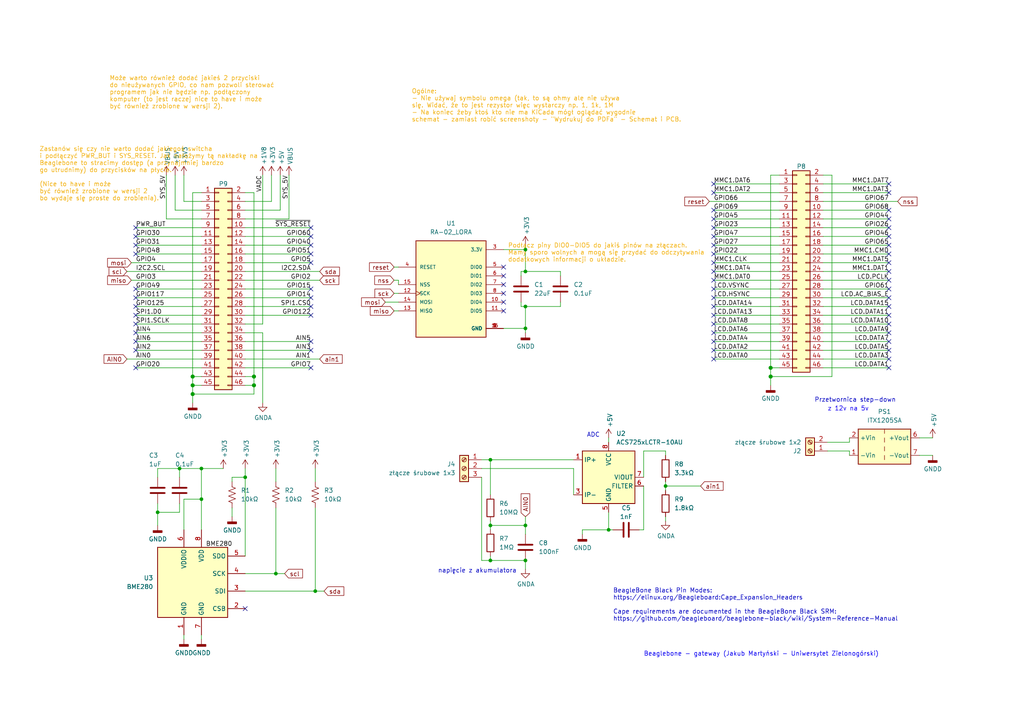
<source format=kicad_sch>
(kicad_sch (version 20230121) (generator eeschema)

  (uuid e63e39d7-6ac0-4ffd-8aa3-1841a4541b55)

  (paper "A4")

  (lib_symbols
    (symbol "Connector:Screw_Terminal_01x02" (pin_names (offset 1.016) hide) (in_bom yes) (on_board yes)
      (property "Reference" "J" (at 0 2.54 0)
        (effects (font (size 1.27 1.27)))
      )
      (property "Value" "Screw_Terminal_01x02" (at 0 -5.08 0)
        (effects (font (size 1.27 1.27)))
      )
      (property "Footprint" "" (at 0 0 0)
        (effects (font (size 1.27 1.27)) hide)
      )
      (property "Datasheet" "~" (at 0 0 0)
        (effects (font (size 1.27 1.27)) hide)
      )
      (property "ki_keywords" "screw terminal" (at 0 0 0)
        (effects (font (size 1.27 1.27)) hide)
      )
      (property "ki_description" "Generic screw terminal, single row, 01x02, script generated (kicad-library-utils/schlib/autogen/connector/)" (at 0 0 0)
        (effects (font (size 1.27 1.27)) hide)
      )
      (property "ki_fp_filters" "TerminalBlock*:*" (at 0 0 0)
        (effects (font (size 1.27 1.27)) hide)
      )
      (symbol "Screw_Terminal_01x02_1_1"
        (rectangle (start -1.27 1.27) (end 1.27 -3.81)
          (stroke (width 0.254) (type default))
          (fill (type background))
        )
        (circle (center 0 -2.54) (radius 0.635)
          (stroke (width 0.1524) (type default))
          (fill (type none))
        )
        (polyline
          (pts
            (xy -0.5334 -2.2098)
            (xy 0.3302 -3.048)
          )
          (stroke (width 0.1524) (type default))
          (fill (type none))
        )
        (polyline
          (pts
            (xy -0.5334 0.3302)
            (xy 0.3302 -0.508)
          )
          (stroke (width 0.1524) (type default))
          (fill (type none))
        )
        (polyline
          (pts
            (xy -0.3556 -2.032)
            (xy 0.508 -2.8702)
          )
          (stroke (width 0.1524) (type default))
          (fill (type none))
        )
        (polyline
          (pts
            (xy -0.3556 0.508)
            (xy 0.508 -0.3302)
          )
          (stroke (width 0.1524) (type default))
          (fill (type none))
        )
        (circle (center 0 0) (radius 0.635)
          (stroke (width 0.1524) (type default))
          (fill (type none))
        )
        (pin passive line (at -5.08 0 0) (length 3.81)
          (name "Pin_1" (effects (font (size 1.27 1.27))))
          (number "1" (effects (font (size 1.27 1.27))))
        )
        (pin passive line (at -5.08 -2.54 0) (length 3.81)
          (name "Pin_2" (effects (font (size 1.27 1.27))))
          (number "2" (effects (font (size 1.27 1.27))))
        )
      )
    )
    (symbol "Connector:Screw_Terminal_01x03" (pin_names (offset 1.016) hide) (in_bom yes) (on_board yes)
      (property "Reference" "J" (at 0 5.08 0)
        (effects (font (size 1.27 1.27)))
      )
      (property "Value" "Screw_Terminal_01x03" (at 0 -5.08 0)
        (effects (font (size 1.27 1.27)))
      )
      (property "Footprint" "" (at 0 0 0)
        (effects (font (size 1.27 1.27)) hide)
      )
      (property "Datasheet" "~" (at 0 0 0)
        (effects (font (size 1.27 1.27)) hide)
      )
      (property "ki_keywords" "screw terminal" (at 0 0 0)
        (effects (font (size 1.27 1.27)) hide)
      )
      (property "ki_description" "Generic screw terminal, single row, 01x03, script generated (kicad-library-utils/schlib/autogen/connector/)" (at 0 0 0)
        (effects (font (size 1.27 1.27)) hide)
      )
      (property "ki_fp_filters" "TerminalBlock*:*" (at 0 0 0)
        (effects (font (size 1.27 1.27)) hide)
      )
      (symbol "Screw_Terminal_01x03_1_1"
        (rectangle (start -1.27 3.81) (end 1.27 -3.81)
          (stroke (width 0.254) (type default))
          (fill (type background))
        )
        (circle (center 0 -2.54) (radius 0.635)
          (stroke (width 0.1524) (type default))
          (fill (type none))
        )
        (polyline
          (pts
            (xy -0.5334 -2.2098)
            (xy 0.3302 -3.048)
          )
          (stroke (width 0.1524) (type default))
          (fill (type none))
        )
        (polyline
          (pts
            (xy -0.5334 0.3302)
            (xy 0.3302 -0.508)
          )
          (stroke (width 0.1524) (type default))
          (fill (type none))
        )
        (polyline
          (pts
            (xy -0.5334 2.8702)
            (xy 0.3302 2.032)
          )
          (stroke (width 0.1524) (type default))
          (fill (type none))
        )
        (polyline
          (pts
            (xy -0.3556 -2.032)
            (xy 0.508 -2.8702)
          )
          (stroke (width 0.1524) (type default))
          (fill (type none))
        )
        (polyline
          (pts
            (xy -0.3556 0.508)
            (xy 0.508 -0.3302)
          )
          (stroke (width 0.1524) (type default))
          (fill (type none))
        )
        (polyline
          (pts
            (xy -0.3556 3.048)
            (xy 0.508 2.2098)
          )
          (stroke (width 0.1524) (type default))
          (fill (type none))
        )
        (circle (center 0 0) (radius 0.635)
          (stroke (width 0.1524) (type default))
          (fill (type none))
        )
        (circle (center 0 2.54) (radius 0.635)
          (stroke (width 0.1524) (type default))
          (fill (type none))
        )
        (pin passive line (at -5.08 2.54 0) (length 3.81)
          (name "Pin_1" (effects (font (size 1.27 1.27))))
          (number "1" (effects (font (size 1.27 1.27))))
        )
        (pin passive line (at -5.08 0 0) (length 3.81)
          (name "Pin_2" (effects (font (size 1.27 1.27))))
          (number "2" (effects (font (size 1.27 1.27))))
        )
        (pin passive line (at -5.08 -2.54 0) (length 3.81)
          (name "Pin_3" (effects (font (size 1.27 1.27))))
          (number "3" (effects (font (size 1.27 1.27))))
        )
      )
    )
    (symbol "Connector_Generic:Conn_02x23_Odd_Even" (pin_names (offset 1.016) hide) (in_bom yes) (on_board yes)
      (property "Reference" "J" (at 1.27 30.48 0)
        (effects (font (size 1.27 1.27)))
      )
      (property "Value" "Conn_02x23_Odd_Even" (at 1.27 -30.48 0)
        (effects (font (size 1.27 1.27)))
      )
      (property "Footprint" "" (at 0 0 0)
        (effects (font (size 1.27 1.27)) hide)
      )
      (property "Datasheet" "~" (at 0 0 0)
        (effects (font (size 1.27 1.27)) hide)
      )
      (property "ki_keywords" "connector" (at 0 0 0)
        (effects (font (size 1.27 1.27)) hide)
      )
      (property "ki_description" "Generic connector, double row, 02x23, odd/even pin numbering scheme (row 1 odd numbers, row 2 even numbers), script generated (kicad-library-utils/schlib/autogen/connector/)" (at 0 0 0)
        (effects (font (size 1.27 1.27)) hide)
      )
      (property "ki_fp_filters" "Connector*:*_2x??_*" (at 0 0 0)
        (effects (font (size 1.27 1.27)) hide)
      )
      (symbol "Conn_02x23_Odd_Even_1_1"
        (rectangle (start -1.27 -27.813) (end 0 -28.067)
          (stroke (width 0.1524) (type default))
          (fill (type none))
        )
        (rectangle (start -1.27 -25.273) (end 0 -25.527)
          (stroke (width 0.1524) (type default))
          (fill (type none))
        )
        (rectangle (start -1.27 -22.733) (end 0 -22.987)
          (stroke (width 0.1524) (type default))
          (fill (type none))
        )
        (rectangle (start -1.27 -20.193) (end 0 -20.447)
          (stroke (width 0.1524) (type default))
          (fill (type none))
        )
        (rectangle (start -1.27 -17.653) (end 0 -17.907)
          (stroke (width 0.1524) (type default))
          (fill (type none))
        )
        (rectangle (start -1.27 -15.113) (end 0 -15.367)
          (stroke (width 0.1524) (type default))
          (fill (type none))
        )
        (rectangle (start -1.27 -12.573) (end 0 -12.827)
          (stroke (width 0.1524) (type default))
          (fill (type none))
        )
        (rectangle (start -1.27 -10.033) (end 0 -10.287)
          (stroke (width 0.1524) (type default))
          (fill (type none))
        )
        (rectangle (start -1.27 -7.493) (end 0 -7.747)
          (stroke (width 0.1524) (type default))
          (fill (type none))
        )
        (rectangle (start -1.27 -4.953) (end 0 -5.207)
          (stroke (width 0.1524) (type default))
          (fill (type none))
        )
        (rectangle (start -1.27 -2.413) (end 0 -2.667)
          (stroke (width 0.1524) (type default))
          (fill (type none))
        )
        (rectangle (start -1.27 0.127) (end 0 -0.127)
          (stroke (width 0.1524) (type default))
          (fill (type none))
        )
        (rectangle (start -1.27 2.667) (end 0 2.413)
          (stroke (width 0.1524) (type default))
          (fill (type none))
        )
        (rectangle (start -1.27 5.207) (end 0 4.953)
          (stroke (width 0.1524) (type default))
          (fill (type none))
        )
        (rectangle (start -1.27 7.747) (end 0 7.493)
          (stroke (width 0.1524) (type default))
          (fill (type none))
        )
        (rectangle (start -1.27 10.287) (end 0 10.033)
          (stroke (width 0.1524) (type default))
          (fill (type none))
        )
        (rectangle (start -1.27 12.827) (end 0 12.573)
          (stroke (width 0.1524) (type default))
          (fill (type none))
        )
        (rectangle (start -1.27 15.367) (end 0 15.113)
          (stroke (width 0.1524) (type default))
          (fill (type none))
        )
        (rectangle (start -1.27 17.907) (end 0 17.653)
          (stroke (width 0.1524) (type default))
          (fill (type none))
        )
        (rectangle (start -1.27 20.447) (end 0 20.193)
          (stroke (width 0.1524) (type default))
          (fill (type none))
        )
        (rectangle (start -1.27 22.987) (end 0 22.733)
          (stroke (width 0.1524) (type default))
          (fill (type none))
        )
        (rectangle (start -1.27 25.527) (end 0 25.273)
          (stroke (width 0.1524) (type default))
          (fill (type none))
        )
        (rectangle (start -1.27 28.067) (end 0 27.813)
          (stroke (width 0.1524) (type default))
          (fill (type none))
        )
        (rectangle (start -1.27 29.21) (end 3.81 -29.21)
          (stroke (width 0.254) (type default))
          (fill (type background))
        )
        (rectangle (start 3.81 -27.813) (end 2.54 -28.067)
          (stroke (width 0.1524) (type default))
          (fill (type none))
        )
        (rectangle (start 3.81 -25.273) (end 2.54 -25.527)
          (stroke (width 0.1524) (type default))
          (fill (type none))
        )
        (rectangle (start 3.81 -22.733) (end 2.54 -22.987)
          (stroke (width 0.1524) (type default))
          (fill (type none))
        )
        (rectangle (start 3.81 -20.193) (end 2.54 -20.447)
          (stroke (width 0.1524) (type default))
          (fill (type none))
        )
        (rectangle (start 3.81 -17.653) (end 2.54 -17.907)
          (stroke (width 0.1524) (type default))
          (fill (type none))
        )
        (rectangle (start 3.81 -15.113) (end 2.54 -15.367)
          (stroke (width 0.1524) (type default))
          (fill (type none))
        )
        (rectangle (start 3.81 -12.573) (end 2.54 -12.827)
          (stroke (width 0.1524) (type default))
          (fill (type none))
        )
        (rectangle (start 3.81 -10.033) (end 2.54 -10.287)
          (stroke (width 0.1524) (type default))
          (fill (type none))
        )
        (rectangle (start 3.81 -7.493) (end 2.54 -7.747)
          (stroke (width 0.1524) (type default))
          (fill (type none))
        )
        (rectangle (start 3.81 -4.953) (end 2.54 -5.207)
          (stroke (width 0.1524) (type default))
          (fill (type none))
        )
        (rectangle (start 3.81 -2.413) (end 2.54 -2.667)
          (stroke (width 0.1524) (type default))
          (fill (type none))
        )
        (rectangle (start 3.81 0.127) (end 2.54 -0.127)
          (stroke (width 0.1524) (type default))
          (fill (type none))
        )
        (rectangle (start 3.81 2.667) (end 2.54 2.413)
          (stroke (width 0.1524) (type default))
          (fill (type none))
        )
        (rectangle (start 3.81 5.207) (end 2.54 4.953)
          (stroke (width 0.1524) (type default))
          (fill (type none))
        )
        (rectangle (start 3.81 7.747) (end 2.54 7.493)
          (stroke (width 0.1524) (type default))
          (fill (type none))
        )
        (rectangle (start 3.81 10.287) (end 2.54 10.033)
          (stroke (width 0.1524) (type default))
          (fill (type none))
        )
        (rectangle (start 3.81 12.827) (end 2.54 12.573)
          (stroke (width 0.1524) (type default))
          (fill (type none))
        )
        (rectangle (start 3.81 15.367) (end 2.54 15.113)
          (stroke (width 0.1524) (type default))
          (fill (type none))
        )
        (rectangle (start 3.81 17.907) (end 2.54 17.653)
          (stroke (width 0.1524) (type default))
          (fill (type none))
        )
        (rectangle (start 3.81 20.447) (end 2.54 20.193)
          (stroke (width 0.1524) (type default))
          (fill (type none))
        )
        (rectangle (start 3.81 22.987) (end 2.54 22.733)
          (stroke (width 0.1524) (type default))
          (fill (type none))
        )
        (rectangle (start 3.81 25.527) (end 2.54 25.273)
          (stroke (width 0.1524) (type default))
          (fill (type none))
        )
        (rectangle (start 3.81 28.067) (end 2.54 27.813)
          (stroke (width 0.1524) (type default))
          (fill (type none))
        )
        (pin passive line (at -5.08 27.94 0) (length 3.81)
          (name "Pin_1" (effects (font (size 1.27 1.27))))
          (number "1" (effects (font (size 1.27 1.27))))
        )
        (pin passive line (at 7.62 17.78 180) (length 3.81)
          (name "Pin_10" (effects (font (size 1.27 1.27))))
          (number "10" (effects (font (size 1.27 1.27))))
        )
        (pin passive line (at -5.08 15.24 0) (length 3.81)
          (name "Pin_11" (effects (font (size 1.27 1.27))))
          (number "11" (effects (font (size 1.27 1.27))))
        )
        (pin passive line (at 7.62 15.24 180) (length 3.81)
          (name "Pin_12" (effects (font (size 1.27 1.27))))
          (number "12" (effects (font (size 1.27 1.27))))
        )
        (pin passive line (at -5.08 12.7 0) (length 3.81)
          (name "Pin_13" (effects (font (size 1.27 1.27))))
          (number "13" (effects (font (size 1.27 1.27))))
        )
        (pin passive line (at 7.62 12.7 180) (length 3.81)
          (name "Pin_14" (effects (font (size 1.27 1.27))))
          (number "14" (effects (font (size 1.27 1.27))))
        )
        (pin passive line (at -5.08 10.16 0) (length 3.81)
          (name "Pin_15" (effects (font (size 1.27 1.27))))
          (number "15" (effects (font (size 1.27 1.27))))
        )
        (pin passive line (at 7.62 10.16 180) (length 3.81)
          (name "Pin_16" (effects (font (size 1.27 1.27))))
          (number "16" (effects (font (size 1.27 1.27))))
        )
        (pin passive line (at -5.08 7.62 0) (length 3.81)
          (name "Pin_17" (effects (font (size 1.27 1.27))))
          (number "17" (effects (font (size 1.27 1.27))))
        )
        (pin passive line (at 7.62 7.62 180) (length 3.81)
          (name "Pin_18" (effects (font (size 1.27 1.27))))
          (number "18" (effects (font (size 1.27 1.27))))
        )
        (pin passive line (at -5.08 5.08 0) (length 3.81)
          (name "Pin_19" (effects (font (size 1.27 1.27))))
          (number "19" (effects (font (size 1.27 1.27))))
        )
        (pin passive line (at 7.62 27.94 180) (length 3.81)
          (name "Pin_2" (effects (font (size 1.27 1.27))))
          (number "2" (effects (font (size 1.27 1.27))))
        )
        (pin passive line (at 7.62 5.08 180) (length 3.81)
          (name "Pin_20" (effects (font (size 1.27 1.27))))
          (number "20" (effects (font (size 1.27 1.27))))
        )
        (pin passive line (at -5.08 2.54 0) (length 3.81)
          (name "Pin_21" (effects (font (size 1.27 1.27))))
          (number "21" (effects (font (size 1.27 1.27))))
        )
        (pin passive line (at 7.62 2.54 180) (length 3.81)
          (name "Pin_22" (effects (font (size 1.27 1.27))))
          (number "22" (effects (font (size 1.27 1.27))))
        )
        (pin passive line (at -5.08 0 0) (length 3.81)
          (name "Pin_23" (effects (font (size 1.27 1.27))))
          (number "23" (effects (font (size 1.27 1.27))))
        )
        (pin passive line (at 7.62 0 180) (length 3.81)
          (name "Pin_24" (effects (font (size 1.27 1.27))))
          (number "24" (effects (font (size 1.27 1.27))))
        )
        (pin passive line (at -5.08 -2.54 0) (length 3.81)
          (name "Pin_25" (effects (font (size 1.27 1.27))))
          (number "25" (effects (font (size 1.27 1.27))))
        )
        (pin passive line (at 7.62 -2.54 180) (length 3.81)
          (name "Pin_26" (effects (font (size 1.27 1.27))))
          (number "26" (effects (font (size 1.27 1.27))))
        )
        (pin passive line (at -5.08 -5.08 0) (length 3.81)
          (name "Pin_27" (effects (font (size 1.27 1.27))))
          (number "27" (effects (font (size 1.27 1.27))))
        )
        (pin passive line (at 7.62 -5.08 180) (length 3.81)
          (name "Pin_28" (effects (font (size 1.27 1.27))))
          (number "28" (effects (font (size 1.27 1.27))))
        )
        (pin passive line (at -5.08 -7.62 0) (length 3.81)
          (name "Pin_29" (effects (font (size 1.27 1.27))))
          (number "29" (effects (font (size 1.27 1.27))))
        )
        (pin passive line (at -5.08 25.4 0) (length 3.81)
          (name "Pin_3" (effects (font (size 1.27 1.27))))
          (number "3" (effects (font (size 1.27 1.27))))
        )
        (pin passive line (at 7.62 -7.62 180) (length 3.81)
          (name "Pin_30" (effects (font (size 1.27 1.27))))
          (number "30" (effects (font (size 1.27 1.27))))
        )
        (pin passive line (at -5.08 -10.16 0) (length 3.81)
          (name "Pin_31" (effects (font (size 1.27 1.27))))
          (number "31" (effects (font (size 1.27 1.27))))
        )
        (pin passive line (at 7.62 -10.16 180) (length 3.81)
          (name "Pin_32" (effects (font (size 1.27 1.27))))
          (number "32" (effects (font (size 1.27 1.27))))
        )
        (pin passive line (at -5.08 -12.7 0) (length 3.81)
          (name "Pin_33" (effects (font (size 1.27 1.27))))
          (number "33" (effects (font (size 1.27 1.27))))
        )
        (pin passive line (at 7.62 -12.7 180) (length 3.81)
          (name "Pin_34" (effects (font (size 1.27 1.27))))
          (number "34" (effects (font (size 1.27 1.27))))
        )
        (pin passive line (at -5.08 -15.24 0) (length 3.81)
          (name "Pin_35" (effects (font (size 1.27 1.27))))
          (number "35" (effects (font (size 1.27 1.27))))
        )
        (pin passive line (at 7.62 -15.24 180) (length 3.81)
          (name "Pin_36" (effects (font (size 1.27 1.27))))
          (number "36" (effects (font (size 1.27 1.27))))
        )
        (pin passive line (at -5.08 -17.78 0) (length 3.81)
          (name "Pin_37" (effects (font (size 1.27 1.27))))
          (number "37" (effects (font (size 1.27 1.27))))
        )
        (pin passive line (at 7.62 -17.78 180) (length 3.81)
          (name "Pin_38" (effects (font (size 1.27 1.27))))
          (number "38" (effects (font (size 1.27 1.27))))
        )
        (pin passive line (at -5.08 -20.32 0) (length 3.81)
          (name "Pin_39" (effects (font (size 1.27 1.27))))
          (number "39" (effects (font (size 1.27 1.27))))
        )
        (pin passive line (at 7.62 25.4 180) (length 3.81)
          (name "Pin_4" (effects (font (size 1.27 1.27))))
          (number "4" (effects (font (size 1.27 1.27))))
        )
        (pin passive line (at 7.62 -20.32 180) (length 3.81)
          (name "Pin_40" (effects (font (size 1.27 1.27))))
          (number "40" (effects (font (size 1.27 1.27))))
        )
        (pin passive line (at -5.08 -22.86 0) (length 3.81)
          (name "Pin_41" (effects (font (size 1.27 1.27))))
          (number "41" (effects (font (size 1.27 1.27))))
        )
        (pin passive line (at 7.62 -22.86 180) (length 3.81)
          (name "Pin_42" (effects (font (size 1.27 1.27))))
          (number "42" (effects (font (size 1.27 1.27))))
        )
        (pin passive line (at -5.08 -25.4 0) (length 3.81)
          (name "Pin_43" (effects (font (size 1.27 1.27))))
          (number "43" (effects (font (size 1.27 1.27))))
        )
        (pin passive line (at 7.62 -25.4 180) (length 3.81)
          (name "Pin_44" (effects (font (size 1.27 1.27))))
          (number "44" (effects (font (size 1.27 1.27))))
        )
        (pin passive line (at -5.08 -27.94 0) (length 3.81)
          (name "Pin_45" (effects (font (size 1.27 1.27))))
          (number "45" (effects (font (size 1.27 1.27))))
        )
        (pin passive line (at 7.62 -27.94 180) (length 3.81)
          (name "Pin_46" (effects (font (size 1.27 1.27))))
          (number "46" (effects (font (size 1.27 1.27))))
        )
        (pin passive line (at -5.08 22.86 0) (length 3.81)
          (name "Pin_5" (effects (font (size 1.27 1.27))))
          (number "5" (effects (font (size 1.27 1.27))))
        )
        (pin passive line (at 7.62 22.86 180) (length 3.81)
          (name "Pin_6" (effects (font (size 1.27 1.27))))
          (number "6" (effects (font (size 1.27 1.27))))
        )
        (pin passive line (at -5.08 20.32 0) (length 3.81)
          (name "Pin_7" (effects (font (size 1.27 1.27))))
          (number "7" (effects (font (size 1.27 1.27))))
        )
        (pin passive line (at 7.62 20.32 180) (length 3.81)
          (name "Pin_8" (effects (font (size 1.27 1.27))))
          (number "8" (effects (font (size 1.27 1.27))))
        )
        (pin passive line (at -5.08 17.78 0) (length 3.81)
          (name "Pin_9" (effects (font (size 1.27 1.27))))
          (number "9" (effects (font (size 1.27 1.27))))
        )
      )
    )
    (symbol "Converter_DCDC:ITX1205SA" (in_bom yes) (on_board yes)
      (property "Reference" "PS" (at -7.62 6.35 0)
        (effects (font (size 1.27 1.27)) (justify left))
      )
      (property "Value" "ITX1205SA" (at 1.27 6.35 0)
        (effects (font (size 1.27 1.27)) (justify left))
      )
      (property "Footprint" "Converter_DCDC:Converter_DCDC_XP_POWER-ITXxxxxSA_THT" (at -26.67 -6.35 0)
        (effects (font (size 1.27 1.27)) (justify left) hide)
      )
      (property "Datasheet" "https://www.xppower.com/pdfs/SF_ITX.pdf" (at 26.67 -7.62 0)
        (effects (font (size 1.27 1.27)) (justify left) hide)
      )
      (property "ki_keywords" "XP_POWER DC/DC isolated Converter module" (at 0 0 0)
        (effects (font (size 1.27 1.27)) hide)
      )
      (property "ki_description" "XP Power 6W, 1000 VDC Isolated DC/DC Converter Module, Fully Regulated Single Output Voltage 5V, ±1200mA, 12V Input Voltage, SIP" (at 0 0 0)
        (effects (font (size 1.27 1.27)) hide)
      )
      (property "ki_fp_filters" "*XP?POWER?ITXxxxxSA*" (at 0 0 0)
        (effects (font (size 1.27 1.27)) hide)
      )
      (symbol "ITX1205SA_0_0"
        (pin power_in line (at -10.16 -2.54 0) (length 2.54)
          (name "-Vin" (effects (font (size 1.27 1.27))))
          (number "1" (effects (font (size 1.27 1.27))))
        )
        (pin power_in line (at -10.16 2.54 0) (length 2.54)
          (name "+Vin" (effects (font (size 1.27 1.27))))
          (number "2" (effects (font (size 1.27 1.27))))
        )
        (pin power_out line (at 10.16 2.54 180) (length 2.54)
          (name "+Vout" (effects (font (size 1.27 1.27))))
          (number "6" (effects (font (size 1.27 1.27))))
        )
        (pin power_out line (at 10.16 -2.54 180) (length 2.54)
          (name "-Vout" (effects (font (size 1.27 1.27))))
          (number "7" (effects (font (size 1.27 1.27))))
        )
        (pin no_connect line (at 7.62 0 180) (length 2.54) hide
          (name "NC" (effects (font (size 1.27 1.27))))
          (number "8" (effects (font (size 1.27 1.27))))
        )
      )
      (symbol "ITX1205SA_0_1"
        (rectangle (start -7.62 5.08) (end 7.62 -5.08)
          (stroke (width 0.254) (type default))
          (fill (type background))
        )
        (polyline
          (pts
            (xy 0 -2.54)
            (xy 0 -3.81)
          )
          (stroke (width 0) (type default))
          (fill (type none))
        )
        (polyline
          (pts
            (xy 0 0)
            (xy 0 -1.27)
          )
          (stroke (width 0) (type default))
          (fill (type none))
        )
        (polyline
          (pts
            (xy 0 2.54)
            (xy 0 1.27)
          )
          (stroke (width 0) (type default))
          (fill (type none))
        )
        (polyline
          (pts
            (xy 0 5.08)
            (xy 0 3.81)
          )
          (stroke (width 0) (type default))
          (fill (type none))
        )
      )
    )
    (symbol "Device:C" (pin_numbers hide) (pin_names (offset 0.254)) (in_bom yes) (on_board yes)
      (property "Reference" "C" (at 0.635 2.54 0)
        (effects (font (size 1.27 1.27)) (justify left))
      )
      (property "Value" "C" (at 0.635 -2.54 0)
        (effects (font (size 1.27 1.27)) (justify left))
      )
      (property "Footprint" "" (at 0.9652 -3.81 0)
        (effects (font (size 1.27 1.27)) hide)
      )
      (property "Datasheet" "~" (at 0 0 0)
        (effects (font (size 1.27 1.27)) hide)
      )
      (property "ki_keywords" "cap capacitor" (at 0 0 0)
        (effects (font (size 1.27 1.27)) hide)
      )
      (property "ki_description" "Unpolarized capacitor" (at 0 0 0)
        (effects (font (size 1.27 1.27)) hide)
      )
      (property "ki_fp_filters" "C_*" (at 0 0 0)
        (effects (font (size 1.27 1.27)) hide)
      )
      (symbol "C_0_1"
        (polyline
          (pts
            (xy -2.032 -0.762)
            (xy 2.032 -0.762)
          )
          (stroke (width 0.508) (type default))
          (fill (type none))
        )
        (polyline
          (pts
            (xy -2.032 0.762)
            (xy 2.032 0.762)
          )
          (stroke (width 0.508) (type default))
          (fill (type none))
        )
      )
      (symbol "C_1_1"
        (pin passive line (at 0 3.81 270) (length 2.794)
          (name "~" (effects (font (size 1.27 1.27))))
          (number "1" (effects (font (size 1.27 1.27))))
        )
        (pin passive line (at 0 -3.81 90) (length 2.794)
          (name "~" (effects (font (size 1.27 1.27))))
          (number "2" (effects (font (size 1.27 1.27))))
        )
      )
    )
    (symbol "Device:R" (pin_numbers hide) (pin_names (offset 0)) (in_bom yes) (on_board yes)
      (property "Reference" "R" (at 2.032 0 90)
        (effects (font (size 1.27 1.27)))
      )
      (property "Value" "R" (at 0 0 90)
        (effects (font (size 1.27 1.27)))
      )
      (property "Footprint" "" (at -1.778 0 90)
        (effects (font (size 1.27 1.27)) hide)
      )
      (property "Datasheet" "~" (at 0 0 0)
        (effects (font (size 1.27 1.27)) hide)
      )
      (property "ki_keywords" "R res resistor" (at 0 0 0)
        (effects (font (size 1.27 1.27)) hide)
      )
      (property "ki_description" "Resistor" (at 0 0 0)
        (effects (font (size 1.27 1.27)) hide)
      )
      (property "ki_fp_filters" "R_*" (at 0 0 0)
        (effects (font (size 1.27 1.27)) hide)
      )
      (symbol "R_0_1"
        (rectangle (start -1.016 -2.54) (end 1.016 2.54)
          (stroke (width 0.254) (type default))
          (fill (type none))
        )
      )
      (symbol "R_1_1"
        (pin passive line (at 0 3.81 270) (length 1.27)
          (name "~" (effects (font (size 1.27 1.27))))
          (number "1" (effects (font (size 1.27 1.27))))
        )
        (pin passive line (at 0 -3.81 90) (length 1.27)
          (name "~" (effects (font (size 1.27 1.27))))
          (number "2" (effects (font (size 1.27 1.27))))
        )
      )
    )
    (symbol "Device:R_US" (pin_numbers hide) (pin_names (offset 0)) (in_bom yes) (on_board yes)
      (property "Reference" "R" (at 2.54 0 90)
        (effects (font (size 1.27 1.27)))
      )
      (property "Value" "R_US" (at -2.54 0 90)
        (effects (font (size 1.27 1.27)))
      )
      (property "Footprint" "" (at 1.016 -0.254 90)
        (effects (font (size 1.27 1.27)) hide)
      )
      (property "Datasheet" "~" (at 0 0 0)
        (effects (font (size 1.27 1.27)) hide)
      )
      (property "ki_keywords" "R res resistor" (at 0 0 0)
        (effects (font (size 1.27 1.27)) hide)
      )
      (property "ki_description" "Resistor, US symbol" (at 0 0 0)
        (effects (font (size 1.27 1.27)) hide)
      )
      (property "ki_fp_filters" "R_*" (at 0 0 0)
        (effects (font (size 1.27 1.27)) hide)
      )
      (symbol "R_US_0_1"
        (polyline
          (pts
            (xy 0 -2.286)
            (xy 0 -2.54)
          )
          (stroke (width 0) (type default))
          (fill (type none))
        )
        (polyline
          (pts
            (xy 0 2.286)
            (xy 0 2.54)
          )
          (stroke (width 0) (type default))
          (fill (type none))
        )
        (polyline
          (pts
            (xy 0 -0.762)
            (xy 1.016 -1.143)
            (xy 0 -1.524)
            (xy -1.016 -1.905)
            (xy 0 -2.286)
          )
          (stroke (width 0) (type default))
          (fill (type none))
        )
        (polyline
          (pts
            (xy 0 0.762)
            (xy 1.016 0.381)
            (xy 0 0)
            (xy -1.016 -0.381)
            (xy 0 -0.762)
          )
          (stroke (width 0) (type default))
          (fill (type none))
        )
        (polyline
          (pts
            (xy 0 2.286)
            (xy 1.016 1.905)
            (xy 0 1.524)
            (xy -1.016 1.143)
            (xy 0 0.762)
          )
          (stroke (width 0) (type default))
          (fill (type none))
        )
      )
      (symbol "R_US_1_1"
        (pin passive line (at 0 3.81 270) (length 1.27)
          (name "~" (effects (font (size 1.27 1.27))))
          (number "1" (effects (font (size 1.27 1.27))))
        )
        (pin passive line (at 0 -3.81 90) (length 1.27)
          (name "~" (effects (font (size 1.27 1.27))))
          (number "2" (effects (font (size 1.27 1.27))))
        )
      )
    )
    (symbol "RA-02_LORA:RA-02_LORA" (pin_names (offset 1.016)) (in_bom yes) (on_board yes)
      (property "Reference" "U" (at -10.16 16.51 0)
        (effects (font (size 1.27 1.27)) (justify left bottom))
      )
      (property "Value" "RA-02_LORA" (at -10.16 -13.97 0)
        (effects (font (size 1.27 1.27)) (justify left top))
      )
      (property "Footprint" "RA-02_LORA:MODULE_RA-02_LORA" (at 0 0 0)
        (effects (font (size 1.27 1.27)) (justify bottom) hide)
      )
      (property "Datasheet" "" (at 0 0 0)
        (effects (font (size 1.27 1.27)) hide)
      )
      (property "MF" "AI-Thinker" (at 0 0 0)
        (effects (font (size 1.27 1.27)) (justify bottom) hide)
      )
      (property "MAXIMUM_PACKAGE_HEIGHT" "3.3mm" (at 0 0 0)
        (effects (font (size 1.27 1.27)) (justify bottom) hide)
      )
      (property "Package" "None" (at 0 0 0)
        (effects (font (size 1.27 1.27)) (justify bottom) hide)
      )
      (property "Price" "None" (at 0 0 0)
        (effects (font (size 1.27 1.27)) (justify bottom) hide)
      )
      (property "Check_prices" "https://www.snapeda.com/parts/Ra-02%20LoRa/AI-Thinker/view-part/?ref=eda" (at 0 0 0)
        (effects (font (size 1.27 1.27)) (justify bottom) hide)
      )
      (property "STANDARD" "Manufacturer Recommendations" (at 0 0 0)
        (effects (font (size 1.27 1.27)) (justify bottom) hide)
      )
      (property "PARTREV" "2018/03/02" (at 0 0 0)
        (effects (font (size 1.27 1.27)) (justify bottom) hide)
      )
      (property "SnapEDA_Link" "https://www.snapeda.com/parts/Ra-02%20LoRa/AI-Thinker/view-part/?ref=snap" (at 0 0 0)
        (effects (font (size 1.27 1.27)) (justify bottom) hide)
      )
      (property "MP" "Ra-02 LoRa" (at 0 0 0)
        (effects (font (size 1.27 1.27)) (justify bottom) hide)
      )
      (property "Description" "\nRa-02 LoRa RF M5Stack Platform Evaluation Expansion Board\n" (at 0 0 0)
        (effects (font (size 1.27 1.27)) (justify bottom) hide)
      )
      (property "Availability" "Not in stock" (at 0 0 0)
        (effects (font (size 1.27 1.27)) (justify bottom) hide)
      )
      (property "MANUFACTURER" "Ai-Thinker" (at 0 0 0)
        (effects (font (size 1.27 1.27)) (justify bottom) hide)
      )
      (symbol "RA-02_LORA_0_0"
        (rectangle (start -10.16 -12.7) (end 10.16 15.24)
          (stroke (width 0.254) (type default))
          (fill (type background))
        )
        (pin power_in line (at 15.24 -10.16 180) (length 5.08)
          (name "GND" (effects (font (size 1.016 1.016))))
          (number "1" (effects (font (size 1.016 1.016))))
        )
        (pin bidirectional line (at 15.24 -2.54 180) (length 5.08)
          (name "DI04" (effects (font (size 1.016 1.016))))
          (number "10" (effects (font (size 1.016 1.016))))
        )
        (pin bidirectional line (at 15.24 -5.08 180) (length 5.08)
          (name "DI05" (effects (font (size 1.016 1.016))))
          (number "11" (effects (font (size 1.016 1.016))))
        )
        (pin input clock (at -15.24 0 0) (length 5.08)
          (name "SCK" (effects (font (size 1.016 1.016))))
          (number "12" (effects (font (size 1.016 1.016))))
        )
        (pin output line (at -15.24 -5.08 0) (length 5.08)
          (name "MISO" (effects (font (size 1.016 1.016))))
          (number "13" (effects (font (size 1.016 1.016))))
        )
        (pin input line (at -15.24 -2.54 0) (length 5.08)
          (name "MOSI" (effects (font (size 1.016 1.016))))
          (number "14" (effects (font (size 1.016 1.016))))
        )
        (pin input line (at -15.24 2.54 0) (length 5.08)
          (name "NSS" (effects (font (size 1.016 1.016))))
          (number "15" (effects (font (size 1.016 1.016))))
        )
        (pin power_in line (at 15.24 -10.16 180) (length 5.08)
          (name "GND" (effects (font (size 1.016 1.016))))
          (number "16" (effects (font (size 1.016 1.016))))
        )
        (pin power_in line (at 15.24 -10.16 180) (length 5.08)
          (name "GND" (effects (font (size 1.016 1.016))))
          (number "2" (effects (font (size 1.016 1.016))))
        )
        (pin power_in line (at 15.24 12.7 180) (length 5.08)
          (name "3.3V" (effects (font (size 1.016 1.016))))
          (number "3" (effects (font (size 1.016 1.016))))
        )
        (pin input line (at -15.24 7.62 0) (length 5.08)
          (name "RESET" (effects (font (size 1.016 1.016))))
          (number "4" (effects (font (size 1.016 1.016))))
        )
        (pin bidirectional line (at 15.24 7.62 180) (length 5.08)
          (name "DI00" (effects (font (size 1.016 1.016))))
          (number "5" (effects (font (size 1.016 1.016))))
        )
        (pin bidirectional line (at 15.24 5.08 180) (length 5.08)
          (name "DI01" (effects (font (size 1.016 1.016))))
          (number "6" (effects (font (size 1.016 1.016))))
        )
        (pin bidirectional line (at 15.24 2.54 180) (length 5.08)
          (name "DI02" (effects (font (size 1.016 1.016))))
          (number "7" (effects (font (size 1.016 1.016))))
        )
        (pin bidirectional line (at 15.24 0 180) (length 5.08)
          (name "DI03" (effects (font (size 1.016 1.016))))
          (number "8" (effects (font (size 1.016 1.016))))
        )
        (pin power_in line (at 15.24 -10.16 180) (length 5.08)
          (name "GND" (effects (font (size 1.016 1.016))))
          (number "9" (effects (font (size 1.016 1.016))))
        )
      )
    )
    (symbol "Sensor:BME280" (in_bom yes) (on_board yes)
      (property "Reference" "U" (at -8.89 11.43 0)
        (effects (font (size 1.27 1.27)))
      )
      (property "Value" "BME280" (at 7.62 11.43 0)
        (effects (font (size 1.27 1.27)))
      )
      (property "Footprint" "Package_LGA:Bosch_LGA-8_2.5x2.5mm_P0.65mm_ClockwisePinNumbering" (at 38.1 -11.43 0)
        (effects (font (size 1.27 1.27)) hide)
      )
      (property "Datasheet" "https://www.bosch-sensortec.com/media/boschsensortec/downloads/datasheets/bst-bme280-ds002.pdf" (at 0 -5.08 0)
        (effects (font (size 1.27 1.27)) hide)
      )
      (property "ki_keywords" "Bosch pressure humidity temperature environment environmental measurement digital" (at 0 0 0)
        (effects (font (size 1.27 1.27)) hide)
      )
      (property "ki_description" "3-in-1 sensor, humidity, pressure, temperature, I2C and SPI interface, 1.71-3.6V, LGA-8" (at 0 0 0)
        (effects (font (size 1.27 1.27)) hide)
      )
      (property "ki_fp_filters" "*LGA*2.5x2.5mm*P0.65mm*Clockwise*" (at 0 0 0)
        (effects (font (size 1.27 1.27)) hide)
      )
      (symbol "BME280_0_1"
        (rectangle (start -10.16 10.16) (end 10.16 -10.16)
          (stroke (width 0.254) (type default))
          (fill (type background))
        )
      )
      (symbol "BME280_1_1"
        (pin power_in line (at -2.54 -15.24 90) (length 5.08)
          (name "GND" (effects (font (size 1.27 1.27))))
          (number "1" (effects (font (size 1.27 1.27))))
        )
        (pin input line (at 15.24 -7.62 180) (length 5.08)
          (name "CSB" (effects (font (size 1.27 1.27))))
          (number "2" (effects (font (size 1.27 1.27))))
        )
        (pin bidirectional line (at 15.24 -2.54 180) (length 5.08)
          (name "SDI" (effects (font (size 1.27 1.27))))
          (number "3" (effects (font (size 1.27 1.27))))
        )
        (pin input line (at 15.24 2.54 180) (length 5.08)
          (name "SCK" (effects (font (size 1.27 1.27))))
          (number "4" (effects (font (size 1.27 1.27))))
        )
        (pin bidirectional line (at 15.24 7.62 180) (length 5.08)
          (name "SDO" (effects (font (size 1.27 1.27))))
          (number "5" (effects (font (size 1.27 1.27))))
        )
        (pin power_in line (at -2.54 15.24 270) (length 5.08)
          (name "VDDIO" (effects (font (size 1.27 1.27))))
          (number "6" (effects (font (size 1.27 1.27))))
        )
        (pin power_in line (at 2.54 -15.24 90) (length 5.08)
          (name "GND" (effects (font (size 1.27 1.27))))
          (number "7" (effects (font (size 1.27 1.27))))
        )
        (pin power_in line (at 2.54 15.24 270) (length 5.08)
          (name "VDD" (effects (font (size 1.27 1.27))))
          (number "8" (effects (font (size 1.27 1.27))))
        )
      )
    )
    (symbol "Sensor_Current:ACS725xLCTR-10AU" (in_bom yes) (on_board yes)
      (property "Reference" "U" (at 2.54 11.43 0)
        (effects (font (size 1.27 1.27)) (justify left))
      )
      (property "Value" "ACS725xLCTR-10AU" (at 2.54 8.89 0)
        (effects (font (size 1.27 1.27)) (justify left))
      )
      (property "Footprint" "Package_SO:SOIC-8_3.9x4.9mm_P1.27mm" (at 2.54 -8.89 0)
        (effects (font (size 1.27 1.27) italic) (justify left) hide)
      )
      (property "Datasheet" "http://www.allegromicro.com/~/media/Files/Datasheets/ACS725-Datasheet.ashx?la=en" (at 0 0 0)
        (effects (font (size 1.27 1.27)) hide)
      )
      (property "ki_keywords" "hall effect current monitor sensor isolated" (at 0 0 0)
        (effects (font (size 1.27 1.27)) hide)
      )
      (property "ki_description" "10A Unidirectional Hall-Effect Current Sensor, +3.3V supply, 264mV/A, SOIC-8" (at 0 0 0)
        (effects (font (size 1.27 1.27)) hide)
      )
      (property "ki_fp_filters" "SOIC*3.9x4.9m*P1.27mm*" (at 0 0 0)
        (effects (font (size 1.27 1.27)) hide)
      )
      (symbol "ACS725xLCTR-10AU_0_1"
        (rectangle (start -7.62 7.62) (end 7.62 -7.62)
          (stroke (width 0.254) (type default))
          (fill (type background))
        )
      )
      (symbol "ACS725xLCTR-10AU_1_1"
        (pin passive line (at -10.16 5.08 0) (length 2.54)
          (name "IP+" (effects (font (size 1.27 1.27))))
          (number "1" (effects (font (size 1.27 1.27))))
        )
        (pin passive line (at -10.16 5.08 0) (length 2.54) hide
          (name "IP+" (effects (font (size 1.27 1.27))))
          (number "2" (effects (font (size 1.27 1.27))))
        )
        (pin passive line (at -10.16 -5.08 0) (length 2.54)
          (name "IP-" (effects (font (size 1.27 1.27))))
          (number "3" (effects (font (size 1.27 1.27))))
        )
        (pin passive line (at -10.16 -5.08 0) (length 2.54) hide
          (name "IP-" (effects (font (size 1.27 1.27))))
          (number "4" (effects (font (size 1.27 1.27))))
        )
        (pin power_in line (at 0 -10.16 90) (length 2.54)
          (name "GND" (effects (font (size 1.27 1.27))))
          (number "5" (effects (font (size 1.27 1.27))))
        )
        (pin passive line (at 10.16 -2.54 180) (length 2.54)
          (name "FILTER" (effects (font (size 1.27 1.27))))
          (number "6" (effects (font (size 1.27 1.27))))
        )
        (pin output line (at 10.16 0 180) (length 2.54)
          (name "VIOUT" (effects (font (size 1.27 1.27))))
          (number "7" (effects (font (size 1.27 1.27))))
        )
        (pin power_in line (at 0 10.16 270) (length 2.54)
          (name "VCC" (effects (font (size 1.27 1.27))))
          (number "8" (effects (font (size 1.27 1.27))))
        )
      )
    )
    (symbol "power:+1V8" (power) (pin_names (offset 0)) (in_bom yes) (on_board yes)
      (property "Reference" "#PWR" (at 0 -3.81 0)
        (effects (font (size 1.27 1.27)) hide)
      )
      (property "Value" "+1V8" (at 0 3.556 0)
        (effects (font (size 1.27 1.27)))
      )
      (property "Footprint" "" (at 0 0 0)
        (effects (font (size 1.27 1.27)) hide)
      )
      (property "Datasheet" "" (at 0 0 0)
        (effects (font (size 1.27 1.27)) hide)
      )
      (property "ki_keywords" "power-flag" (at 0 0 0)
        (effects (font (size 1.27 1.27)) hide)
      )
      (property "ki_description" "Power symbol creates a global label with name \"+1V8\"" (at 0 0 0)
        (effects (font (size 1.27 1.27)) hide)
      )
      (symbol "+1V8_0_1"
        (polyline
          (pts
            (xy -0.762 1.27)
            (xy 0 2.54)
          )
          (stroke (width 0) (type default))
          (fill (type none))
        )
        (polyline
          (pts
            (xy 0 0)
            (xy 0 2.54)
          )
          (stroke (width 0) (type default))
          (fill (type none))
        )
        (polyline
          (pts
            (xy 0 2.54)
            (xy 0.762 1.27)
          )
          (stroke (width 0) (type default))
          (fill (type none))
        )
      )
      (symbol "+1V8_1_1"
        (pin power_in line (at 0 0 90) (length 0) hide
          (name "+1V8" (effects (font (size 1.27 1.27))))
          (number "1" (effects (font (size 1.27 1.27))))
        )
      )
    )
    (symbol "power:+3.3V" (power) (pin_names (offset 0)) (in_bom yes) (on_board yes)
      (property "Reference" "#PWR" (at 0 -3.81 0)
        (effects (font (size 1.27 1.27)) hide)
      )
      (property "Value" "+3.3V" (at 0 3.556 0)
        (effects (font (size 1.27 1.27)))
      )
      (property "Footprint" "" (at 0 0 0)
        (effects (font (size 1.27 1.27)) hide)
      )
      (property "Datasheet" "" (at 0 0 0)
        (effects (font (size 1.27 1.27)) hide)
      )
      (property "ki_keywords" "power-flag" (at 0 0 0)
        (effects (font (size 1.27 1.27)) hide)
      )
      (property "ki_description" "Power symbol creates a global label with name \"+3.3V\"" (at 0 0 0)
        (effects (font (size 1.27 1.27)) hide)
      )
      (symbol "+3.3V_0_1"
        (polyline
          (pts
            (xy -0.762 1.27)
            (xy 0 2.54)
          )
          (stroke (width 0) (type default))
          (fill (type none))
        )
        (polyline
          (pts
            (xy 0 0)
            (xy 0 2.54)
          )
          (stroke (width 0) (type default))
          (fill (type none))
        )
        (polyline
          (pts
            (xy 0 2.54)
            (xy 0.762 1.27)
          )
          (stroke (width 0) (type default))
          (fill (type none))
        )
      )
      (symbol "+3.3V_1_1"
        (pin power_in line (at 0 0 90) (length 0) hide
          (name "+3V3" (effects (font (size 1.27 1.27))))
          (number "1" (effects (font (size 1.27 1.27))))
        )
      )
    )
    (symbol "power:+5V" (power) (pin_names (offset 0)) (in_bom yes) (on_board yes)
      (property "Reference" "#PWR" (at 0 -3.81 0)
        (effects (font (size 1.27 1.27)) hide)
      )
      (property "Value" "+5V" (at 0 3.556 0)
        (effects (font (size 1.27 1.27)))
      )
      (property "Footprint" "" (at 0 0 0)
        (effects (font (size 1.27 1.27)) hide)
      )
      (property "Datasheet" "" (at 0 0 0)
        (effects (font (size 1.27 1.27)) hide)
      )
      (property "ki_keywords" "power-flag" (at 0 0 0)
        (effects (font (size 1.27 1.27)) hide)
      )
      (property "ki_description" "Power symbol creates a global label with name \"+5V\"" (at 0 0 0)
        (effects (font (size 1.27 1.27)) hide)
      )
      (symbol "+5V_0_1"
        (polyline
          (pts
            (xy -0.762 1.27)
            (xy 0 2.54)
          )
          (stroke (width 0) (type default))
          (fill (type none))
        )
        (polyline
          (pts
            (xy 0 0)
            (xy 0 2.54)
          )
          (stroke (width 0) (type default))
          (fill (type none))
        )
        (polyline
          (pts
            (xy 0 2.54)
            (xy 0.762 1.27)
          )
          (stroke (width 0) (type default))
          (fill (type none))
        )
      )
      (symbol "+5V_1_1"
        (pin power_in line (at 0 0 90) (length 0) hide
          (name "+5V" (effects (font (size 1.27 1.27))))
          (number "1" (effects (font (size 1.27 1.27))))
        )
      )
    )
    (symbol "power:GNDA" (power) (pin_names (offset 0)) (in_bom yes) (on_board yes)
      (property "Reference" "#PWR" (at 0 -6.35 0)
        (effects (font (size 1.27 1.27)) hide)
      )
      (property "Value" "GNDA" (at 0 -3.81 0)
        (effects (font (size 1.27 1.27)))
      )
      (property "Footprint" "" (at 0 0 0)
        (effects (font (size 1.27 1.27)) hide)
      )
      (property "Datasheet" "" (at 0 0 0)
        (effects (font (size 1.27 1.27)) hide)
      )
      (property "ki_keywords" "power-flag" (at 0 0 0)
        (effects (font (size 1.27 1.27)) hide)
      )
      (property "ki_description" "Power symbol creates a global label with name \"GNDA\" , analog ground" (at 0 0 0)
        (effects (font (size 1.27 1.27)) hide)
      )
      (symbol "GNDA_0_1"
        (polyline
          (pts
            (xy 0 0)
            (xy 0 -1.27)
            (xy 1.27 -1.27)
            (xy 0 -2.54)
            (xy -1.27 -1.27)
            (xy 0 -1.27)
          )
          (stroke (width 0) (type default))
          (fill (type none))
        )
      )
      (symbol "GNDA_1_1"
        (pin power_in line (at 0 0 270) (length 0) hide
          (name "GNDA" (effects (font (size 1.27 1.27))))
          (number "1" (effects (font (size 1.27 1.27))))
        )
      )
    )
    (symbol "power:GNDD" (power) (pin_names (offset 0)) (in_bom yes) (on_board yes)
      (property "Reference" "#PWR" (at 0 -6.35 0)
        (effects (font (size 1.27 1.27)) hide)
      )
      (property "Value" "GNDD" (at 0 -3.175 0)
        (effects (font (size 1.27 1.27)))
      )
      (property "Footprint" "" (at 0 0 0)
        (effects (font (size 1.27 1.27)) hide)
      )
      (property "Datasheet" "" (at 0 0 0)
        (effects (font (size 1.27 1.27)) hide)
      )
      (property "ki_keywords" "power-flag" (at 0 0 0)
        (effects (font (size 1.27 1.27)) hide)
      )
      (property "ki_description" "Power symbol creates a global label with name \"GNDD\" , digital ground" (at 0 0 0)
        (effects (font (size 1.27 1.27)) hide)
      )
      (symbol "GNDD_0_1"
        (rectangle (start -1.27 -1.524) (end 1.27 -2.032)
          (stroke (width 0.254) (type default))
          (fill (type outline))
        )
        (polyline
          (pts
            (xy 0 0)
            (xy 0 -1.524)
          )
          (stroke (width 0) (type default))
          (fill (type none))
        )
      )
      (symbol "GNDD_1_1"
        (pin power_in line (at 0 0 270) (length 0) hide
          (name "GNDD" (effects (font (size 1.27 1.27))))
          (number "1" (effects (font (size 1.27 1.27))))
        )
      )
    )
    (symbol "power:VBUS" (power) (pin_names (offset 0)) (in_bom yes) (on_board yes)
      (property "Reference" "#PWR" (at 0 -3.81 0)
        (effects (font (size 1.27 1.27)) hide)
      )
      (property "Value" "VBUS" (at 0 3.81 0)
        (effects (font (size 1.27 1.27)))
      )
      (property "Footprint" "" (at 0 0 0)
        (effects (font (size 1.27 1.27)) hide)
      )
      (property "Datasheet" "" (at 0 0 0)
        (effects (font (size 1.27 1.27)) hide)
      )
      (property "ki_keywords" "power-flag" (at 0 0 0)
        (effects (font (size 1.27 1.27)) hide)
      )
      (property "ki_description" "Power symbol creates a global label with name \"VBUS\"" (at 0 0 0)
        (effects (font (size 1.27 1.27)) hide)
      )
      (symbol "VBUS_0_1"
        (polyline
          (pts
            (xy -0.762 1.27)
            (xy 0 2.54)
          )
          (stroke (width 0) (type default))
          (fill (type none))
        )
        (polyline
          (pts
            (xy 0 0)
            (xy 0 2.54)
          )
          (stroke (width 0) (type default))
          (fill (type none))
        )
        (polyline
          (pts
            (xy 0 2.54)
            (xy 0.762 1.27)
          )
          (stroke (width 0) (type default))
          (fill (type none))
        )
      )
      (symbol "VBUS_1_1"
        (pin power_in line (at 0 0 90) (length 0) hide
          (name "VBUS" (effects (font (size 1.27 1.27))))
          (number "1" (effects (font (size 1.27 1.27))))
        )
      )
    )
  )

  (junction (at 142.24 133.35) (diameter 0) (color 0 0 0 0)
    (uuid 00cc8ab1-2083-49c2-b1da-567acf0f0394)
  )
  (junction (at 152.4 72.39) (diameter 0) (color 0 0 0 0)
    (uuid 07c4694a-4d6b-4ba0-a28c-49db0e5bdacf)
  )
  (junction (at 152.4 88.9) (diameter 0) (color 0 0 0 0)
    (uuid 24f3b9c1-5a5a-4b4e-9920-2910e8f0a4f6)
  )
  (junction (at 55.88 111.76) (diameter 1.016) (color 0 0 0 0)
    (uuid 2f215f15-3d52-4c91-93e6-3ea03a95622f)
  )
  (junction (at 58.42 135.89) (diameter 0) (color 0 0 0 0)
    (uuid 39f0fe5b-7948-4437-b288-3951913f13ca)
  )
  (junction (at 176.53 153.67) (diameter 0) (color 0 0 0 0)
    (uuid 3e7a7d14-3519-4c14-b830-a5b3b3eb572b)
  )
  (junction (at 223.52 109.22) (diameter 1.016) (color 0 0 0 0)
    (uuid 45008225-f50f-4d6b-b508-6730a9408caf)
  )
  (junction (at 152.4 152.4) (diameter 0) (color 0 0 0 0)
    (uuid 5c136423-2322-4111-87d4-623fdea12590)
  )
  (junction (at 55.88 109.22) (diameter 1.016) (color 0 0 0 0)
    (uuid 61fe293f-6808-4b7f-9340-9aaac7054a97)
  )
  (junction (at 91.44 171.45) (diameter 0) (color 0 0 0 0)
    (uuid 67f3e4b4-5f35-462e-91ef-77c26b7c5b13)
  )
  (junction (at 73.66 111.76) (diameter 1.016) (color 0 0 0 0)
    (uuid 6bfe5804-2ef9-4c65-b2a7-f01e4014370a)
  )
  (junction (at 80.01 166.37) (diameter 0) (color 0 0 0 0)
    (uuid 6e4306a3-25b7-4d5c-a17e-8a4057e75f7f)
  )
  (junction (at 45.72 148.59) (diameter 0) (color 0 0 0 0)
    (uuid 7037ffbf-2ba5-4c2c-8c97-437fb9b46a46)
  )
  (junction (at 142.24 152.4) (diameter 0) (color 0 0 0 0)
    (uuid 709c6f40-a4c2-4227-944c-ec1e63931f59)
  )
  (junction (at 52.07 135.89) (diameter 0) (color 0 0 0 0)
    (uuid 8714fd19-d2f7-4f96-a654-ffe21223cc84)
  )
  (junction (at 152.4 162.56) (diameter 0) (color 0 0 0 0)
    (uuid 876e499a-69aa-4491-a2a4-1fe4642f1f53)
  )
  (junction (at 223.52 106.68) (diameter 1.016) (color 0 0 0 0)
    (uuid 8c6a821f-8e19-48f3-8f44-9b340f7689bc)
  )
  (junction (at 55.88 114.3) (diameter 1.016) (color 0 0 0 0)
    (uuid 8da933a9-35f8-42e6-8504-d1bab7264306)
  )
  (junction (at 142.24 162.56) (diameter 0) (color 0 0 0 0)
    (uuid a4602c1a-f1c9-4cba-8cc9-804b76f35083)
  )
  (junction (at 152.4 78.74) (diameter 0) (color 0 0 0 0)
    (uuid b4713ae0-3435-4102-9bed-4453fae75519)
  )
  (junction (at 193.04 140.97) (diameter 0) (color 0 0 0 0)
    (uuid ba808431-b539-4f45-a0b2-f53330a809bd)
  )
  (junction (at 73.66 109.22) (diameter 1.016) (color 0 0 0 0)
    (uuid c0eca5ed-bc5e-4618-9bcd-80945bea41ed)
  )
  (junction (at 58.42 144.78) (diameter 0) (color 0 0 0 0)
    (uuid d3d5f4f5-7d71-4a91-a093-3e6dc0167f2b)
  )
  (junction (at 71.12 138.43) (diameter 0) (color 0 0 0 0)
    (uuid e671425a-f0b4-427f-ba39-687297b1bbb9)
  )
  (junction (at 152.4 95.25) (diameter 0) (color 0 0 0 0)
    (uuid f45f7380-5d5a-4f00-95e3-6a9c1e3674e4)
  )

  (no_connect (at 207.01 60.96) (uuid 09935ce7-9ea8-4da8-803e-0ad0cbfd8eb9))
  (no_connect (at 39.37 91.44) (uuid 0b3b6349-4f93-4ffa-9649-3be303c8b666))
  (no_connect (at 146.05 87.63) (uuid 0f74afda-78e7-4de8-a238-0beec1d2cfae))
  (no_connect (at 90.17 73.66) (uuid 0f7e9c0b-244c-429b-af1d-e352f8d1155b))
  (no_connect (at 146.05 85.09) (uuid 138e7009-912f-4c10-b253-bfbfd712d0e7))
  (no_connect (at 257.81 104.14) (uuid 198b02c6-8658-45b4-8b9a-6ed65a17b284))
  (no_connect (at 257.81 76.2) (uuid 1c78ee72-ec8b-4c72-8b0f-028a2627ad97))
  (no_connect (at 257.81 83.82) (uuid 21cd5370-625f-48cb-9f96-5b6534ec9977))
  (no_connect (at 207.01 83.82) (uuid 2a95ea25-cdf2-432c-bed7-e2e3139c08d3))
  (no_connect (at 71.12 176.53) (uuid 31205440-93ca-4859-a513-0967d9d96aa0))
  (no_connect (at 207.01 63.5) (uuid 36a640b4-3d57-4add-8e8b-1de6acd37a8a))
  (no_connect (at 207.01 53.34) (uuid 3f69187d-9cbd-427e-85e1-ce1952e755b7))
  (no_connect (at 146.05 82.55) (uuid 4395ccc8-f120-484d-9f42-a8de922ab334))
  (no_connect (at 207.01 93.98) (uuid 440bbbaa-dbc1-4e2d-a022-d465b14ddcf2))
  (no_connect (at 39.37 73.66) (uuid 4520ac27-5bd9-4580-894d-f766a68bba5e))
  (no_connect (at 257.81 86.36) (uuid 46b8ca00-4a4e-454c-9300-3f48f9d2702b))
  (no_connect (at 207.01 96.52) (uuid 48bb5790-7d88-4420-9425-ce2160540ec6))
  (no_connect (at 257.81 101.6) (uuid 4bf309fa-dee7-4258-8034-fcf9f3a58c29))
  (no_connect (at 90.17 101.6) (uuid 570c1ece-ead6-4197-868f-69ad7ad33648))
  (no_connect (at 207.01 81.28) (uuid 574676b0-29ad-40c4-8b8c-812a4b496e23))
  (no_connect (at 39.37 86.36) (uuid 5cd7e6b5-5fac-4f24-aedf-6e5af6bf7b5f))
  (no_connect (at 207.01 101.6) (uuid 5d074436-c803-4a2f-afd3-3560b9429990))
  (no_connect (at 146.05 90.17) (uuid 6276df4a-f686-4bce-9bdd-0a9719a0ff3b))
  (no_connect (at 207.01 76.2) (uuid 63e211c9-b687-4aa8-9cfa-d59291790dbb))
  (no_connect (at 257.81 96.52) (uuid 6481571a-c3cc-45d6-a636-81c76a0fae1c))
  (no_connect (at 207.01 91.44) (uuid 64b36183-d68b-43ac-b546-e342b0361888))
  (no_connect (at 257.81 106.68) (uuid 674eafcf-746b-427f-a1a0-c99d1b5bddb5))
  (no_connect (at 207.01 71.12) (uuid 67d8f8a7-d44a-45e0-8f6c-6f18235e054a))
  (no_connect (at 257.81 53.34) (uuid 6c3d4ee7-9450-4c1e-a461-257a445dc672))
  (no_connect (at 90.17 68.58) (uuid 6decc3af-791d-4846-bf8f-7b2e44b5cc14))
  (no_connect (at 257.81 91.44) (uuid 790a28af-e755-4623-8b37-bb66668d5564))
  (no_connect (at 257.81 60.96) (uuid 799fe240-be74-4722-98c3-9a9c29335781))
  (no_connect (at 39.37 71.12) (uuid 81a1fd3d-8195-4ddb-8772-5901144eb6a9))
  (no_connect (at 257.81 71.12) (uuid 880479c8-7af1-4d79-89a6-c7e5453cb6b1))
  (no_connect (at 257.81 63.5) (uuid 8c9b6575-e103-4efc-964e-15e63d29288f))
  (no_connect (at 146.05 80.01) (uuid 905351dd-e21f-4eda-886f-f110c3199b89))
  (no_connect (at 39.37 88.9) (uuid 9643e8b7-e9e5-4153-b318-b9e6d95ad381))
  (no_connect (at 257.81 81.28) (uuid 975654e8-1e2e-455f-a4be-de187821f728))
  (no_connect (at 207.01 68.58) (uuid 98eba591-eca9-462c-96de-507301bedc5b))
  (no_connect (at 207.01 55.88) (uuid 9a948eef-8fa7-4d08-8911-28c0826f7d70))
  (no_connect (at 39.37 99.06) (uuid 9bc6561c-983f-4a27-b059-7d8a64e0e6c6))
  (no_connect (at 207.01 66.04) (uuid 9c5844e5-049d-4dcb-bbed-c16ab1aa5f81))
  (no_connect (at 39.37 66.04) (uuid a01d5f2a-329a-473c-8f61-bcfd83387354))
  (no_connect (at 257.81 88.9) (uuid ae15f76c-b23e-4ce1-8006-cf20fef22d14))
  (no_connect (at 39.37 68.58) (uuid b2bfe950-9642-4188-91e7-83f886c05c3d))
  (no_connect (at 90.17 71.12) (uuid b32cd938-8a22-45e0-a09b-f7b68ae04a6e))
  (no_connect (at 207.01 88.9) (uuid b5e689d3-6b09-49ba-9fcd-ba901d8b4ac4))
  (no_connect (at 207.01 73.66) (uuid b71f22ed-adb7-4aa5-ada2-9a0a363853f6))
  (no_connect (at 39.37 106.68) (uuid b735ac7e-709b-490c-a3e7-30da33f055c8))
  (no_connect (at 90.17 66.04) (uuid ba720b28-d891-4312-8369-8e14a88b6b48))
  (no_connect (at 90.17 91.44) (uuid bb8ea0c4-4488-4bd7-b858-04c687dc15a5))
  (no_connect (at 90.17 86.36) (uuid c100cbfb-6dc8-4a3b-a6e3-cf2d9a2a70c9))
  (no_connect (at 207.01 78.74) (uuid c5bf83ed-2ec1-4bcc-8a86-ef2122e1fa90))
  (no_connect (at 257.81 78.74) (uuid c66969ba-2546-493e-be53-256ccaab5d4b))
  (no_connect (at 39.37 101.6) (uuid c81d3bd5-e055-4bb5-9675-c0df32c77956))
  (no_connect (at 39.37 93.98) (uuid c9e72115-b924-4bf6-ab2b-d92af343e51b))
  (no_connect (at 257.81 93.98) (uuid cc3304ee-d25b-4753-b018-47431d627fb4))
  (no_connect (at 90.17 88.9) (uuid d0d8126e-959e-474b-8674-d1f8ca74c3b3))
  (no_connect (at 90.17 106.68) (uuid d306e7ed-8654-45ff-bfe8-897aceff46e9))
  (no_connect (at 257.81 73.66) (uuid d50d829f-d561-4bc9-84a6-7993e5ec3174))
  (no_connect (at 207.01 104.14) (uuid d875129d-010e-4464-8d1b-7a2c629e7c7f))
  (no_connect (at 257.81 66.04) (uuid dca3518a-ffe2-4ff4-9e72-1cfa0174a799))
  (no_connect (at 257.81 68.58) (uuid e2ee94a5-f8a9-4fc5-a404-4d4b0975a1a4))
  (no_connect (at 207.01 99.06) (uuid e42d5aa2-3de2-4d6b-a7dd-d51a7a044d16))
  (no_connect (at 90.17 99.06) (uuid e5d8fcc7-6992-45a9-9b3c-ad8c8ebd806c))
  (no_connect (at 90.17 83.82) (uuid e66a7375-6f06-4af6-94c5-1181c7fb13cc))
  (no_connect (at 207.01 86.36) (uuid e704fdf9-a70b-4eac-adcd-3e72e36c27d0))
  (no_connect (at 146.05 77.47) (uuid e99b07cf-f3cd-4df1-8f1e-d7a38db01a3e))
  (no_connect (at 257.81 99.06) (uuid ee864405-37ea-40a4-b71a-e9efd1dce203))
  (no_connect (at 257.81 55.88) (uuid f04b16fd-4130-44bc-b8f6-ede3b5750814))
  (no_connect (at 39.37 83.82) (uuid f7176295-29a4-45c6-ba85-8a632688200a))
  (no_connect (at 90.17 76.2) (uuid fce982dd-45d0-4d13-ab2e-2ac61d3daa33))
  (no_connect (at 39.37 96.52) (uuid fe41d216-bda6-4ae1-a53d-95195c48b54b))

  (wire (pts (xy 39.37 91.44) (xy 58.42 91.44))
    (stroke (width 0) (type solid))
    (uuid 0076b710-0dbc-4833-919a-2a55ac71f2fb)
  )
  (wire (pts (xy 80.01 135.89) (xy 80.01 139.7))
    (stroke (width 0) (type solid))
    (uuid 06674523-eba2-4a71-abe0-35b07b027ad4)
  )
  (wire (pts (xy 142.24 161.29) (xy 142.24 162.56))
    (stroke (width 0) (type default))
    (uuid 069becc8-eda9-42eb-a580-921124856be9)
  )
  (wire (pts (xy 238.76 81.28) (xy 257.81 81.28))
    (stroke (width 0) (type solid))
    (uuid 0764365f-6dd9-47c9-a73a-b208a53bfd57)
  )
  (wire (pts (xy 71.12 91.44) (xy 90.17 91.44))
    (stroke (width 0) (type solid))
    (uuid 08254701-3119-407c-a4ca-b4c999cba6aa)
  )
  (wire (pts (xy 58.42 60.96) (xy 50.8 60.96))
    (stroke (width 0) (type solid))
    (uuid 09c6d31c-6921-4ada-9a7a-6ce320949c12)
  )
  (wire (pts (xy 238.76 76.2) (xy 257.81 76.2))
    (stroke (width 0) (type solid))
    (uuid 0bb7388e-7393-44ac-8bf7-26879bf41501)
  )
  (wire (pts (xy 238.76 86.36) (xy 257.81 86.36))
    (stroke (width 0) (type solid))
    (uuid 0dbfcdd4-9992-41c3-b186-d0f090355e42)
  )
  (wire (pts (xy 58.42 63.5) (xy 48.26 63.5))
    (stroke (width 0) (type solid))
    (uuid 0f3b00e1-fc99-4687-a350-7272a0c19f46)
  )
  (wire (pts (xy 238.76 58.42) (xy 260.35 58.42))
    (stroke (width 0) (type default))
    (uuid 0f6d7be4-0c0d-4171-8877-0b388374d1e8)
  )
  (wire (pts (xy 55.88 109.22) (xy 58.42 109.22))
    (stroke (width 0) (type solid))
    (uuid 10fa2751-b171-4188-9368-e39561aa0c2e)
  )
  (wire (pts (xy 71.12 106.68) (xy 90.17 106.68))
    (stroke (width 0) (type solid))
    (uuid 11a32558-1bce-4b42-ab8f-e34db6ad68a1)
  )
  (wire (pts (xy 238.76 93.98) (xy 257.81 93.98))
    (stroke (width 0) (type solid))
    (uuid 132ca310-3495-494f-ae23-6781e1b40163)
  )
  (wire (pts (xy 115.57 81.28) (xy 115.57 82.55))
    (stroke (width 0) (type default))
    (uuid 160c6b26-ea5c-4733-a225-31c0d052324b)
  )
  (wire (pts (xy 151.13 78.74) (xy 152.4 78.74))
    (stroke (width 0) (type default))
    (uuid 163e8325-b1e3-4145-b320-3d201a6991ab)
  )
  (wire (pts (xy 151.13 87.63) (xy 151.13 88.9))
    (stroke (width 0) (type default))
    (uuid 17aa628a-3df6-4175-bd2f-6c64402e6ccf)
  )
  (wire (pts (xy 71.12 101.6) (xy 90.17 101.6))
    (stroke (width 0) (type solid))
    (uuid 18aa5497-fa2f-4fba-8f04-d8ce688169de)
  )
  (wire (pts (xy 152.4 88.9) (xy 162.56 88.9))
    (stroke (width 0) (type default))
    (uuid 1929f443-d421-4c7f-b69b-27d29bc91c14)
  )
  (wire (pts (xy 207.01 68.58) (xy 226.06 68.58))
    (stroke (width 0) (type solid))
    (uuid 1a422e25-3705-42bf-958e-bdabf6e14fef)
  )
  (wire (pts (xy 238.76 96.52) (xy 257.81 96.52))
    (stroke (width 0) (type solid))
    (uuid 1aa9b743-f985-4825-9f8e-230ec3d0b6ea)
  )
  (wire (pts (xy 238.76 91.44) (xy 257.81 91.44))
    (stroke (width 0) (type default))
    (uuid 1acf4316-b690-4276-95cc-8447a1314e79)
  )
  (wire (pts (xy 71.12 86.36) (xy 90.17 86.36))
    (stroke (width 0) (type solid))
    (uuid 1b6ca585-d51f-4795-b686-83570e87729e)
  )
  (wire (pts (xy 176.53 153.67) (xy 177.8 153.67))
    (stroke (width 0) (type default))
    (uuid 1bf89c87-3601-41f5-8471-bb13d6aa37ce)
  )
  (wire (pts (xy 45.72 135.89) (xy 45.72 138.43))
    (stroke (width 0) (type default))
    (uuid 1bfad230-5426-40d5-86b3-d0813bec3ac3)
  )
  (wire (pts (xy 39.37 93.98) (xy 58.42 93.98))
    (stroke (width 0) (type solid))
    (uuid 1bfbae65-f842-455c-876b-1d2701408533)
  )
  (wire (pts (xy 152.4 149.86) (xy 152.4 152.4))
    (stroke (width 0) (type default))
    (uuid 1deb12c7-c736-4ff4-b834-e371de292b59)
  )
  (wire (pts (xy 240.03 128.27) (xy 246.38 128.27))
    (stroke (width 0) (type default))
    (uuid 1fae429a-bd1c-49ce-93bb-22c92b71de64)
  )
  (wire (pts (xy 53.34 50.8) (xy 53.34 58.42))
    (stroke (width 0) (type solid))
    (uuid 206b40d5-6f1d-472e-a8e5-3e23adb93b4b)
  )
  (wire (pts (xy 151.13 88.9) (xy 152.4 88.9))
    (stroke (width 0) (type default))
    (uuid 2130cb2b-2941-4aac-9925-2147deb4e3d9)
  )
  (wire (pts (xy 207.01 88.9) (xy 226.06 88.9))
    (stroke (width 0) (type solid))
    (uuid 229aca72-f5bb-4cb9-977f-48b1a1598328)
  )
  (wire (pts (xy 207.01 60.96) (xy 226.06 60.96))
    (stroke (width 0) (type solid))
    (uuid 22e2d0fd-ec43-4ee9-b34d-cc75311a06eb)
  )
  (wire (pts (xy 186.69 140.97) (xy 186.69 153.67))
    (stroke (width 0) (type default))
    (uuid 23a89418-837c-4295-8a61-e744d3a769be)
  )
  (wire (pts (xy 71.12 96.52) (xy 76.2 96.52))
    (stroke (width 0) (type solid))
    (uuid 2461b8c6-6a18-4c08-989b-6d3edcbef310)
  )
  (wire (pts (xy 55.88 114.3) (xy 73.66 114.3))
    (stroke (width 0) (type solid))
    (uuid 24db55d8-c498-4b1e-a639-a3396a1a2ef3)
  )
  (wire (pts (xy 38.1 76.2) (xy 58.42 76.2))
    (stroke (width 0) (type solid))
    (uuid 26f71b77-515b-4572-bcda-7116126c367b)
  )
  (wire (pts (xy 39.37 73.66) (xy 58.42 73.66))
    (stroke (width 0) (type solid))
    (uuid 28da167d-07b5-4e51-b6b3-3b3eb9abd425)
  )
  (wire (pts (xy 151.13 80.01) (xy 151.13 78.74))
    (stroke (width 0) (type default))
    (uuid 29ba3a3d-5a77-4efe-81d6-a391365becba)
  )
  (wire (pts (xy 238.76 71.12) (xy 257.81 71.12))
    (stroke (width 0) (type solid))
    (uuid 2ab45e31-90b9-4498-baa7-ff60520eafd6)
  )
  (wire (pts (xy 142.24 151.13) (xy 142.24 152.4))
    (stroke (width 0) (type default))
    (uuid 2c3976dc-6e03-47fc-b4ed-5c4808dbee23)
  )
  (wire (pts (xy 185.42 153.67) (xy 186.69 153.67))
    (stroke (width 0) (type default))
    (uuid 2ea46c52-e2bc-4022-a8b8-34a133b92606)
  )
  (wire (pts (xy 58.42 185.42) (xy 58.42 184.15))
    (stroke (width 0) (type default))
    (uuid 2edfae03-4633-4b39-9b51-8a3197267091)
  )
  (wire (pts (xy 58.42 58.42) (xy 53.34 58.42))
    (stroke (width 0) (type solid))
    (uuid 2f9568ae-a4f8-4204-ba50-aed9cfb7fcd7)
  )
  (wire (pts (xy 205.74 58.42) (xy 226.06 58.42))
    (stroke (width 0) (type default))
    (uuid 3077bff8-038b-481a-94cf-155ab0cd118e)
  )
  (wire (pts (xy 142.24 133.35) (xy 142.24 143.51))
    (stroke (width 0) (type default))
    (uuid 3095b74c-d082-4233-9491-28224f68d10c)
  )
  (wire (pts (xy 39.37 71.12) (xy 58.42 71.12))
    (stroke (width 0) (type solid))
    (uuid 30f99261-01f5-4cf9-b2c4-2ce1d6aeb7cf)
  )
  (wire (pts (xy 39.37 83.82) (xy 58.42 83.82))
    (stroke (width 0) (type solid))
    (uuid 310073d5-13f9-40e7-b81e-a9192514870a)
  )
  (wire (pts (xy 142.24 152.4) (xy 142.24 153.67))
    (stroke (width 0) (type default))
    (uuid 351f1863-3125-41e4-bad1-4eaf4bf8666c)
  )
  (wire (pts (xy 45.72 148.59) (xy 45.72 152.4))
    (stroke (width 0) (type default))
    (uuid 356c9f5a-996b-45ef-84cb-29dfaa4bcb4e)
  )
  (wire (pts (xy 223.52 109.22) (xy 241.3 109.22))
    (stroke (width 0) (type solid))
    (uuid 37349bc2-d5a5-4cb6-9b0c-22d05f755171)
  )
  (wire (pts (xy 241.3 50.8) (xy 241.3 109.22))
    (stroke (width 0) (type solid))
    (uuid 37349bc2-d5a5-4cb6-9b0c-22d05f755172)
  )
  (wire (pts (xy 71.12 63.5) (xy 83.82 63.5))
    (stroke (width 0) (type solid))
    (uuid 3a00696e-a771-4de6-9f3c-69b1e35ce1e1)
  )
  (wire (pts (xy 166.37 135.89) (xy 166.37 143.51))
    (stroke (width 0) (type default))
    (uuid 3a7fc53e-ed82-412f-b1fb-8a92b47f46b0)
  )
  (wire (pts (xy 223.52 50.8) (xy 223.52 106.68))
    (stroke (width 0) (type solid))
    (uuid 3b7bbf95-a18d-42fa-b691-853936b09d16)
  )
  (wire (pts (xy 152.4 78.74) (xy 162.56 78.74))
    (stroke (width 0) (type default))
    (uuid 3c95e120-9f00-4ecb-b6d6-31348b7a1678)
  )
  (wire (pts (xy 207.01 66.04) (xy 226.06 66.04))
    (stroke (width 0) (type solid))
    (uuid 43dce230-da61-4bd6-80a8-cda774ad5215)
  )
  (wire (pts (xy 223.52 50.8) (xy 226.06 50.8))
    (stroke (width 0) (type solid))
    (uuid 44bd2ec1-121a-4e1f-bdda-7bf8c67c277e)
  )
  (wire (pts (xy 71.12 135.89) (xy 71.12 138.43))
    (stroke (width 0) (type solid))
    (uuid 4514bd54-42ef-4ff6-aa21-8428906e7f59)
  )
  (wire (pts (xy 38.1 81.28) (xy 58.42 81.28))
    (stroke (width 0) (type solid))
    (uuid 45edf2c1-e66f-4237-8a5d-6ac4a5933b25)
  )
  (wire (pts (xy 168.91 153.67) (xy 168.91 154.94))
    (stroke (width 0) (type default))
    (uuid 48a53f27-3ebc-44e4-99f9-dc9127afdd72)
  )
  (wire (pts (xy 67.31 147.32) (xy 67.31 149.86))
    (stroke (width 0) (type default))
    (uuid 4b5291a2-d538-4a4b-bc78-1be54a194279)
  )
  (wire (pts (xy 193.04 130.81) (xy 193.04 132.08))
    (stroke (width 0) (type default))
    (uuid 4b77e63a-5182-43ea-a9db-86e609d42b7a)
  )
  (wire (pts (xy 238.76 83.82) (xy 257.81 83.82))
    (stroke (width 0) (type solid))
    (uuid 4e3f175e-1e6e-405f-af08-cd6d218052a9)
  )
  (wire (pts (xy 146.05 72.39) (xy 152.4 72.39))
    (stroke (width 0) (type default))
    (uuid 4f53c455-0896-471f-825c-9c991e2889e1)
  )
  (wire (pts (xy 53.34 185.42) (xy 53.34 184.15))
    (stroke (width 0) (type default))
    (uuid 4f740c4b-5834-4027-8ef4-fdf618472876)
  )
  (wire (pts (xy 71.12 58.42) (xy 78.74 58.42))
    (stroke (width 0) (type solid))
    (uuid 4f7813f7-c452-4716-b805-895dcde7cf00)
  )
  (wire (pts (xy 81.28 60.96) (xy 81.28 50.8))
    (stroke (width 0) (type solid))
    (uuid 4fd126b4-50fe-44e9-84f8-81503a3efdef)
  )
  (wire (pts (xy 193.04 139.7) (xy 193.04 140.97))
    (stroke (width 0) (type default))
    (uuid 51a54b3e-e4cf-4107-a9b3-69f4f5069823)
  )
  (wire (pts (xy 78.74 58.42) (xy 78.74 50.8))
    (stroke (width 0) (type solid))
    (uuid 51c46bd1-3fc0-460e-a2e5-c7b782850a7e)
  )
  (wire (pts (xy 223.52 106.68) (xy 223.52 109.22))
    (stroke (width 0) (type solid))
    (uuid 54bcd2a7-0ab6-457c-b7e7-7de95511e7d9)
  )
  (wire (pts (xy 223.52 109.22) (xy 223.52 111.76))
    (stroke (width 0) (type solid))
    (uuid 54bcd2a7-0ab6-457c-b7e7-7de95511e7da)
  )
  (wire (pts (xy 226.06 106.68) (xy 223.52 106.68))
    (stroke (width 0) (type solid))
    (uuid 54bcd2a7-0ab6-457c-b7e7-7de95511e7db)
  )
  (wire (pts (xy 207.01 53.34) (xy 226.06 53.34))
    (stroke (width 0) (type solid))
    (uuid 574318bf-d619-48cd-9a40-2e3d566a7efb)
  )
  (wire (pts (xy 142.24 133.35) (xy 166.37 133.35))
    (stroke (width 0) (type default))
    (uuid 58ddd990-ded7-4da9-8096-11c2410af621)
  )
  (wire (pts (xy 240.03 130.81) (xy 246.38 130.81))
    (stroke (width 0) (type default))
    (uuid 594ad933-9ff4-4945-936d-f088b4f65e2c)
  )
  (wire (pts (xy 152.4 71.12) (xy 152.4 72.39))
    (stroke (width 0) (type default))
    (uuid 5a00f9d2-d1d9-4b02-b31a-a9f52b76181e)
  )
  (wire (pts (xy 53.34 153.67) (xy 53.34 144.78))
    (stroke (width 0) (type default))
    (uuid 5bf672a1-8c49-4aac-a125-251d99f677e4)
  )
  (wire (pts (xy 114.3 85.09) (xy 115.57 85.09))
    (stroke (width 0) (type default))
    (uuid 5cf744f6-8f75-4cd9-a188-7228a9634450)
  )
  (wire (pts (xy 71.12 78.74) (xy 92.71 78.74))
    (stroke (width 0) (type solid))
    (uuid 5dd21dfa-5f9c-4807-aea2-0acd03922e6d)
  )
  (wire (pts (xy 52.07 135.89) (xy 58.42 135.89))
    (stroke (width 0) (type default))
    (uuid 5e368a61-61cb-4e50-87c4-456e8de53e65)
  )
  (wire (pts (xy 186.69 130.81) (xy 186.69 138.43))
    (stroke (width 0) (type default))
    (uuid 5fa8fa23-0009-41e9-a81c-59a1d7df3d49)
  )
  (wire (pts (xy 207.01 101.6) (xy 226.06 101.6))
    (stroke (width 0) (type solid))
    (uuid 621136d3-f27c-40c6-b828-44c2985c82ef)
  )
  (wire (pts (xy 55.88 114.3) (xy 55.88 116.84))
    (stroke (width 0) (type solid))
    (uuid 62e4cedd-cb64-4f90-9604-13ec864675f9)
  )
  (wire (pts (xy 52.07 138.43) (xy 52.07 135.89))
    (stroke (width 0) (type default))
    (uuid 63031503-247a-4252-aa35-1986e60cc268)
  )
  (wire (pts (xy 207.01 71.12) (xy 226.06 71.12))
    (stroke (width 0) (type solid))
    (uuid 650d9f96-ae88-46b3-9869-f65a837de473)
  )
  (wire (pts (xy 139.7 138.43) (xy 139.7 162.56))
    (stroke (width 0) (type default))
    (uuid 659f571f-0e4c-4717-ab34-d8552e55d1b4)
  )
  (wire (pts (xy 246.38 130.81) (xy 246.38 132.08))
    (stroke (width 0) (type default))
    (uuid 65f69bf7-f97e-4c61-8211-1dc2c6d6603a)
  )
  (wire (pts (xy 39.37 99.06) (xy 58.42 99.06))
    (stroke (width 0) (type solid))
    (uuid 66385eb4-5112-4b80-ad67-b16a35bb0f35)
  )
  (wire (pts (xy 146.05 95.25) (xy 152.4 95.25))
    (stroke (width 0) (type default))
    (uuid 67af5515-e058-4f17-bea6-0b1cba42026f)
  )
  (wire (pts (xy 55.88 109.22) (xy 55.88 111.76))
    (stroke (width 0) (type solid))
    (uuid 6bd0f97c-5363-4e49-bbab-14d937c1d36a)
  )
  (wire (pts (xy 139.7 162.56) (xy 142.24 162.56))
    (stroke (width 0) (type default))
    (uuid 6e4fabf0-a354-41a1-b884-fa9deadd67b4)
  )
  (wire (pts (xy 36.83 104.14) (xy 58.42 104.14))
    (stroke (width 0) (type default))
    (uuid 6f15548e-82ad-453f-ad75-26bcbf75d55a)
  )
  (wire (pts (xy 238.76 78.74) (xy 257.81 78.74))
    (stroke (width 0) (type solid))
    (uuid 71da3fe8-4779-4669-aa4f-df2e69be80a0)
  )
  (wire (pts (xy 48.26 63.5) (xy 48.26 50.8))
    (stroke (width 0) (type solid))
    (uuid 7454e0db-6591-477c-89f8-43bfc67d5505)
  )
  (wire (pts (xy 39.37 88.9) (xy 58.42 88.9))
    (stroke (width 0) (type solid))
    (uuid 753fbf3d-c1e0-4443-8168-1ccd0b0db7f0)
  )
  (wire (pts (xy 238.76 60.96) (xy 257.81 60.96))
    (stroke (width 0) (type solid))
    (uuid 7554a904-b88b-453c-81d8-341138bf9371)
  )
  (wire (pts (xy 71.12 166.37) (xy 80.01 166.37))
    (stroke (width 0) (type default))
    (uuid 75663f35-0b6b-4df9-9f38-35593fed381e)
  )
  (wire (pts (xy 80.01 147.32) (xy 80.01 166.37))
    (stroke (width 0) (type default))
    (uuid 7706cb02-660e-4006-bb37-98e144bae396)
  )
  (wire (pts (xy 71.12 109.22) (xy 73.66 109.22))
    (stroke (width 0) (type solid))
    (uuid 7a42d7ff-786e-4e28-a62c-34710c8a0159)
  )
  (wire (pts (xy 73.66 109.22) (xy 73.66 111.76))
    (stroke (width 0) (type solid))
    (uuid 7a42d7ff-786e-4e28-a62c-34710c8a015a)
  )
  (wire (pts (xy 73.66 111.76) (xy 73.66 114.3))
    (stroke (width 0) (type solid))
    (uuid 7a42d7ff-786e-4e28-a62c-34710c8a015b)
  )
  (wire (pts (xy 114.3 90.17) (xy 115.57 90.17))
    (stroke (width 0) (type solid))
    (uuid 7accc732-d636-4336-bad6-733ead101354)
  )
  (wire (pts (xy 238.76 55.88) (xy 257.81 55.88))
    (stroke (width 0) (type solid))
    (uuid 7b8b2e54-25cd-4ab4-853a-31fd547570f5)
  )
  (wire (pts (xy 91.44 135.89) (xy 91.44 139.7))
    (stroke (width 0) (type solid))
    (uuid 7c2f1905-d063-45e0-a649-d78aab248fc4)
  )
  (wire (pts (xy 71.12 88.9) (xy 90.17 88.9))
    (stroke (width 0) (type solid))
    (uuid 7f0e0430-cc62-4f0b-9659-9484a24a750d)
  )
  (wire (pts (xy 91.44 171.45) (xy 93.98 171.45))
    (stroke (width 0) (type default))
    (uuid 80596668-a5f2-47b8-840f-a649e0f71f9d)
  )
  (wire (pts (xy 142.24 162.56) (xy 152.4 162.56))
    (stroke (width 0) (type default))
    (uuid 80754458-990b-40d3-8375-d35a94cff8ad)
  )
  (wire (pts (xy 71.12 71.12) (xy 90.17 71.12))
    (stroke (width 0) (type solid))
    (uuid 810d2cdb-327a-4bb7-a2d1-1ecaadb00c65)
  )
  (wire (pts (xy 76.2 96.52) (xy 76.2 116.84))
    (stroke (width 0) (type solid))
    (uuid 81ec33dd-7633-4223-9cd7-658bd9f43bf2)
  )
  (wire (pts (xy 168.91 153.67) (xy 176.53 153.67))
    (stroke (width 0) (type default))
    (uuid 82051986-3856-4251-aaae-dccf86b20992)
  )
  (wire (pts (xy 207.01 78.74) (xy 226.06 78.74))
    (stroke (width 0) (type solid))
    (uuid 82653d17-f98d-4005-ae0c-b3545b2e3dfa)
  )
  (wire (pts (xy 58.42 144.78) (xy 58.42 153.67))
    (stroke (width 0) (type default))
    (uuid 82ffa98a-5796-48b8-9e58-63811c7f424f)
  )
  (wire (pts (xy 71.12 55.88) (xy 73.66 55.88))
    (stroke (width 0) (type solid))
    (uuid 8675eaec-1cd4-4b6d-8804-970301899390)
  )
  (wire (pts (xy 71.12 138.43) (xy 71.12 161.29))
    (stroke (width 0) (type solid))
    (uuid 8691c87f-2fef-4821-9b3e-d2500106f284)
  )
  (wire (pts (xy 152.4 165.1) (xy 152.4 162.56))
    (stroke (width 0) (type default))
    (uuid 88212428-8330-4a26-9f57-66a8b5741e2b)
  )
  (wire (pts (xy 71.12 171.45) (xy 91.44 171.45))
    (stroke (width 0) (type default))
    (uuid 8ae2641a-59e6-4e64-bd27-0cf534fee47d)
  )
  (wire (pts (xy 152.4 96.52) (xy 152.4 95.25))
    (stroke (width 0) (type default))
    (uuid 8d4d17d6-68db-4d49-b571-a4390bf00c60)
  )
  (wire (pts (xy 71.12 76.2) (xy 90.17 76.2))
    (stroke (width 0) (type solid))
    (uuid 8f986d78-8f1b-4042-bd2f-af408856fbd8)
  )
  (wire (pts (xy 193.04 149.86) (xy 193.04 151.13))
    (stroke (width 0) (type default))
    (uuid 8fb859bf-ddd5-49f1-8554-d83a3b37aace)
  )
  (wire (pts (xy 76.2 50.8) (xy 76.2 93.98))
    (stroke (width 0) (type solid))
    (uuid 8fd1b9f1-d6bb-4d90-95d5-380c7a70e94d)
  )
  (wire (pts (xy 207.01 104.14) (xy 226.06 104.14))
    (stroke (width 0) (type solid))
    (uuid 90a95708-9e00-4253-a597-3b27cd2e88f1)
  )
  (wire (pts (xy 152.4 88.9) (xy 152.4 95.25))
    (stroke (width 0) (type default))
    (uuid 90d0e77c-dedb-4dd2-a531-3952de1457a2)
  )
  (wire (pts (xy 50.8 50.8) (xy 50.8 60.96))
    (stroke (width 0) (type default))
    (uuid 92a20e63-6717-4d81-b028-966ff25d9e31)
  )
  (wire (pts (xy 238.76 50.8) (xy 241.3 50.8))
    (stroke (width 0) (type solid))
    (uuid 9331e820-ecb0-4ff6-9df7-44b5b5b18532)
  )
  (wire (pts (xy 238.76 104.14) (xy 257.81 104.14))
    (stroke (width 0) (type solid))
    (uuid 948fc6b8-c095-4f34-bdf7-0121cf2f4081)
  )
  (wire (pts (xy 73.66 55.88) (xy 73.66 109.22))
    (stroke (width 0) (type solid))
    (uuid 94df06d3-d815-41e4-9477-31032fbfa651)
  )
  (wire (pts (xy 71.12 83.82) (xy 90.17 83.82))
    (stroke (width 0) (type solid))
    (uuid 9503bdb7-77ff-4ea3-ac1f-416e311e9b79)
  )
  (wire (pts (xy 207.01 93.98) (xy 226.06 93.98))
    (stroke (width 0) (type solid))
    (uuid 95ad0fc7-2139-48a4-9f7d-320286640178)
  )
  (wire (pts (xy 162.56 78.74) (xy 162.56 80.01))
    (stroke (width 0) (type default))
    (uuid 95f569c7-db8e-46de-b88c-237475341f3d)
  )
  (wire (pts (xy 193.04 140.97) (xy 203.2 140.97))
    (stroke (width 0) (type default))
    (uuid 97b7aa92-160b-42f6-9900-d1f35822ba77)
  )
  (wire (pts (xy 139.7 135.89) (xy 166.37 135.89))
    (stroke (width 0) (type default))
    (uuid 97f899d7-0e60-414f-8f0c-8468c38380eb)
  )
  (wire (pts (xy 39.37 106.68) (xy 58.42 106.68))
    (stroke (width 0) (type solid))
    (uuid 988e4aba-0e45-4f44-9b5b-62b9c6864e08)
  )
  (wire (pts (xy 176.53 153.67) (xy 176.53 148.59))
    (stroke (width 0) (type default))
    (uuid 9fe9c484-08fd-4b74-b3c6-05094cec23af)
  )
  (wire (pts (xy 67.31 138.43) (xy 71.12 138.43))
    (stroke (width 0) (type solid))
    (uuid a30f0125-03f5-42a3-ab31-49b50e179589)
  )
  (wire (pts (xy 207.01 81.28) (xy 226.06 81.28))
    (stroke (width 0) (type solid))
    (uuid a39f0298-7bbf-4ac4-a7c5-4e93183f5863)
  )
  (wire (pts (xy 207.01 73.66) (xy 226.06 73.66))
    (stroke (width 0) (type solid))
    (uuid a3c7cee2-6c48-4dc3-b08a-b2f0ffc6b98c)
  )
  (wire (pts (xy 238.76 68.58) (xy 257.81 68.58))
    (stroke (width 0) (type solid))
    (uuid a9029c45-3db5-4588-a9e9-51e07019059d)
  )
  (wire (pts (xy 71.12 81.28) (xy 92.71 81.28))
    (stroke (width 0) (type solid))
    (uuid a987e248-cfa8-44f4-9fae-f4de0a257f87)
  )
  (wire (pts (xy 207.01 91.44) (xy 226.06 91.44))
    (stroke (width 0) (type solid))
    (uuid abf1007b-01ef-449b-a61b-15b16e117a2f)
  )
  (wire (pts (xy 176.53 127) (xy 176.53 128.27))
    (stroke (width 0) (type default))
    (uuid ac051dbc-b406-4117-8953-2deaf73ec959)
  )
  (wire (pts (xy 83.82 50.8) (xy 83.82 63.5))
    (stroke (width 0) (type solid))
    (uuid af6797ea-6c79-4f12-a05f-26ee14085f9e)
  )
  (wire (pts (xy 55.88 55.88) (xy 55.88 109.22))
    (stroke (width 0) (type solid))
    (uuid b28dc45f-c32a-4b3c-a880-ae747c51ea93)
  )
  (wire (pts (xy 58.42 55.88) (xy 55.88 55.88))
    (stroke (width 0) (type solid))
    (uuid b28dc45f-c32a-4b3c-a880-ae747c51ea94)
  )
  (wire (pts (xy 39.37 68.58) (xy 58.42 68.58))
    (stroke (width 0) (type solid))
    (uuid b28f4411-5a96-4d2b-844c-e3af48eda09c)
  )
  (wire (pts (xy 152.4 72.39) (xy 152.4 78.74))
    (stroke (width 0) (type default))
    (uuid b2ad5b3f-ed21-492a-82c8-16b73709b69e)
  )
  (wire (pts (xy 58.42 135.89) (xy 58.42 144.78))
    (stroke (width 0) (type default))
    (uuid b37077af-755a-4899-aaa9-48e57c928550)
  )
  (wire (pts (xy 238.76 101.6) (xy 257.81 101.6))
    (stroke (width 0) (type solid))
    (uuid b431232a-2fdb-44b0-871e-2c2e713b1d26)
  )
  (wire (pts (xy 114.3 81.28) (xy 115.57 81.28))
    (stroke (width 0) (type default))
    (uuid b4997ede-c851-478d-85e2-2f7ccc8094c9)
  )
  (wire (pts (xy 45.72 146.05) (xy 45.72 148.59))
    (stroke (width 0) (type default))
    (uuid b544d366-64b1-415f-8fb9-e3507726366e)
  )
  (wire (pts (xy 266.7 132.08) (xy 270.51 132.08))
    (stroke (width 0) (type default))
    (uuid b66eb176-565e-4e49-a5c7-17f695126320)
  )
  (wire (pts (xy 238.76 66.04) (xy 257.81 66.04))
    (stroke (width 0) (type solid))
    (uuid b87ee225-8f69-4873-874c-8e337471948b)
  )
  (wire (pts (xy 67.31 138.43) (xy 67.31 139.7))
    (stroke (width 0) (type solid))
    (uuid b890cc99-45c1-4d5f-9eee-e455eee61465)
  )
  (wire (pts (xy 142.24 152.4) (xy 152.4 152.4))
    (stroke (width 0) (type default))
    (uuid baa81051-5cd2-426a-86a3-3f4e645d5e47)
  )
  (wire (pts (xy 207.01 83.82) (xy 226.06 83.82))
    (stroke (width 0) (type solid))
    (uuid baf50761-5bda-4c29-a002-5a86456931c6)
  )
  (wire (pts (xy 39.37 86.36) (xy 58.42 86.36))
    (stroke (width 0) (type solid))
    (uuid bb0515a9-b6c6-4f24-acd4-852d137be133)
  )
  (wire (pts (xy 71.12 104.14) (xy 92.71 104.14))
    (stroke (width 0) (type default))
    (uuid bb5a8655-f047-4e3f-b004-79b966d5a159)
  )
  (wire (pts (xy 238.76 63.5) (xy 257.81 63.5))
    (stroke (width 0) (type solid))
    (uuid bc173296-5f77-4e90-a92f-e84479eae8b9)
  )
  (wire (pts (xy 207.01 76.2) (xy 226.06 76.2))
    (stroke (width 0) (type solid))
    (uuid bfd92123-bdea-47bd-98a1-801550d02d75)
  )
  (wire (pts (xy 207.01 63.5) (xy 226.06 63.5))
    (stroke (width 0) (type solid))
    (uuid c1377133-1d0d-400d-8e76-fe1df6c0c4e7)
  )
  (wire (pts (xy 55.88 111.76) (xy 58.42 111.76))
    (stroke (width 0) (type solid))
    (uuid c25f9ecc-181f-4025-afa1-3054f39319b6)
  )
  (wire (pts (xy 55.88 114.3) (xy 55.88 111.76))
    (stroke (width 0) (type solid))
    (uuid c25f9ecc-181f-4025-afa1-3054f39319b7)
  )
  (wire (pts (xy 238.76 73.66) (xy 257.81 73.66))
    (stroke (width 0) (type solid))
    (uuid c2be5a08-d125-4186-8367-2102ed1aeacc)
  )
  (wire (pts (xy 238.76 106.68) (xy 257.81 106.68))
    (stroke (width 0) (type solid))
    (uuid c30857ed-b9a3-4a79-869c-77a520790385)
  )
  (wire (pts (xy 39.37 96.52) (xy 58.42 96.52))
    (stroke (width 0) (type solid))
    (uuid c3cbfccd-4ec5-489d-a325-881bee22dce0)
  )
  (wire (pts (xy 238.76 99.06) (xy 257.81 99.06))
    (stroke (width 0) (type solid))
    (uuid c46d5e88-724b-41df-ac59-a3fc621eca1b)
  )
  (wire (pts (xy 114.3 77.47) (xy 115.57 77.47))
    (stroke (width 0) (type default))
    (uuid c8f0f3a1-1ff5-4f05-b8fd-61d57e4036b3)
  )
  (wire (pts (xy 152.4 152.4) (xy 152.4 154.94))
    (stroke (width 0) (type default))
    (uuid ca5fbc8d-4a9d-4aa6-831c-4e5b40853c2b)
  )
  (wire (pts (xy 207.01 86.36) (xy 226.06 86.36))
    (stroke (width 0) (type solid))
    (uuid cc4854a6-0a09-4b12-9687-18733587b74a)
  )
  (wire (pts (xy 80.01 166.37) (xy 82.55 166.37))
    (stroke (width 0) (type default))
    (uuid cfc46e2a-b847-4045-bc56-b67367c7beb1)
  )
  (wire (pts (xy 58.42 135.89) (xy 64.77 135.89))
    (stroke (width 0) (type default))
    (uuid d45aa161-550c-4609-bc95-8e213642da29)
  )
  (wire (pts (xy 71.12 68.58) (xy 90.17 68.58))
    (stroke (width 0) (type solid))
    (uuid db303965-d3b1-4d01-9053-7303f3de773d)
  )
  (wire (pts (xy 139.7 133.35) (xy 142.24 133.35))
    (stroke (width 0) (type default))
    (uuid e5083cd1-a0b1-485d-aed0-5e2a543ecacc)
  )
  (wire (pts (xy 53.34 144.78) (xy 58.42 144.78))
    (stroke (width 0) (type default))
    (uuid e6c96e8f-b3d7-4fc6-8843-de49f590ae61)
  )
  (wire (pts (xy 45.72 135.89) (xy 52.07 135.89))
    (stroke (width 0) (type default))
    (uuid ea6d922b-c678-4508-8112-9d678f92f22a)
  )
  (wire (pts (xy 238.76 53.34) (xy 257.81 53.34))
    (stroke (width 0) (type solid))
    (uuid ed946f08-7298-4f40-b014-d6f0f0041e92)
  )
  (wire (pts (xy 238.76 88.9) (xy 257.81 88.9))
    (stroke (width 0) (type solid))
    (uuid ede96824-0c51-45fc-a7b7-7d4a79bdb9cd)
  )
  (wire (pts (xy 71.12 60.96) (xy 81.28 60.96))
    (stroke (width 0) (type solid))
    (uuid edff7b9e-5ebc-47e8-b6d0-b34b6a21bd40)
  )
  (wire (pts (xy 246.38 128.27) (xy 246.38 127))
    (stroke (width 0) (type default))
    (uuid eea0a342-aafb-45ed-8c01-0df9ce8d1f1b)
  )
  (wire (pts (xy 39.37 66.04) (xy 58.42 66.04))
    (stroke (width 0) (type solid))
    (uuid eefe982c-0950-4ef2-8c17-f100017765d6)
  )
  (wire (pts (xy 71.12 99.06) (xy 90.17 99.06))
    (stroke (width 0) (type solid))
    (uuid ef26c988-f79a-4397-867f-3b52b8f19936)
  )
  (wire (pts (xy 71.12 73.66) (xy 90.17 73.66))
    (stroke (width 0) (type solid))
    (uuid f10afc3d-8ac0-4a71-8b4f-fc4f795525c4)
  )
  (wire (pts (xy 207.01 96.52) (xy 226.06 96.52))
    (stroke (width 0) (type solid))
    (uuid f12a2192-13a4-4348-bc58-1eafe555ea48)
  )
  (wire (pts (xy 71.12 66.04) (xy 90.17 66.04))
    (stroke (width 0) (type solid))
    (uuid f3850192-d07a-46df-999a-742739f270c9)
  )
  (wire (pts (xy 45.72 148.59) (xy 52.07 148.59))
    (stroke (width 0) (type default))
    (uuid f484babd-ea0d-4a1b-9c87-2b68fdc4ccff)
  )
  (wire (pts (xy 162.56 87.63) (xy 162.56 88.9))
    (stroke (width 0) (type default))
    (uuid f63ae6b1-6995-49ea-afb1-ce05cebcb4cb)
  )
  (wire (pts (xy 186.69 130.81) (xy 193.04 130.81))
    (stroke (width 0) (type default))
    (uuid f6e21663-e6c8-4069-b4ba-a09c15b64add)
  )
  (wire (pts (xy 193.04 140.97) (xy 193.04 142.24))
    (stroke (width 0) (type default))
    (uuid f6ea1b93-2658-4b31-a9d0-79829b1af556)
  )
  (wire (pts (xy 207.01 99.06) (xy 226.06 99.06))
    (stroke (width 0) (type default))
    (uuid f7fd033f-8ce4-460a-9262-cce95814c376)
  )
  (wire (pts (xy 52.07 146.05) (xy 52.07 148.59))
    (stroke (width 0) (type default))
    (uuid f8113f13-5c1a-447b-8bb1-ee95af0b1c12)
  )
  (wire (pts (xy 36.83 78.74) (xy 58.42 78.74))
    (stroke (width 0) (type solid))
    (uuid f8d2fa08-cb8c-4aff-a935-d54f2572a784)
  )
  (wire (pts (xy 71.12 93.98) (xy 76.2 93.98))
    (stroke (width 0) (type solid))
    (uuid f8e3a751-f1a9-453f-870e-97e3a8f346e5)
  )
  (wire (pts (xy 39.37 101.6) (xy 58.42 101.6))
    (stroke (width 0) (type solid))
    (uuid f8f907e1-1b45-4bf4-9aa5-2660525cc897)
  )
  (wire (pts (xy 207.01 55.88) (xy 226.06 55.88))
    (stroke (width 0) (type solid))
    (uuid f9f83256-477e-432d-bc51-7fb0957f3523)
  )
  (wire (pts (xy 111.76 87.63) (xy 115.57 87.63))
    (stroke (width 0) (type solid))
    (uuid fbcc1d8a-beab-4b5a-8a38-8b8dbdf75fa6)
  )
  (wire (pts (xy 71.12 111.76) (xy 73.66 111.76))
    (stroke (width 0) (type solid))
    (uuid fbcf0d0c-ef73-41e1-9782-1f6c9a5bfc5e)
  )
  (wire (pts (xy 91.44 147.32) (xy 91.44 171.45))
    (stroke (width 0) (type default))
    (uuid fdae68fa-68d8-483d-ac56-637fba4fa94a)
  )
  (wire (pts (xy 266.7 127) (xy 270.51 127))
    (stroke (width 0) (type default))
    (uuid fdb880f9-3eee-45e9-b719-e642afbed938)
  )

  (text "Beaglebone - gateway (Jakub Martyński - Uniwersytet Zielonogórski)"
    (at 186.69 190.5 0)
    (effects (font (size 1.27 1.27) (color 9 0 241 1)) (justify left bottom))
    (uuid 091f3572-8c6e-4bcf-acf2-a79eec805cd8)
  )
  (text "BeagleBone Black Pin Modes:\nhttps://elinux.org/Beagleboard:Cape_Expansion_Headers\n\nCape requirements are documented in the BeagleBone Black SRM:\nhttps://github.com/beagleboard/beaglebone-black/wiki/System-Reference-Manual"
    (at 177.8 180.34 0)
    (effects (font (size 1.27 1.27)) (justify left bottom))
    (uuid 13cfaebb-2822-4533-b59c-64f4a8653fac)
  )
  (text "Podłącz piny DIO0-DIO5 do jakiś pinów na złączach.\nMamy sporo wolnych a mogą się przydać do odczytywania\ndodatkowych informacji o układzie."
    (at 147.32 76.2 0)
    (effects (font (size 1.27 1.27) (color 241 174 8 1)) (justify left bottom))
    (uuid 1c4464f5-412c-4caa-be2d-18f0dd6b957c)
  )
  (text "Może warto również dodać jakieś 2 przyciski\ndo nieużywanych GPIO, co nam pozwoli sterować\nprogramem jak nie będzie np. podłączony\nkomputer (to jest raczej nice to have i może\nbyć również zrobione w wersji 2)."
    (at 31.75 31.75 0)
    (effects (font (size 1.27 1.27) (color 241 174 8 1)) (justify left bottom))
    (uuid 3ea6908b-7291-4295-8202-9bae506ae90b)
  )
  (text "Przetwornica step-down\n" (at 236.22 116.84 0)
    (effects (font (size 1.27 1.27)) (justify left bottom))
    (uuid 62c27983-c72f-4e0e-9889-cb14b8eda8b2)
  )
  (text "napięcie z akumulatora\n" (at 127 166.37 0)
    (effects (font (size 1.27 1.27)) (justify left bottom))
    (uuid 6a694c99-8dcf-4180-8299-94dd47343df0)
  )
  (text "ADC" (at 170.18 127 0)
    (effects (font (size 1.27 1.27)) (justify left bottom))
    (uuid 6d6c0465-6538-4e56-8039-f67ec7dbae50)
  )
  (text "Ogólne:\n- Nie używaj symbolu omega (tak, to są ohmy ale nie używa\nsię. Widać, że to jest rezystor więc wystarczy np. 1, 1k, 1M\n- Na koniec żeby ktoś kto nie ma KiCada mógł oglądać wygodnie\nschemat - zamiast robić screenshoty - \"Wydrukuj do PDFa\" - Schemat i PCB.\n"
    (at 119.38 35.56 0)
    (effects (font (size 1.27 1.27) (color 241 174 8 1)) (justify left bottom))
    (uuid 8e56f702-8568-4965-8076-ca19007ebc05)
  )
  (text "Zastanów się czy nie warto dodać jakiegoś switcha\ni podłączyć PWR_BUT i SYS_RESET. Jak nałożymy tą nakładkę na\nBeaglebone to stracimy dostęp (a przynajmniej bardzo\ngo utrudnimy) do przycisków na płycie.\n\n(Nice to have i może\nbyć również zrobione w wersji 2\nbo wydaje się proste do zrobienia)."
    (at 11.43 58.42 0)
    (effects (font (size 1.27 1.27) (color 241 174 8 1)) (justify left bottom))
    (uuid 91a78d25-39a6-41e7-96ab-d14d9c92d5a9)
  )
  (text "z 12v na 5v\n" (at 240.03 119.38 0)
    (effects (font (size 1.27 1.27) (color 18 0 241 1)) (justify left bottom))
    (uuid d9f15490-b107-43d2-ad26-d6a2452c8777)
  )

  (label "GPIO45" (at 207.01 63.5 0) (fields_autoplaced)
    (effects (font (size 1.27 1.27)) (justify left bottom))
    (uuid 009e3267-a50c-44b6-ab50-e74ede624795)
  )
  (label "LCD.DATA14" (at 207.01 88.9 0) (fields_autoplaced)
    (effects (font (size 1.27 1.27)) (justify left bottom))
    (uuid 0162b855-a34f-40c9-bee2-950f133cffbd)
  )
  (label "AIN4" (at 39.37 96.52 0) (fields_autoplaced)
    (effects (font (size 1.27 1.27)) (justify left bottom))
    (uuid 0a725c19-4f9c-4e64-bad9-f3018873004e)
  )
  (label "GPIO125" (at 39.37 88.9 0) (fields_autoplaced)
    (effects (font (size 1.27 1.27)) (justify left bottom))
    (uuid 0fe84c55-8e1a-44d4-9cdc-13a077e3869e)
  )
  (label "GPIO5" (at 90.17 76.2 180) (fields_autoplaced)
    (effects (font (size 1.27 1.27)) (justify right bottom))
    (uuid 12416905-41b5-4f9e-8c3a-7fe307299d38)
  )
  (label "VADC" (at 76.2 50.8 270) (fields_autoplaced)
    (effects (font (size 1.27 1.27)) (justify right bottom))
    (uuid 13c15d46-854d-4796-b3c0-1ec7eec16d7c)
  )
  (label "SPI1.CS0" (at 90.17 88.9 180) (fields_autoplaced)
    (effects (font (size 1.27 1.27)) (justify right bottom))
    (uuid 170d17ec-a264-43e4-88e7-822ff2106015)
  )
  (label "GPIO67" (at 257.81 58.42 180) (fields_autoplaced)
    (effects (font (size 1.27 1.27)) (justify right bottom))
    (uuid 19aee956-8ae9-439e-bc4f-7897264e66e9)
  )
  (label "LCD.DATA13" (at 207.01 91.44 0) (fields_autoplaced)
    (effects (font (size 1.27 1.27)) (justify left bottom))
    (uuid 2dcad31f-ee9d-4cff-a47d-20b2cfe1fffb)
  )
  (label "I2C2.SDA" (at 90.17 78.74 180) (fields_autoplaced)
    (effects (font (size 1.27 1.27)) (justify right bottom))
    (uuid 322540bf-0d4a-41f5-9c9c-e36bd33dafc8)
  )
  (label "MMC1.DAT5" (at 257.81 76.2 180) (fields_autoplaced)
    (effects (font (size 1.27 1.27)) (justify right bottom))
    (uuid 35f916f4-9a6f-4642-a2da-9f233853623e)
  )
  (label "LCD.DATA1" (at 257.81 106.68 180) (fields_autoplaced)
    (effects (font (size 1.27 1.27)) (justify right bottom))
    (uuid 3ae8f9c2-af7b-4507-97d7-d3e119f62ed0)
  )
  (label "LCD.HSYNC" (at 207.01 86.36 0) (fields_autoplaced)
    (effects (font (size 1.27 1.27)) (justify left bottom))
    (uuid 3c16d88d-4905-4868-8630-3c994007e5e7)
  )
  (label "MMC1.CMD" (at 257.81 73.66 180) (fields_autoplaced)
    (effects (font (size 1.27 1.27)) (justify right bottom))
    (uuid 3ec5c375-c248-4348-989d-7fe608b334d7)
  )
  (label "SPI1.SCLK" (at 39.37 93.98 0) (fields_autoplaced)
    (effects (font (size 1.27 1.27)) (justify left bottom))
    (uuid 4760d8fb-642b-474b-8327-f39de2284007)
  )
  (label "GPIO117" (at 39.37 86.36 0) (fields_autoplaced)
    (effects (font (size 1.27 1.27)) (justify left bottom))
    (uuid 4880d586-85e0-43f2-bb36-4ff848f788be)
  )
  (label "BME280" (at 59.69 158.75 0) (fields_autoplaced)
    (effects (font (size 1.27 1.27)) (justify left bottom))
    (uuid 4f1baace-f35d-4c07-ae6a-fca41aa7fdd1)
  )
  (label "PWR_BUT" (at 39.37 66.04 0) (fields_autoplaced)
    (effects (font (size 1.27 1.27)) (justify left bottom))
    (uuid 5493d57d-3ec8-44e3-ba26-0745414c4400)
  )
  (label "GPIO27" (at 207.01 71.12 0) (fields_autoplaced)
    (effects (font (size 1.27 1.27)) (justify left bottom))
    (uuid 57e61609-f160-424e-ba57-9df61a22e8ad)
  )
  (label "~{SYS_RESET}" (at 90.17 66.04 180) (fields_autoplaced)
    (effects (font (size 1.27 1.27)) (justify right bottom))
    (uuid 580dd369-bbc3-40eb-abbe-40c533af3730)
  )
  (label "GPIO30" (at 39.37 68.58 0) (fields_autoplaced)
    (effects (font (size 1.27 1.27)) (justify left bottom))
    (uuid 593fb314-00bd-4d24-a2a3-c2309d8fce60)
  )
  (label "GPIO4" (at 39.37 76.2 0) (fields_autoplaced)
    (effects (font (size 1.27 1.27)) (justify left bottom))
    (uuid 5a43e2fb-f459-4cf1-90c6-b3ac27736680)
  )
  (label "LCD.DATA2" (at 207.01 101.6 0) (fields_autoplaced)
    (effects (font (size 1.27 1.27)) (justify left bottom))
    (uuid 5ee21685-7915-4346-b650-fe47fb621be6)
  )
  (label "GPIO7" (at 90.17 106.68 180) (fields_autoplaced)
    (effects (font (size 1.27 1.27)) (justify right bottom))
    (uuid 63b1d026-77a3-4e1c-bed1-60ab2c60f64a)
  )
  (label "AIN6" (at 39.37 99.06 0) (fields_autoplaced)
    (effects (font (size 1.27 1.27)) (justify left bottom))
    (uuid 6f738cb2-073b-4399-b775-1a540387c7dd)
  )
  (label "GPIO15" (at 90.17 83.82 180) (fields_autoplaced)
    (effects (font (size 1.27 1.27)) (justify right bottom))
    (uuid 6f7a81e1-b1dc-46c4-9121-bca992f5fcb7)
  )
  (label "SPI1.D0" (at 39.37 91.44 0) (fields_autoplaced)
    (effects (font (size 1.27 1.27)) (justify left bottom))
    (uuid 6fae0978-d8f0-4cfc-9850-4ed04e32954b)
  )
  (label "SYS_5V" (at 83.82 50.8 270) (fields_autoplaced)
    (effects (font (size 1.27 1.27)) (justify right bottom))
    (uuid 7143353e-43e3-4d6a-a998-94b36e9cee94)
  )
  (label "GPIO46" (at 257.81 68.58 180) (fields_autoplaced)
    (effects (font (size 1.27 1.27)) (justify right bottom))
    (uuid 76ec3c69-7091-44e1-8e2e-34725aba38cf)
  )
  (label "AIN5" (at 90.17 99.06 180) (fields_autoplaced)
    (effects (font (size 1.27 1.27)) (justify right bottom))
    (uuid 783547e8-d7d9-4b41-960b-4bf1d6373a7d)
  )
  (label "GPIO23" (at 207.01 66.04 0) (fields_autoplaced)
    (effects (font (size 1.27 1.27)) (justify left bottom))
    (uuid 799184cd-9064-4f6d-a4db-a84f4c8ae2ed)
  )
  (label "GPIO51" (at 90.17 73.66 180) (fields_autoplaced)
    (effects (font (size 1.27 1.27)) (justify right bottom))
    (uuid 7a1eb6bc-4350-4b12-bb51-1f6fc5cc367b)
  )
  (label "MMC1.DAT3" (at 257.81 55.88 180) (fields_autoplaced)
    (effects (font (size 1.27 1.27)) (justify right bottom))
    (uuid 7b91bd27-a10e-4c1a-8e3b-17eff1997f5b)
  )
  (label "GPIO2" (at 90.17 81.28 180) (fields_autoplaced)
    (effects (font (size 1.27 1.27)) (justify right bottom))
    (uuid 81b8ecec-8531-4420-bfde-3c2931045df6)
  )
  (label "GPIO31" (at 39.37 71.12 0) (fields_autoplaced)
    (effects (font (size 1.27 1.27)) (justify left bottom))
    (uuid 87fb368c-ef74-4ef8-842b-487b673e6746)
  )
  (label "GPIO20" (at 39.37 106.68 0) (fields_autoplaced)
    (effects (font (size 1.27 1.27)) (justify left bottom))
    (uuid 8a02a7c2-cfe8-4412-8a18-4395018d2bef)
  )
  (label "MMC1.CLK" (at 207.01 76.2 0) (fields_autoplaced)
    (effects (font (size 1.27 1.27)) (justify left bottom))
    (uuid 8b848f61-e816-4f1c-a0d8-054a31a5ca04)
  )
  (label "MMC1.DAT1" (at 257.81 78.74 180) (fields_autoplaced)
    (effects (font (size 1.27 1.27)) (justify right bottom))
    (uuid 92912d2f-7358-4b5c-b842-48a3431720fd)
  )
  (label "GPIO47" (at 207.01 68.58 0) (fields_autoplaced)
    (effects (font (size 1.27 1.27)) (justify left bottom))
    (uuid 99e3a8dc-a81c-4b7b-b2ba-61d77ee90ece)
  )
  (label "LCD.DATA11" (at 257.81 91.44 180) (fields_autoplaced)
    (effects (font (size 1.27 1.27)) (justify right bottom))
    (uuid 9ba8b2e6-19e5-4824-b388-0339f1b96476)
  )
  (label "GPIO40" (at 90.17 71.12 180) (fields_autoplaced)
    (effects (font (size 1.27 1.27)) (justify right bottom))
    (uuid 9bb196d1-1e9b-4357-9d2f-9482b29c4ff2)
  )
  (label "I2C2.SCL" (at 39.37 78.74 0) (fields_autoplaced)
    (effects (font (size 1.27 1.27)) (justify left bottom))
    (uuid 9f53c3e6-ea61-43b7-8fbf-7eac96ff1c17)
  )
  (label "LCD.DATA0" (at 207.01 104.14 0) (fields_autoplaced)
    (effects (font (size 1.27 1.27)) (justify left bottom))
    (uuid a23bbc64-2fdb-4301-8a97-aef7b50edab2)
  )
  (label "LCD.PCLK" (at 257.81 81.28 180) (fields_autoplaced)
    (effects (font (size 1.27 1.27)) (justify right bottom))
    (uuid a888ae0c-23a7-496b-b535-41f216c378d7)
  )
  (label "GPIO44" (at 257.81 63.5 180) (fields_autoplaced)
    (effects (font (size 1.27 1.27)) (justify right bottom))
    (uuid a92d5aa9-b1dc-4c39-bfb9-868f981ca457)
  )
  (label "GPIO49" (at 39.37 83.82 0) (fields_autoplaced)
    (effects (font (size 1.27 1.27)) (justify left bottom))
    (uuid ad0a9162-b83e-40e6-8b18-17267ebf744e)
  )
  (label "AIN2" (at 39.37 101.6 0) (fields_autoplaced)
    (effects (font (size 1.27 1.27)) (justify left bottom))
    (uuid af04b538-577a-4bd4-99db-826f11d74779)
  )
  (label "GPIO61" (at 257.81 83.82 180) (fields_autoplaced)
    (effects (font (size 1.27 1.27)) (justify right bottom))
    (uuid afece140-cc8f-4300-9138-facf75e079f1)
  )
  (label "GPIO122" (at 90.17 91.44 180) (fields_autoplaced)
    (effects (font (size 1.27 1.27)) (justify right bottom))
    (uuid b0ca3fe8-8734-429c-9fe9-980b216ac6fd)
  )
  (label "AIN0" (at 39.37 104.14 0) (fields_autoplaced)
    (effects (font (size 1.27 1.27)) (justify left bottom))
    (uuid b1410100-d656-4059-b1de-fdb8a90e50dc)
  )
  (label "LCD.DATA9" (at 257.81 96.52 180) (fields_autoplaced)
    (effects (font (size 1.27 1.27)) (justify right bottom))
    (uuid b71944b2-0390-4e46-b7b6-57609b5de4c3)
  )
  (label "LCD.DATA15" (at 257.81 88.9 180) (fields_autoplaced)
    (effects (font (size 1.27 1.27)) (justify right bottom))
    (uuid b75ff156-8026-42fb-897e-c920e87354ea)
  )
  (label "GPIO66" (at 207.01 58.42 0) (fields_autoplaced)
    (effects (font (size 1.27 1.27)) (justify left bottom))
    (uuid ba4aaee6-fe84-49ae-81fb-b4ac1b434641)
  )
  (label "GPIO14" (at 90.17 86.36 180) (fields_autoplaced)
    (effects (font (size 1.27 1.27)) (justify right bottom))
    (uuid be2ee675-680e-4a39-bc04-10d9cd671473)
  )
  (label "GPIO3" (at 39.37 81.28 0) (fields_autoplaced)
    (effects (font (size 1.27 1.27)) (justify left bottom))
    (uuid beb5f8c7-eb49-4b83-ab1d-eef221e5b0a1)
  )
  (label "MMC1.DAT7" (at 257.81 53.34 180) (fields_autoplaced)
    (effects (font (size 1.27 1.27)) (justify right bottom))
    (uuid c1591a20-cdb5-41b5-9f43-8cb956b87664)
  )
  (label "MMC1.DAT2" (at 207.01 55.88 0) (fields_autoplaced)
    (effects (font (size 1.27 1.27)) (justify left bottom))
    (uuid c7f56b3a-4ad2-45d1-8189-5de6d2af538b)
  )
  (label "GPIO69" (at 207.01 60.96 0) (fields_autoplaced)
    (effects (font (size 1.27 1.27)) (justify left bottom))
    (uuid ca258f53-d5d5-4631-8bce-fe35b6a061c2)
  )
  (label "LCD.DATA4" (at 207.01 99.06 0) (fields_autoplaced)
    (effects (font (size 1.27 1.27)) (justify left bottom))
    (uuid ca711b1c-b21e-4522-b1e1-01de77d2a302)
  )
  (label "GPIO60" (at 90.17 68.58 180) (fields_autoplaced)
    (effects (font (size 1.27 1.27)) (justify right bottom))
    (uuid caf45298-4afd-477e-8930-ce61aa498a4a)
  )
  (label "LCD.DATA3" (at 257.81 104.14 180) (fields_autoplaced)
    (effects (font (size 1.27 1.27)) (justify right bottom))
    (uuid cb52b3a0-f94d-41d0-94cf-adfdea3636eb)
  )
  (label "MMC1.DAT4" (at 207.01 78.74 0) (fields_autoplaced)
    (effects (font (size 1.27 1.27)) (justify left bottom))
    (uuid cc5984df-0ab0-4d49-a81a-f2ba83f020c2)
  )
  (label "GPIO22" (at 207.01 73.66 0) (fields_autoplaced)
    (effects (font (size 1.27 1.27)) (justify left bottom))
    (uuid ccc5dae7-7793-49a4-a2bb-0f0bac185355)
  )
  (label "GPIO68" (at 257.81 60.96 180) (fields_autoplaced)
    (effects (font (size 1.27 1.27)) (justify right bottom))
    (uuid cfe2a0db-cd31-4748-a797-097dec622f52)
  )
  (label "AIN3" (at 90.17 101.6 180) (fields_autoplaced)
    (effects (font (size 1.27 1.27)) (justify right bottom))
    (uuid d3ae1f3d-7af4-4358-a045-3ee2d68493d2)
  )
  (label "LCD.AC_BIAS_E" (at 257.81 86.36 180) (fields_autoplaced)
    (effects (font (size 1.27 1.27)) (justify right bottom))
    (uuid d67c6903-9a88-4ace-b1f6-454edf4911ca)
  )
  (label "LCD.DATA7" (at 257.81 99.06 180) (fields_autoplaced)
    (effects (font (size 1.27 1.27)) (justify right bottom))
    (uuid d9d0e9fd-c09a-4f9b-af73-7f7663480cf3)
  )
  (label "LCD.DATA10" (at 257.81 93.98 180) (fields_autoplaced)
    (effects (font (size 1.27 1.27)) (justify right bottom))
    (uuid dbc3c2b3-752d-4205-9060-a9a6031bcd6c)
  )
  (label "MMC1.DAT0" (at 207.01 81.28 0) (fields_autoplaced)
    (effects (font (size 1.27 1.27)) (justify left bottom))
    (uuid dda61fc2-96cc-4ac6-998b-e362b908914a)
  )
  (label "GPIO26" (at 257.81 66.04 180) (fields_autoplaced)
    (effects (font (size 1.27 1.27)) (justify right bottom))
    (uuid de1fe6b7-1d17-4d3f-9ead-19f18992603e)
  )
  (label "GPIO48" (at 39.37 73.66 0) (fields_autoplaced)
    (effects (font (size 1.27 1.27)) (justify left bottom))
    (uuid df55052e-1967-494b-98c2-5fcc054d25ed)
  )
  (label "LCD.DATA5" (at 257.81 101.6 180) (fields_autoplaced)
    (effects (font (size 1.27 1.27)) (justify right bottom))
    (uuid df779314-9397-477d-a4cd-98a4ef5376e0)
  )
  (label "AIN1" (at 90.17 104.14 180) (fields_autoplaced)
    (effects (font (size 1.27 1.27)) (justify right bottom))
    (uuid df82660a-c62a-46e3-a1f1-8598dcb69255)
  )
  (label "LCD.DATA8" (at 207.01 93.98 0) (fields_autoplaced)
    (effects (font (size 1.27 1.27)) (justify left bottom))
    (uuid e71816f9-c480-48e4-9d11-9c16eb4725a7)
  )
  (label "SYS_5V" (at 48.26 50.8 270) (fields_autoplaced)
    (effects (font (size 1.27 1.27)) (justify right bottom))
    (uuid e7c96b8f-7455-48bf-88bb-c3ec6079c6ee)
  )
  (label "MMC1.DAT6" (at 207.01 53.34 0) (fields_autoplaced)
    (effects (font (size 1.27 1.27)) (justify left bottom))
    (uuid ecc85c6c-62cb-43ca-af06-53e0797103ab)
  )
  (label "LCD.DATA6" (at 207.01 96.52 0) (fields_autoplaced)
    (effects (font (size 1.27 1.27)) (justify left bottom))
    (uuid ed81eb3d-07a9-49e0-ad55-ab6a58ea0274)
  )
  (label "LCD.VSYNC" (at 207.01 83.82 0) (fields_autoplaced)
    (effects (font (size 1.27 1.27)) (justify left bottom))
    (uuid f24194cd-db28-4c07-b410-65453e98133c)
  )
  (label "GPIO65" (at 257.81 71.12 180) (fields_autoplaced)
    (effects (font (size 1.27 1.27)) (justify right bottom))
    (uuid fae18769-6774-4e2d-86b4-0639792c3e80)
  )

  (global_label "reset" (shape input) (at 205.74 58.42 180) (fields_autoplaced)
    (effects (font (size 1.27 1.27)) (justify right))
    (uuid 20bdd203-c4aa-4660-9b90-23d630ef5d3f)
    (property "Intersheetrefs" "${INTERSHEET_REFS}" (at 197.9425 58.42 0)
      (effects (font (size 1.27 1.27)) (justify right) hide)
    )
  )
  (global_label "mosi" (shape input) (at 38.1 76.2 180) (fields_autoplaced)
    (effects (font (size 1.27 1.27)) (justify right))
    (uuid 324d62f5-1880-4150-b16d-22bbea5b2b52)
    (property "Intersheetrefs" "${INTERSHEET_REFS}" (at 30.5445 76.2 0)
      (effects (font (size 1.27 1.27)) (justify right) hide)
    )
  )
  (global_label "sck" (shape input) (at 92.71 81.28 0) (fields_autoplaced)
    (effects (font (size 1.27 1.27)) (justify left))
    (uuid 48b246f3-8b73-44de-95bb-e19da7b9ea71)
    (property "Intersheetrefs" "${INTERSHEET_REFS}" (at 98.9351 81.28 0)
      (effects (font (size 1.27 1.27)) (justify left) hide)
    )
  )
  (global_label "nss" (shape input) (at 114.3 81.28 180) (fields_autoplaced)
    (effects (font (size 1.27 1.27)) (justify right))
    (uuid 56483fb1-da65-4d6a-ba08-1bfe44a595db)
    (property "Intersheetrefs" "${INTERSHEET_REFS}" (at 108.0145 81.28 0)
      (effects (font (size 1.27 1.27)) (justify right) hide)
    )
  )
  (global_label "reset" (shape input) (at 114.3 77.47 180) (fields_autoplaced)
    (effects (font (size 1.27 1.27)) (justify right))
    (uuid 57361dd1-2477-4e08-aaa0-7e77393c8aae)
    (property "Intersheetrefs" "${INTERSHEET_REFS}" (at 106.5025 77.47 0)
      (effects (font (size 1.27 1.27)) (justify right) hide)
    )
  )
  (global_label "nss" (shape input) (at 260.35 58.42 0) (fields_autoplaced)
    (effects (font (size 1.27 1.27)) (justify left))
    (uuid 6810cc8c-4467-40bf-80b2-06f487af8821)
    (property "Intersheetrefs" "${INTERSHEET_REFS}" (at 266.6355 58.42 0)
      (effects (font (size 1.27 1.27)) (justify left) hide)
    )
  )
  (global_label "AIN0" (shape input) (at 152.4 149.86 90) (fields_autoplaced)
    (effects (font (size 1.27 1.27)) (justify left))
    (uuid 8ace321f-bd7e-4eef-827c-ea75ccda462a)
    (property "Intersheetrefs" "${INTERSHEET_REFS}" (at 152.4 142.5463 90)
      (effects (font (size 1.27 1.27)) (justify left) hide)
    )
  )
  (global_label "ain1" (shape input) (at 92.71 104.14 0) (fields_autoplaced)
    (effects (font (size 1.27 1.27)) (justify left))
    (uuid 95ce62e7-4981-48ef-a6b5-30ced3f52ead)
    (property "Intersheetrefs" "${INTERSHEET_REFS}" (at 99.9026 104.14 0)
      (effects (font (size 1.27 1.27)) (justify left) hide)
    )
  )
  (global_label "sda" (shape input) (at 92.71 78.74 0) (fields_autoplaced)
    (effects (font (size 1.27 1.27)) (justify left))
    (uuid a253324a-c0e8-457f-a9e6-bdc1ce65b410)
    (property "Intersheetrefs" "${INTERSHEET_REFS}" (at 99.1164 78.74 0)
      (effects (font (size 1.27 1.27)) (justify left) hide)
    )
  )
  (global_label "sda" (shape input) (at 93.98 171.45 0) (fields_autoplaced)
    (effects (font (size 1.27 1.27)) (justify left))
    (uuid a62a58af-ad78-4522-90ae-10148069e7c3)
    (property "Intersheetrefs" "${INTERSHEET_REFS}" (at 100.3864 171.45 0)
      (effects (font (size 1.27 1.27)) (justify left) hide)
    )
  )
  (global_label "miso" (shape input) (at 38.1 81.28 180) (fields_autoplaced)
    (effects (font (size 1.27 1.27)) (justify right))
    (uuid ac7414d8-b8f0-45c5-8c1b-8fdf30eb9f8b)
    (property "Intersheetrefs" "${INTERSHEET_REFS}" (at 30.5445 81.28 0)
      (effects (font (size 1.27 1.27)) (justify right) hide)
    )
  )
  (global_label "sck" (shape input) (at 114.3 85.09 180) (fields_autoplaced)
    (effects (font (size 1.27 1.27)) (justify right))
    (uuid b0f307ec-74bb-448d-b401-9a844500c079)
    (property "Intersheetrefs" "${INTERSHEET_REFS}" (at 108.0749 85.09 0)
      (effects (font (size 1.27 1.27)) (justify right) hide)
    )
  )
  (global_label "scl" (shape input) (at 82.55 166.37 0) (fields_autoplaced)
    (effects (font (size 1.27 1.27)) (justify left))
    (uuid b7f6afd2-6bf4-43d3-9263-a0781c979349)
    (property "Intersheetrefs" "${INTERSHEET_REFS}" (at 88.4122 166.37 0)
      (effects (font (size 1.27 1.27)) (justify left) hide)
    )
  )
  (global_label "ain1" (shape input) (at 203.2 140.97 0) (fields_autoplaced)
    (effects (font (size 1.27 1.27)) (justify left))
    (uuid bb34a124-7ae2-4082-a1c7-36bd8e79ad56)
    (property "Intersheetrefs" "${INTERSHEET_REFS}" (at 210.3926 140.97 0)
      (effects (font (size 1.27 1.27)) (justify left) hide)
    )
  )
  (global_label "miso" (shape input) (at 114.3 90.17 180) (fields_autoplaced)
    (effects (font (size 1.27 1.27)) (justify right))
    (uuid bd5466f2-d9d9-4506-9129-f8dda70171b0)
    (property "Intersheetrefs" "${INTERSHEET_REFS}" (at 106.7445 90.17 0)
      (effects (font (size 1.27 1.27)) (justify right) hide)
    )
  )
  (global_label "AIN0" (shape input) (at 36.83 104.14 180) (fields_autoplaced)
    (effects (font (size 1.27 1.27)) (justify right))
    (uuid d5b9d8c7-f777-4edb-a1ae-fb5bede5725d)
    (property "Intersheetrefs" "${INTERSHEET_REFS}" (at 29.5163 104.14 0)
      (effects (font (size 1.27 1.27)) (justify right) hide)
    )
  )
  (global_label "mosi" (shape input) (at 111.76 87.63 180) (fields_autoplaced)
    (effects (font (size 1.27 1.27)) (justify right))
    (uuid ead0d5d8-4f00-4341-8091-4a79047b993d)
    (property "Intersheetrefs" "${INTERSHEET_REFS}" (at 104.2045 87.63 0)
      (effects (font (size 1.27 1.27)) (justify right) hide)
    )
  )
  (global_label "scl" (shape input) (at 36.83 78.74 180) (fields_autoplaced)
    (effects (font (size 1.27 1.27)) (justify right))
    (uuid ed972e75-cc81-48fe-9b27-b0297f6ef2a4)
    (property "Intersheetrefs" "${INTERSHEET_REFS}" (at 30.9678 78.74 0)
      (effects (font (size 1.27 1.27)) (justify right) hide)
    )
  )

  (symbol (lib_id "power:GNDD") (at 223.52 111.76 0) (unit 1)
    (in_bom yes) (on_board yes) (dnp no)
    (uuid 00000000-0000-0000-0000-0000558979c1)
    (property "Reference" "#PWR04" (at 223.52 118.11 0)
      (effects (font (size 1.27 1.27)) hide)
    )
    (property "Value" "GNDD" (at 223.52 115.57 0)
      (effects (font (size 1.27 1.27)))
    )
    (property "Footprint" "" (at 223.52 111.76 0)
      (effects (font (size 1.524 1.524)))
    )
    (property "Datasheet" "" (at 223.52 111.76 0)
      (effects (font (size 1.524 1.524)))
    )
    (pin "1" (uuid 9b80cf1c-93ce-4cc5-8c67-4cd230cf8826))
    (instances
      (project "BeaglebonePCBmałyC"
        (path "/e63e39d7-6ac0-4ffd-8aa3-1841a4541b55"
          (reference "#PWR04") (unit 1)
        )
      )
    )
  )

  (symbol (lib_id "power:+3.3V") (at 78.74 50.8 0) (unit 1)
    (in_bom yes) (on_board yes) (dnp no)
    (uuid 00000000-0000-0000-0000-000055897a67)
    (property "Reference" "#PWR06" (at 78.74 54.61 0)
      (effects (font (size 1.27 1.27)) hide)
    )
    (property "Value" "+3V3" (at 79.0956 47.752 90)
      (effects (font (size 1.27 1.27)) (justify left))
    )
    (property "Footprint" "" (at 78.74 50.8 0)
      (effects (font (size 1.524 1.524)))
    )
    (property "Datasheet" "" (at 78.74 50.8 0)
      (effects (font (size 1.524 1.524)))
    )
    (pin "1" (uuid fda9381f-bc06-41b0-bd3e-990a743875c6))
    (instances
      (project "BeaglebonePCBmałyC"
        (path "/e63e39d7-6ac0-4ffd-8aa3-1841a4541b55"
          (reference "#PWR06") (unit 1)
        )
      )
    )
  )

  (symbol (lib_id "power:+5V") (at 81.28 50.8 0) (unit 1)
    (in_bom yes) (on_board yes) (dnp no)
    (uuid 00000000-0000-0000-0000-000055897a7f)
    (property "Reference" "#PWR07" (at 81.28 54.61 0)
      (effects (font (size 1.27 1.27)) hide)
    )
    (property "Value" "+5V" (at 81.661 47.752 90)
      (effects (font (size 1.27 1.27)) (justify left))
    )
    (property "Footprint" "" (at 81.28 50.8 0)
      (effects (font (size 1.524 1.524)))
    )
    (property "Datasheet" "" (at 81.28 50.8 0)
      (effects (font (size 1.524 1.524)))
    )
    (pin "1" (uuid 151f773b-2ee4-4f1c-b6d0-317d431ee1f8))
    (instances
      (project "BeaglebonePCBmałyC"
        (path "/e63e39d7-6ac0-4ffd-8aa3-1841a4541b55"
          (reference "#PWR07") (unit 1)
        )
      )
    )
  )

  (symbol (lib_id "power:+3.3V") (at 53.34 50.8 0) (unit 1)
    (in_bom yes) (on_board yes) (dnp no)
    (uuid 00000000-0000-0000-0000-000055897ee7)
    (property "Reference" "#PWR08" (at 53.34 54.61 0)
      (effects (font (size 1.27 1.27)) hide)
    )
    (property "Value" "+3V3" (at 53.6956 47.752 90)
      (effects (font (size 1.27 1.27)) (justify left))
    )
    (property "Footprint" "" (at 53.34 50.8 0)
      (effects (font (size 1.524 1.524)))
    )
    (property "Datasheet" "" (at 53.34 50.8 0)
      (effects (font (size 1.524 1.524)))
    )
    (pin "1" (uuid 03b9b9a8-f149-416b-bd4a-93c4e0faf2f6))
    (instances
      (project "BeaglebonePCBmałyC"
        (path "/e63e39d7-6ac0-4ffd-8aa3-1841a4541b55"
          (reference "#PWR08") (unit 1)
        )
      )
    )
  )

  (symbol (lib_id "power:+5V") (at 50.8 50.8 0) (unit 1)
    (in_bom yes) (on_board yes) (dnp no)
    (uuid 00000000-0000-0000-0000-000055897ef8)
    (property "Reference" "#PWR09" (at 50.8 54.61 0)
      (effects (font (size 1.27 1.27)) hide)
    )
    (property "Value" "+5V" (at 51.181 47.752 90)
      (effects (font (size 1.27 1.27)) (justify left))
    )
    (property "Footprint" "" (at 50.8 50.8 0)
      (effects (font (size 1.524 1.524)))
    )
    (property "Datasheet" "" (at 50.8 50.8 0)
      (effects (font (size 1.524 1.524)))
    )
    (pin "1" (uuid 014f2c02-65ee-40f2-ae83-3f58fefaaf8e))
    (instances
      (project "BeaglebonePCBmałyC"
        (path "/e63e39d7-6ac0-4ffd-8aa3-1841a4541b55"
          (reference "#PWR09") (unit 1)
        )
      )
    )
  )

  (symbol (lib_id "Connector_Generic:Conn_02x23_Odd_Even") (at 63.5 83.82 0) (unit 1)
    (in_bom yes) (on_board yes) (dnp no)
    (uuid 00000000-0000-0000-0000-000055df7dba)
    (property "Reference" "P9" (at 64.77 53.34 0)
      (effects (font (size 1.27 1.27)))
    )
    (property "Value" "BeagleBone_Black_Header" (at 64.77 82.55 90)
      (effects (font (size 1.27 1.27)) hide)
    )
    (property "Footprint" "Connector_PinHeader_2.54mm:PinHeader_2x23_P2.54mm_Vertical" (at 63.5 105.41 0)
      (effects (font (size 1.524 1.524)) hide)
    )
    (property "Datasheet" "" (at 63.5 105.41 0)
      (effects (font (size 1.524 1.524)))
    )
    (pin "1" (uuid b54e08c4-6d76-41a8-84a5-0331300aaae7))
    (pin "10" (uuid 76eae789-e11f-4e7e-8a7f-7dbbee265e19))
    (pin "11" (uuid e4f8fef1-85e1-49ae-a7ce-7757256ae555))
    (pin "12" (uuid a139d872-294c-4b16-aa3b-2a1209c75793))
    (pin "13" (uuid 8006e9f2-df8e-439d-844f-fdb7e7baca2b))
    (pin "14" (uuid 8099cb4c-a083-4a7f-b3ae-cebb6cfb3e32))
    (pin "15" (uuid cf4009e8-7f84-445e-bdf1-dd3cbbc3657a))
    (pin "16" (uuid b6531c2f-0128-44c1-b3a6-c1b0dbf1a6b5))
    (pin "17" (uuid b680395f-ae82-4bbe-a28c-43a4093e6d2a))
    (pin "18" (uuid 0277f39c-0d78-4199-b315-b55e64dd9862))
    (pin "19" (uuid 0eb99f67-ddb3-417c-a942-836dc12935fa))
    (pin "2" (uuid aff5183b-d43e-42ca-ae87-c9816f724638))
    (pin "20" (uuid c35867d0-5a06-43de-94cc-a4fedab81a04))
    (pin "21" (uuid 5ba6ee67-1dd5-40f1-961d-f21637bda80c))
    (pin "22" (uuid e538f9af-7e6c-4e9c-be01-7979f6cd5a9d))
    (pin "23" (uuid ba90c8d0-4e69-4172-9e31-42ba55346409))
    (pin "24" (uuid 3f23a3f1-0f42-41d8-86d7-84ecc600e3d0))
    (pin "25" (uuid 9a56b0d2-6dae-4822-ad1c-bdbf582687cb))
    (pin "26" (uuid fdd9b0eb-63ec-4239-961f-37c376e6d752))
    (pin "27" (uuid c384ddbb-e0e4-43bf-a23f-255f8025efc2))
    (pin "28" (uuid d648b8cc-4d84-4fa3-9361-bcce906f7fe2))
    (pin "29" (uuid 4a1e3593-123e-4ed7-9dd5-9a061bf763e2))
    (pin "3" (uuid 4235b9d3-1299-49a8-8809-088b0606787a))
    (pin "30" (uuid b4388f3f-a56f-4d35-a49f-a520cda5df15))
    (pin "31" (uuid 5e63c2ba-6bf8-4031-8fbe-22f6161bd213))
    (pin "32" (uuid 42a46ca0-940a-4390-a7af-a748a2a3c836))
    (pin "33" (uuid 17abf8a1-5f2b-4130-b42f-91a46f8a4b5e))
    (pin "34" (uuid c7fed016-ea74-4fe0-a7ba-3fb0b4e0abff))
    (pin "35" (uuid f587559a-00bc-46e8-80e3-3cc4ecb41efb))
    (pin "36" (uuid d7b85b9e-d93d-425d-8025-b126bafa89d8))
    (pin "37" (uuid 5aea8fc4-839e-431c-9e91-409bc5e1a30e))
    (pin "38" (uuid 54c2af52-158c-4a25-8e94-82b5999d3229))
    (pin "39" (uuid 050dec9e-80b9-486d-8a34-feaae455a4c8))
    (pin "4" (uuid dda1590a-c6fd-4aec-b588-74b834778694))
    (pin "40" (uuid 0584c812-6c55-4845-8774-6576126be27b))
    (pin "41" (uuid c1931c16-d9a0-4406-9f3d-2fa23eac2add))
    (pin "42" (uuid 95c35a9a-3186-441b-bb2f-037d48b71930))
    (pin "43" (uuid 1719fe99-94d2-4c0f-a125-f7c7376ef6af))
    (pin "44" (uuid 67838531-f468-4712-8ebc-bdafe912afa1))
    (pin "45" (uuid 067145fb-c7c9-4ab4-a3e5-fc78617b289d))
    (pin "46" (uuid 0c5de71d-7ce8-42e2-9511-26b6886a0b03))
    (pin "5" (uuid 1ea0fedc-3065-428a-815f-b72139183d87))
    (pin "6" (uuid c2f237ba-95f6-4be7-9b98-5591db0e6794))
    (pin "7" (uuid c973daff-6ebf-41d7-b9ee-883f1d71b1a6))
    (pin "8" (uuid c589bcd6-2b9d-4fb4-8ec2-2f2ecd3c6905))
    (pin "9" (uuid 9bdd6c03-6957-4e0b-8b36-d9c5c867b891))
    (instances
      (project "BeaglebonePCBmałyC"
        (path "/e63e39d7-6ac0-4ffd-8aa3-1841a4541b55"
          (reference "P9") (unit 1)
        )
      )
    )
  )

  (symbol (lib_id "Connector_Generic:Conn_02x23_Odd_Even") (at 231.14 78.74 0) (unit 1)
    (in_bom yes) (on_board yes) (dnp no)
    (uuid 00000000-0000-0000-0000-000055df7de1)
    (property "Reference" "P8" (at 232.41 48.26 0)
      (effects (font (size 1.27 1.27)))
    )
    (property "Value" "BeagleBone_Black_Header" (at 232.41 77.47 90)
      (effects (font (size 1.27 1.27)) hide)
    )
    (property "Footprint" "Connector_PinHeader_2.54mm:PinHeader_2x23_P2.54mm_Vertical" (at 231.14 100.33 0)
      (effects (font (size 1.524 1.524)) hide)
    )
    (property "Datasheet" "" (at 231.14 100.33 0)
      (effects (font (size 1.524 1.524)))
    )
    (pin "1" (uuid db6fff02-7b7c-4a97-91b0-69d6fb0a8a03))
    (pin "10" (uuid 5f08b7d9-9805-4c70-a482-7d1602e9dfd5))
    (pin "11" (uuid 4da83cef-ec54-4f17-8f3c-3d80803ee5bd))
    (pin "12" (uuid f9e2e721-76f2-4be2-b23c-ca3e0f238c2f))
    (pin "13" (uuid a8693453-90c1-4871-8c2d-de175e8b2c0a))
    (pin "14" (uuid b558bdd8-bf5c-462b-845d-ee8de0e2fc58))
    (pin "15" (uuid d1b10521-58c5-4a13-a2c6-3801f73f57dd))
    (pin "16" (uuid fc36f10a-5ef7-445e-a950-d7c3e0fd6020))
    (pin "17" (uuid de8c9420-64d3-461d-975a-91aec60d6837))
    (pin "18" (uuid 78450e2a-23cf-4d8d-b094-9048a5bcc65e))
    (pin "19" (uuid f0b971eb-9a98-40c0-bd66-723e89897b36))
    (pin "2" (uuid 9f5708c6-9820-4ddf-af7a-fcdff78b13a5))
    (pin "20" (uuid 44290305-2725-4c19-80bd-3069844214df))
    (pin "21" (uuid 06b8ccf3-c4a7-401f-82ac-2f7b16b212f8))
    (pin "22" (uuid cce1aa45-d530-4c87-81b8-cee446d4e63b))
    (pin "23" (uuid 6c4a24a0-6786-49b4-90db-b1f382787a2c))
    (pin "24" (uuid 7b50fe87-0428-4c76-ae0c-752d6f60c945))
    (pin "25" (uuid ea3606f1-cb0a-459c-a49a-7debc9d33e0d))
    (pin "26" (uuid d4004139-5e48-449c-8c2f-a30c25e3949f))
    (pin "27" (uuid dec69514-d292-4dff-b269-586314d91725))
    (pin "28" (uuid 805d55ed-b98c-4e2f-acf8-f92b48029136))
    (pin "29" (uuid 0a5cd790-e25f-4977-8bbd-54b2ef6e30bb))
    (pin "3" (uuid c6aef61e-7224-4b9c-a4cf-4388fe76cc22))
    (pin "30" (uuid ca94606a-2135-4e9e-82e3-6237d5d398aa))
    (pin "31" (uuid 4662c973-074c-4f8f-8bf4-aa351ba78254))
    (pin "32" (uuid 041d0baf-ea48-4bf7-8459-867f08fd150d))
    (pin "33" (uuid 68aed736-57f5-41e5-8c93-d495547aa1c2))
    (pin "34" (uuid 9f81f1eb-747e-4851-94ba-dc7200c788bf))
    (pin "35" (uuid ef80cf1f-124d-4a2f-8073-28b57d991f18))
    (pin "36" (uuid 64689f70-4170-46b4-b62a-51cf740a2b5e))
    (pin "37" (uuid b93ba6b0-62b9-4fed-b63e-3969fc9daee1))
    (pin "38" (uuid 2fde4d2a-a4fa-420a-8ddb-36f3f39167b4))
    (pin "39" (uuid c853fed5-34ef-4ca5-b057-21d0a36a3023))
    (pin "4" (uuid 1e21345d-428c-439b-bcee-367e9cbdcf8d))
    (pin "40" (uuid e0c2f817-c92d-4a06-9e3f-b1f28c77486f))
    (pin "41" (uuid da6ddc69-379d-43d1-a2ee-39c872c1be5d))
    (pin "42" (uuid 7a24acba-fc9d-4533-86e4-9eb7171cb58d))
    (pin "43" (uuid 177aa103-e098-4be0-b852-864ea2efa5c1))
    (pin "44" (uuid 74b2f884-bba7-4676-a328-762e053cdb17))
    (pin "45" (uuid 57cff49c-bc99-450f-9f67-b05c665d1be4))
    (pin "46" (uuid e5ecc087-b4cc-4c4c-bf6a-75bc00891ef7))
    (pin "5" (uuid f51a0e12-8ea3-4fbf-bd1d-7f6c53b15070))
    (pin "6" (uuid ee930d66-a07e-49a2-b7ea-ffb3c1e3392d))
    (pin "7" (uuid 988366c2-ae30-48ee-8706-92b4a7c13539))
    (pin "8" (uuid 6b3e389c-ee26-4723-adfb-18d96c324e67))
    (pin "9" (uuid 0532cce6-efda-4ba0-a633-12c71156017b))
    (instances
      (project "BeaglebonePCBmałyC"
        (path "/e63e39d7-6ac0-4ffd-8aa3-1841a4541b55"
          (reference "P8") (unit 1)
        )
      )
    )
  )

  (symbol (lib_id "power:+3.3V") (at 64.77 135.89 0) (unit 1)
    (in_bom yes) (on_board yes) (dnp no)
    (uuid 037fdbf8-c132-4c25-bfb5-ecc7bc509cda)
    (property "Reference" "#PWR013" (at 64.77 139.7 0)
      (effects (font (size 1.27 1.27)) hide)
    )
    (property "Value" "+3V3" (at 65.1256 132.842 90)
      (effects (font (size 1.27 1.27)) (justify left))
    )
    (property "Footprint" "" (at 64.77 135.89 0)
      (effects (font (size 1.524 1.524)))
    )
    (property "Datasheet" "" (at 64.77 135.89 0)
      (effects (font (size 1.524 1.524)))
    )
    (pin "1" (uuid 73e07f92-4e6c-4cee-97fb-03f7620c01d0))
    (instances
      (project "BeaglebonePCBmałyC"
        (path "/e63e39d7-6ac0-4ffd-8aa3-1841a4541b55"
          (reference "#PWR013") (unit 1)
        )
      )
    )
  )

  (symbol (lib_id "power:GNDD") (at 270.51 132.08 0) (unit 1)
    (in_bom yes) (on_board yes) (dnp no)
    (uuid 055c8e9f-4281-4981-a981-da035a76b8be)
    (property "Reference" "#PWR021" (at 270.51 138.43 0)
      (effects (font (size 1.27 1.27)) hide)
    )
    (property "Value" "GNDD" (at 270.5608 136.0234 0)
      (effects (font (size 1.27 1.27)))
    )
    (property "Footprint" "" (at 270.51 132.08 0)
      (effects (font (size 1.27 1.27)) hide)
    )
    (property "Datasheet" "" (at 270.51 132.08 0)
      (effects (font (size 1.27 1.27)) hide)
    )
    (pin "1" (uuid ad8567ce-e681-4f8d-8a4c-3ce1f593eed1))
    (instances
      (project "BeaglebonePCBmałyC"
        (path "/e63e39d7-6ac0-4ffd-8aa3-1841a4541b55"
          (reference "#PWR021") (unit 1)
        )
      )
    )
  )

  (symbol (lib_id "Device:R") (at 193.04 135.89 0) (unit 1)
    (in_bom yes) (on_board yes) (dnp no) (fields_autoplaced)
    (uuid 0a715f22-03a1-43b1-8280-dd430f86f435)
    (property "Reference" "R8" (at 195.58 134.62 0)
      (effects (font (size 1.27 1.27)) (justify left))
    )
    (property "Value" "3.3kΩ" (at 195.58 137.16 0)
      (effects (font (size 1.27 1.27)) (justify left))
    )
    (property "Footprint" "Resistor_SMD:R_0603_1608Metric" (at 191.262 135.89 90)
      (effects (font (size 1.27 1.27)) hide)
    )
    (property "Datasheet" "~" (at 193.04 135.89 0)
      (effects (font (size 1.27 1.27)) hide)
    )
    (pin "2" (uuid 8469a8b3-8c87-4612-8f5d-a6b97e147936))
    (pin "1" (uuid 63b418d3-2e60-49e8-addf-2b9cb756cc5e))
    (instances
      (project "BeaglebonePCBmałyC"
        (path "/e63e39d7-6ac0-4ffd-8aa3-1841a4541b55"
          (reference "R8") (unit 1)
        )
      )
    )
  )

  (symbol (lib_id "power:GNDD") (at 45.72 152.4 0) (unit 1)
    (in_bom yes) (on_board yes) (dnp no)
    (uuid 14196dd8-6d34-4684-80b0-fb835f562090)
    (property "Reference" "#PWR014" (at 45.72 158.75 0)
      (effects (font (size 1.27 1.27)) hide)
    )
    (property "Value" "GNDD" (at 45.7708 156.3434 0)
      (effects (font (size 1.27 1.27)))
    )
    (property "Footprint" "" (at 45.72 152.4 0)
      (effects (font (size 1.27 1.27)) hide)
    )
    (property "Datasheet" "" (at 45.72 152.4 0)
      (effects (font (size 1.27 1.27)) hide)
    )
    (pin "1" (uuid b6fbcdaa-c395-4fc8-8e3e-c72d68d395cd))
    (instances
      (project "BeaglebonePCBmałyC"
        (path "/e63e39d7-6ac0-4ffd-8aa3-1841a4541b55"
          (reference "#PWR014") (unit 1)
        )
      )
    )
  )

  (symbol (lib_id "power:GNDA") (at 76.2 116.84 0) (unit 1)
    (in_bom yes) (on_board yes) (dnp no)
    (uuid 1697334f-1cca-48ae-9066-d8c55b6074cf)
    (property "Reference" "#PWR0107" (at 76.2 123.19 0)
      (effects (font (size 1.27 1.27)) hide)
    )
    (property "Value" "GNDA" (at 76.3143 121.1644 0)
      (effects (font (size 1.27 1.27)))
    )
    (property "Footprint" "" (at 76.2 116.84 0)
      (effects (font (size 1.27 1.27)) hide)
    )
    (property "Datasheet" "" (at 76.2 116.84 0)
      (effects (font (size 1.27 1.27)) hide)
    )
    (pin "1" (uuid 02d6e91c-ed8b-49e3-a5e0-da02d7211b72))
    (instances
      (project "BeaglebonePCBmałyC"
        (path "/e63e39d7-6ac0-4ffd-8aa3-1841a4541b55"
          (reference "#PWR0107") (unit 1)
        )
      )
    )
  )

  (symbol (lib_id "Device:R") (at 193.04 146.05 0) (unit 1)
    (in_bom yes) (on_board yes) (dnp no) (fields_autoplaced)
    (uuid 16faf805-7480-41cf-a745-df5099956a9f)
    (property "Reference" "R9" (at 195.58 144.78 0)
      (effects (font (size 1.27 1.27)) (justify left))
    )
    (property "Value" "1.8kΩ" (at 195.58 147.32 0)
      (effects (font (size 1.27 1.27)) (justify left))
    )
    (property "Footprint" "Resistor_SMD:R_0603_1608Metric" (at 191.262 146.05 90)
      (effects (font (size 1.27 1.27)) hide)
    )
    (property "Datasheet" "~" (at 193.04 146.05 0)
      (effects (font (size 1.27 1.27)) hide)
    )
    (pin "2" (uuid 8b7b4373-47aa-455f-b88e-9ef17f9a587f))
    (pin "1" (uuid 8c744a2e-a596-4a24-9075-d680350ac742))
    (instances
      (project "BeaglebonePCBmałyC"
        (path "/e63e39d7-6ac0-4ffd-8aa3-1841a4541b55"
          (reference "R9") (unit 1)
        )
      )
    )
  )

  (symbol (lib_id "Sensor_Current:ACS725xLCTR-10AU") (at 176.53 138.43 0) (unit 1)
    (in_bom yes) (on_board yes) (dnp no) (fields_autoplaced)
    (uuid 1b29e4a4-55fc-4da0-b683-c89b0e8a71e4)
    (property "Reference" "U2" (at 178.7241 125.73 0)
      (effects (font (size 1.27 1.27)) (justify left))
    )
    (property "Value" "ACS725xLCTR-10AU" (at 178.7241 128.27 0)
      (effects (font (size 1.27 1.27)) (justify left))
    )
    (property "Footprint" "Package_SO:SOIC-8_3.9x4.9mm_P1.27mm" (at 179.07 147.32 0)
      (effects (font (size 1.27 1.27) italic) (justify left) hide)
    )
    (property "Datasheet" "http://www.allegromicro.com/~/media/Files/Datasheets/ACS725-Datasheet.ashx?la=en" (at 176.53 138.43 0)
      (effects (font (size 1.27 1.27)) hide)
    )
    (pin "5" (uuid 69d7a0bb-9058-423b-9619-38dd5c341589))
    (pin "7" (uuid 3049294b-39d2-433f-a6b2-ddbe03a0200f))
    (pin "1" (uuid 6a03c362-dee6-403b-bdcf-dd2c44efadf2))
    (pin "2" (uuid cd8ae25e-a76d-4b3b-a23f-67c4fbdad7d0))
    (pin "4" (uuid fd860408-0bce-46f2-b7e3-8b0b7ea8a56b))
    (pin "8" (uuid ef69a5d3-65ea-4225-a592-37878943d1a9))
    (pin "3" (uuid 0a0a8f82-ef67-4d58-8f83-6860643bf31f))
    (pin "6" (uuid 6c0b78b3-4bee-4a70-9984-0c9f24d4a89f))
    (instances
      (project "BeaglebonePCBmałyC"
        (path "/e63e39d7-6ac0-4ffd-8aa3-1841a4541b55"
          (reference "U2") (unit 1)
        )
      )
    )
  )

  (symbol (lib_id "Connector:Screw_Terminal_01x03") (at 134.62 135.89 0) (mirror y) (unit 1)
    (in_bom yes) (on_board yes) (dnp no)
    (uuid 1fef795e-882e-4760-af93-4ae26015d958)
    (property "Reference" "J4" (at 132.08 134.62 0)
      (effects (font (size 1.27 1.27)) (justify left))
    )
    (property "Value" "złącze śrubowe 1x3" (at 132.08 137.16 0)
      (effects (font (size 1.27 1.27)) (justify left))
    )
    (property "Footprint" "TerminalBlock_Phoenix:TerminalBlock_Phoenix_PT-1,5-3-3.5-H_1x03_P3.50mm_Horizontal" (at 134.62 135.89 0)
      (effects (font (size 1.27 1.27)) hide)
    )
    (property "Datasheet" "~" (at 134.62 135.89 0)
      (effects (font (size 1.27 1.27)) hide)
    )
    (pin "2" (uuid 0a470ca7-a5f8-4fe6-96ad-a4cbfbfcf94c))
    (pin "1" (uuid dbb26a18-c240-4940-90a0-a6fee5012e73))
    (pin "3" (uuid 31350399-cbb2-4da9-9e36-2b6e36a650d5))
    (instances
      (project "BeaglebonePCBmałyC"
        (path "/e63e39d7-6ac0-4ffd-8aa3-1841a4541b55"
          (reference "J4") (unit 1)
        )
      )
    )
  )

  (symbol (lib_id "power:GNDD") (at 67.31 149.86 0) (unit 1)
    (in_bom yes) (on_board yes) (dnp no)
    (uuid 23dd3cda-4cd9-447c-a828-3b087db258af)
    (property "Reference" "#PWR020" (at 67.31 156.21 0)
      (effects (font (size 1.27 1.27)) hide)
    )
    (property "Value" "GNDD" (at 67.3608 153.8034 0)
      (effects (font (size 1.27 1.27)))
    )
    (property "Footprint" "" (at 67.31 149.86 0)
      (effects (font (size 1.27 1.27)) hide)
    )
    (property "Datasheet" "" (at 67.31 149.86 0)
      (effects (font (size 1.27 1.27)) hide)
    )
    (pin "1" (uuid 64b07059-f0be-4090-a7a6-de2fdd5672f2))
    (instances
      (project "BeaglebonePCBmałyC"
        (path "/e63e39d7-6ac0-4ffd-8aa3-1841a4541b55"
          (reference "#PWR020") (unit 1)
        )
      )
    )
  )

  (symbol (lib_id "power:+5V") (at 176.53 127 0) (unit 1)
    (in_bom yes) (on_board yes) (dnp no)
    (uuid 4615f376-e811-4a3f-bc92-9f281a42799b)
    (property "Reference" "#PWR02" (at 176.53 130.81 0)
      (effects (font (size 1.27 1.27)) hide)
    )
    (property "Value" "+5V" (at 176.911 123.952 90)
      (effects (font (size 1.27 1.27)) (justify left))
    )
    (property "Footprint" "" (at 176.53 127 0)
      (effects (font (size 1.524 1.524)))
    )
    (property "Datasheet" "" (at 176.53 127 0)
      (effects (font (size 1.524 1.524)))
    )
    (pin "1" (uuid 5bc1a60a-47fb-4de0-83fc-efcaa958d6e9))
    (instances
      (project "BeaglebonePCBmałyC"
        (path "/e63e39d7-6ac0-4ffd-8aa3-1841a4541b55"
          (reference "#PWR02") (unit 1)
        )
      )
    )
  )

  (symbol (lib_id "power:GNDA") (at 152.4 165.1 0) (unit 1)
    (in_bom yes) (on_board yes) (dnp no)
    (uuid 4a8d4057-1720-4750-aac0-1cf8fdba6bab)
    (property "Reference" "#PWR05" (at 152.4 171.45 0)
      (effects (font (size 1.27 1.27)) hide)
    )
    (property "Value" "GNDA" (at 152.5143 169.4244 0)
      (effects (font (size 1.27 1.27)))
    )
    (property "Footprint" "" (at 152.4 165.1 0)
      (effects (font (size 1.27 1.27)) hide)
    )
    (property "Datasheet" "" (at 152.4 165.1 0)
      (effects (font (size 1.27 1.27)) hide)
    )
    (pin "1" (uuid 21dd18ea-35d1-4b22-b718-e0671f61e213))
    (instances
      (project "BeaglebonePCBmałyC"
        (path "/e63e39d7-6ac0-4ffd-8aa3-1841a4541b55"
          (reference "#PWR05") (unit 1)
        )
      )
    )
  )

  (symbol (lib_id "power:+5V") (at 270.51 127 0) (unit 1)
    (in_bom yes) (on_board yes) (dnp no)
    (uuid 4c31e4ed-0af4-4933-8fc6-d610c8e313e8)
    (property "Reference" "#PWR012" (at 270.51 130.81 0)
      (effects (font (size 1.27 1.27)) hide)
    )
    (property "Value" "+5V" (at 270.891 123.952 90)
      (effects (font (size 1.27 1.27)) (justify left))
    )
    (property "Footprint" "" (at 270.51 127 0)
      (effects (font (size 1.524 1.524)))
    )
    (property "Datasheet" "" (at 270.51 127 0)
      (effects (font (size 1.524 1.524)))
    )
    (pin "1" (uuid 4b97142f-03c4-4140-84bf-abf64ebd9356))
    (instances
      (project "BeaglebonePCBmałyC"
        (path "/e63e39d7-6ac0-4ffd-8aa3-1841a4541b55"
          (reference "#PWR012") (unit 1)
        )
      )
    )
  )

  (symbol (lib_id "power:+3.3V") (at 71.12 135.89 0) (unit 1)
    (in_bom yes) (on_board yes) (dnp no)
    (uuid 55888329-5aa1-4bc8-9a42-4d2fb5786911)
    (property "Reference" "#PWR017" (at 71.12 139.7 0)
      (effects (font (size 1.27 1.27)) hide)
    )
    (property "Value" "+3V3" (at 71.4756 132.842 90)
      (effects (font (size 1.27 1.27)) (justify left))
    )
    (property "Footprint" "" (at 71.12 135.89 0)
      (effects (font (size 1.524 1.524)))
    )
    (property "Datasheet" "" (at 71.12 135.89 0)
      (effects (font (size 1.524 1.524)))
    )
    (pin "1" (uuid e5912946-344a-4bda-8f46-ec287fb71050))
    (instances
      (project "BeaglebonePCBmałyC"
        (path "/e63e39d7-6ac0-4ffd-8aa3-1841a4541b55"
          (reference "#PWR017") (unit 1)
        )
      )
    )
  )

  (symbol (lib_id "power:+3.3V") (at 91.44 135.89 0) (unit 1)
    (in_bom yes) (on_board yes) (dnp no)
    (uuid 62e86758-e842-460d-ac54-22f4b835dc31)
    (property "Reference" "#PWR015" (at 91.44 139.7 0)
      (effects (font (size 1.27 1.27)) hide)
    )
    (property "Value" "+3V3" (at 91.7956 132.842 90)
      (effects (font (size 1.27 1.27)) (justify left))
    )
    (property "Footprint" "" (at 91.44 135.89 0)
      (effects (font (size 1.524 1.524)))
    )
    (property "Datasheet" "" (at 91.44 135.89 0)
      (effects (font (size 1.524 1.524)))
    )
    (pin "1" (uuid 8cbbccb2-9887-4d38-a3c9-4ff3c45b7b78))
    (instances
      (project "BeaglebonePCBmałyC"
        (path "/e63e39d7-6ac0-4ffd-8aa3-1841a4541b55"
          (reference "#PWR015") (unit 1)
        )
      )
    )
  )

  (symbol (lib_id "Device:R") (at 142.24 147.32 0) (unit 1)
    (in_bom yes) (on_board yes) (dnp no) (fields_autoplaced)
    (uuid 673ddb2f-8cf3-4289-9a5c-371f1d6c2b18)
    (property "Reference" "R6" (at 144.78 146.05 0)
      (effects (font (size 1.27 1.27)) (justify left))
    )
    (property "Value" "10MΩ" (at 144.78 148.59 0)
      (effects (font (size 1.27 1.27)) (justify left))
    )
    (property "Footprint" "Resistor_SMD:R_0603_1608Metric" (at 140.462 147.32 90)
      (effects (font (size 1.27 1.27)) hide)
    )
    (property "Datasheet" "~" (at 142.24 147.32 0)
      (effects (font (size 1.27 1.27)) hide)
    )
    (pin "2" (uuid ada33ace-cfbd-4af9-b12f-8191de6c21bf))
    (pin "1" (uuid 5b822083-9ccf-42d7-bf1a-e1471d3bcba2))
    (instances
      (project "BeaglebonePCBmałyC"
        (path "/e63e39d7-6ac0-4ffd-8aa3-1841a4541b55"
          (reference "R6") (unit 1)
        )
      )
    )
  )

  (symbol (lib_id "power:+1V8") (at 76.2 50.8 0) (unit 1)
    (in_bom yes) (on_board yes) (dnp no)
    (uuid 6ce12cc3-0b85-4324-a518-b8cf57ab2a2a)
    (property "Reference" "#PWR0104" (at 76.2 54.61 0)
      (effects (font (size 1.27 1.27)) hide)
    )
    (property "Value" "+1V8" (at 76.5556 47.752 90)
      (effects (font (size 1.27 1.27)) (justify left))
    )
    (property "Footprint" "" (at 76.2 50.8 0)
      (effects (font (size 1.27 1.27)) hide)
    )
    (property "Datasheet" "" (at 76.2 50.8 0)
      (effects (font (size 1.27 1.27)) hide)
    )
    (pin "1" (uuid 985dc68a-7101-4f65-a4cb-f2466e7e5d2f))
    (instances
      (project "BeaglebonePCBmałyC"
        (path "/e63e39d7-6ac0-4ffd-8aa3-1841a4541b55"
          (reference "#PWR0104") (unit 1)
        )
      )
    )
  )

  (symbol (lib_id "power:+3.3V") (at 80.01 135.89 0) (unit 1)
    (in_bom yes) (on_board yes) (dnp no)
    (uuid 6f2eda32-c1d6-40cd-b9e5-fa89ab5171d6)
    (property "Reference" "#PWR016" (at 80.01 139.7 0)
      (effects (font (size 1.27 1.27)) hide)
    )
    (property "Value" "+3V3" (at 80.3656 132.842 90)
      (effects (font (size 1.27 1.27)) (justify left))
    )
    (property "Footprint" "" (at 80.01 135.89 0)
      (effects (font (size 1.524 1.524)))
    )
    (property "Datasheet" "" (at 80.01 135.89 0)
      (effects (font (size 1.524 1.524)))
    )
    (pin "1" (uuid 996dc9ba-1c2e-4a78-ae6c-92ed46e1b853))
    (instances
      (project "BeaglebonePCBmałyC"
        (path "/e63e39d7-6ac0-4ffd-8aa3-1841a4541b55"
          (reference "#PWR016") (unit 1)
        )
      )
    )
  )

  (symbol (lib_id "Device:R_US") (at 80.01 143.51 0) (unit 1)
    (in_bom yes) (on_board yes) (dnp no) (fields_autoplaced)
    (uuid 7405712e-66d9-49e2-ad78-839347537863)
    (property "Reference" "R2" (at 82.55 142.24 0)
      (effects (font (size 1.27 1.27)) (justify left))
    )
    (property "Value" "10kΩ" (at 82.55 144.78 0)
      (effects (font (size 1.27 1.27)) (justify left))
    )
    (property "Footprint" "Resistor_SMD:R_0603_1608Metric" (at 81.026 143.764 90)
      (effects (font (size 1.27 1.27)) hide)
    )
    (property "Datasheet" "~" (at 80.01 143.51 0)
      (effects (font (size 1.27 1.27)) hide)
    )
    (pin "1" (uuid 459550a0-6d24-406f-af3a-64f949bdf136))
    (pin "2" (uuid 87f3e8f2-c2d0-440c-8f09-fe38c6cdb616))
    (instances
      (project "BeaglebonePCBmałyC"
        (path "/e63e39d7-6ac0-4ffd-8aa3-1841a4541b55"
          (reference "R2") (unit 1)
        )
      )
    )
  )

  (symbol (lib_id "Device:R_US") (at 67.31 143.51 0) (unit 1)
    (in_bom yes) (on_board yes) (dnp no) (fields_autoplaced)
    (uuid 77a4b852-c0a2-4603-a8b7-4baa66457140)
    (property "Reference" "R1" (at 69.85 142.24 0)
      (effects (font (size 1.27 1.27)) (justify left))
    )
    (property "Value" "10kΩ" (at 69.85 144.78 0)
      (effects (font (size 1.27 1.27)) (justify left))
    )
    (property "Footprint" "Resistor_SMD:R_0603_1608Metric" (at 68.326 143.764 90)
      (effects (font (size 1.27 1.27)) hide)
    )
    (property "Datasheet" "~" (at 67.31 143.51 0)
      (effects (font (size 1.27 1.27)) hide)
    )
    (pin "1" (uuid 05ea1ff4-df89-4c87-a70c-ba09ccdc2876))
    (pin "2" (uuid 39eb3869-4834-479d-b0a0-abb4dee094c6))
    (instances
      (project "BeaglebonePCBmałyC"
        (path "/e63e39d7-6ac0-4ffd-8aa3-1841a4541b55"
          (reference "R1") (unit 1)
        )
      )
    )
  )

  (symbol (lib_id "Sensor:BME280") (at 55.88 168.91 0) (unit 1)
    (in_bom yes) (on_board yes) (dnp no) (fields_autoplaced)
    (uuid 8994b857-00ad-41de-9384-e0d1d0b5ef31)
    (property "Reference" "U3" (at 44.45 167.64 0)
      (effects (font (size 1.27 1.27)) (justify right))
    )
    (property "Value" "BME280" (at 44.45 170.18 0)
      (effects (font (size 1.27 1.27)) (justify right))
    )
    (property "Footprint" "Package_LGA:Bosch_LGA-8_2.5x2.5mm_P0.65mm_ClockwisePinNumbering" (at 93.98 180.34 0)
      (effects (font (size 1.27 1.27)) hide)
    )
    (property "Datasheet" "https://www.bosch-sensortec.com/media/boschsensortec/downloads/datasheets/bst-bme280-ds002.pdf" (at 55.88 173.99 0)
      (effects (font (size 1.27 1.27)) hide)
    )
    (pin "1" (uuid b4efa163-7ad8-4aea-bb80-92f691b32f95))
    (pin "6" (uuid ee11002a-e571-4e8c-aebe-4f42628c6dc5))
    (pin "4" (uuid 93aa1ca5-3684-4f8b-9b3e-0807bdf9427c))
    (pin "5" (uuid 2dd12da0-1252-4ba5-9578-2f45a9a7e1f9))
    (pin "3" (uuid 3daeac04-e2cc-4066-baa8-dfbd2d51257a))
    (pin "7" (uuid 292dc216-e0b4-4333-b540-5ba39907addd))
    (pin "8" (uuid 9031b40f-01f9-441b-b7df-4f319f425cda))
    (pin "2" (uuid 30b52f13-1f09-4e46-8c6c-88297586991b))
    (instances
      (project "BeaglebonePCBmałyC"
        (path "/e63e39d7-6ac0-4ffd-8aa3-1841a4541b55"
          (reference "U3") (unit 1)
        )
      )
    )
  )

  (symbol (lib_id "Device:C") (at 152.4 158.75 0) (unit 1)
    (in_bom yes) (on_board yes) (dnp no) (fields_autoplaced)
    (uuid 8aedb794-b74b-47e4-aac5-8e3c162045cd)
    (property "Reference" "C8" (at 156.21 157.48 0)
      (effects (font (size 1.27 1.27)) (justify left))
    )
    (property "Value" "100nF" (at 156.21 160.02 0)
      (effects (font (size 1.27 1.27)) (justify left))
    )
    (property "Footprint" "Capacitor_SMD:C_0603_1608Metric" (at 153.3652 162.56 0)
      (effects (font (size 1.27 1.27)) hide)
    )
    (property "Datasheet" "~" (at 152.4 158.75 0)
      (effects (font (size 1.27 1.27)) hide)
    )
    (pin "1" (uuid 0f92f0f7-d897-483b-9a55-daa7280a3f0d))
    (pin "2" (uuid 0976523b-20e4-4e68-a47f-96f1de710740))
    (instances
      (project "BeaglebonePCBmałyC"
        (path "/e63e39d7-6ac0-4ffd-8aa3-1841a4541b55"
          (reference "C8") (unit 1)
        )
      )
    )
  )

  (symbol (lib_id "power:GNDA") (at 193.04 151.13 0) (unit 1)
    (in_bom yes) (on_board yes) (dnp no)
    (uuid 8e3cb07b-a8ed-426e-8070-f23f020509d9)
    (property "Reference" "#PWR01" (at 193.04 157.48 0)
      (effects (font (size 1.27 1.27)) hide)
    )
    (property "Value" "GNDA" (at 193.1543 155.4544 0)
      (effects (font (size 1.27 1.27)))
    )
    (property "Footprint" "" (at 193.04 151.13 0)
      (effects (font (size 1.27 1.27)) hide)
    )
    (property "Datasheet" "" (at 193.04 151.13 0)
      (effects (font (size 1.27 1.27)) hide)
    )
    (pin "1" (uuid f4b83167-22dd-41df-ad6c-888acbd0155a))
    (instances
      (project "BeaglebonePCBmałyC"
        (path "/e63e39d7-6ac0-4ffd-8aa3-1841a4541b55"
          (reference "#PWR01") (unit 1)
        )
      )
    )
  )

  (symbol (lib_id "Device:C") (at 151.13 83.82 0) (unit 1)
    (in_bom yes) (on_board yes) (dnp no) (fields_autoplaced)
    (uuid 96232f94-f8c2-4f0b-851e-ed82358e73d5)
    (property "Reference" "C1" (at 154.94 82.55 0)
      (effects (font (size 1.27 1.27)) (justify left))
    )
    (property "Value" "22uF" (at 154.94 85.09 0)
      (effects (font (size 1.27 1.27)) (justify left))
    )
    (property "Footprint" "Capacitor_SMD:C_0603_1608Metric" (at 152.0952 87.63 0)
      (effects (font (size 1.27 1.27)) hide)
    )
    (property "Datasheet" "~" (at 151.13 83.82 0)
      (effects (font (size 1.27 1.27)) hide)
    )
    (pin "1" (uuid 5c70d3de-20c8-4ee7-93c7-288c3992cc3c))
    (pin "2" (uuid ea30251f-e56b-4ed8-ba23-fd6353eefe3a))
    (instances
      (project "BeaglebonePCBmałyC"
        (path "/e63e39d7-6ac0-4ffd-8aa3-1841a4541b55"
          (reference "C1") (unit 1)
        )
      )
    )
  )

  (symbol (lib_id "Device:C") (at 181.61 153.67 270) (unit 1)
    (in_bom yes) (on_board yes) (dnp no)
    (uuid a5a1da59-103f-44d1-8eb9-462e8c5e24e7)
    (property "Reference" "C5" (at 181.61 147.32 90)
      (effects (font (size 1.27 1.27)))
    )
    (property "Value" "1nF" (at 181.61 149.86 90)
      (effects (font (size 1.27 1.27)))
    )
    (property "Footprint" "Capacitor_SMD:C_0603_1608Metric" (at 177.8 154.6352 0)
      (effects (font (size 1.27 1.27)) hide)
    )
    (property "Datasheet" "~" (at 181.61 153.67 0)
      (effects (font (size 1.27 1.27)) hide)
    )
    (pin "1" (uuid 17d2c561-8747-4230-94a6-8c6422a573cc))
    (pin "2" (uuid afc53cd6-d642-4dc8-a193-b2fd3c28f635))
    (instances
      (project "BeaglebonePCBmałyC"
        (path "/e63e39d7-6ac0-4ffd-8aa3-1841a4541b55"
          (reference "C5") (unit 1)
        )
      )
    )
  )

  (symbol (lib_id "Converter_DCDC:ITX1205SA") (at 256.54 129.54 0) (unit 1)
    (in_bom yes) (on_board yes) (dnp no) (fields_autoplaced)
    (uuid aa05ca65-0aa9-4d9c-b997-3399179ebbf6)
    (property "Reference" "PS1" (at 256.54 119.38 0)
      (effects (font (size 1.27 1.27)))
    )
    (property "Value" "ITX1205SA" (at 256.54 121.92 0)
      (effects (font (size 1.27 1.27)))
    )
    (property "Footprint" "Converter_DCDC:Converter_DCDC_XP_POWER-ITXxxxxSA_THT" (at 229.87 135.89 0)
      (effects (font (size 1.27 1.27)) (justify left) hide)
    )
    (property "Datasheet" "https://www.xppower.com/pdfs/SF_ITX.pdf" (at 283.21 137.16 0)
      (effects (font (size 1.27 1.27)) (justify left) hide)
    )
    (pin "6" (uuid 97966d5a-67b4-4918-8e11-acdb85aef90d))
    (pin "8" (uuid b1531d96-ea0b-43e2-b402-bf255a199df6))
    (pin "7" (uuid a897a850-3a1d-473a-9659-e90dd1bd2742))
    (pin "2" (uuid 0fdebc43-c20c-4ae1-9f98-1015250ce7ff))
    (pin "1" (uuid 442aad28-9838-480a-a9db-675016cff0f3))
    (instances
      (project "BeaglebonePCBmałyC"
        (path "/e63e39d7-6ac0-4ffd-8aa3-1841a4541b55"
          (reference "PS1") (unit 1)
        )
      )
    )
  )

  (symbol (lib_id "power:VBUS") (at 83.82 50.8 0) (unit 1)
    (in_bom yes) (on_board yes) (dnp no)
    (uuid aa869973-883f-4e61-be59-5fbbfb521916)
    (property "Reference" "#PWR0105" (at 83.82 54.61 0)
      (effects (font (size 1.27 1.27)) hide)
    )
    (property "Value" "VBUS" (at 84.201 47.752 90)
      (effects (font (size 1.27 1.27)) (justify left))
    )
    (property "Footprint" "" (at 83.82 50.8 0)
      (effects (font (size 1.27 1.27)) hide)
    )
    (property "Datasheet" "" (at 83.82 50.8 0)
      (effects (font (size 1.27 1.27)) hide)
    )
    (pin "1" (uuid 8205789b-79ba-49c6-8dcb-d1cf3f8e0ce1))
    (instances
      (project "BeaglebonePCBmałyC"
        (path "/e63e39d7-6ac0-4ffd-8aa3-1841a4541b55"
          (reference "#PWR0105") (unit 1)
        )
      )
    )
  )

  (symbol (lib_id "Device:C") (at 162.56 83.82 0) (unit 1)
    (in_bom yes) (on_board yes) (dnp no) (fields_autoplaced)
    (uuid ac15d1e7-5f06-4521-be88-cd5bd949adf3)
    (property "Reference" "C2" (at 166.37 82.55 0)
      (effects (font (size 1.27 1.27)) (justify left))
    )
    (property "Value" "0.1uF" (at 166.37 85.09 0)
      (effects (font (size 1.27 1.27)) (justify left))
    )
    (property "Footprint" "Capacitor_SMD:C_0603_1608Metric" (at 163.5252 87.63 0)
      (effects (font (size 1.27 1.27)) hide)
    )
    (property "Datasheet" "~" (at 162.56 83.82 0)
      (effects (font (size 1.27 1.27)) hide)
    )
    (pin "1" (uuid ccc0cc83-5398-41ca-be83-a8f45732b183))
    (pin "2" (uuid 2c9bde55-25c0-4946-b527-af65000c9570))
    (instances
      (project "BeaglebonePCBmałyC"
        (path "/e63e39d7-6ac0-4ffd-8aa3-1841a4541b55"
          (reference "C2") (unit 1)
        )
      )
    )
  )

  (symbol (lib_id "RA-02_LORA:RA-02_LORA") (at 130.81 85.09 0) (unit 1)
    (in_bom yes) (on_board yes) (dnp no) (fields_autoplaced)
    (uuid ad970f1e-87f3-47ac-8864-50c877f7e7ff)
    (property "Reference" "U1" (at 130.81 64.77 0)
      (effects (font (size 1.27 1.27)))
    )
    (property "Value" "RA-02_LORA" (at 130.81 67.31 0)
      (effects (font (size 1.27 1.27)))
    )
    (property "Footprint" "RA-02_LORA:MODULE_RA-02_LORA" (at 130.81 85.09 0)
      (effects (font (size 1.27 1.27)) (justify bottom) hide)
    )
    (property "Datasheet" "" (at 130.81 85.09 0)
      (effects (font (size 1.27 1.27)) hide)
    )
    (property "MF" "AI-Thinker" (at 130.81 85.09 0)
      (effects (font (size 1.27 1.27)) (justify bottom) hide)
    )
    (property "MAXIMUM_PACKAGE_HEIGHT" "3.3mm" (at 130.81 85.09 0)
      (effects (font (size 1.27 1.27)) (justify bottom) hide)
    )
    (property "Package" "None" (at 130.81 85.09 0)
      (effects (font (size 1.27 1.27)) (justify bottom) hide)
    )
    (property "Price" "None" (at 130.81 85.09 0)
      (effects (font (size 1.27 1.27)) (justify bottom) hide)
    )
    (property "Check_prices" "https://www.snapeda.com/parts/Ra-02%20LoRa/AI-Thinker/view-part/?ref=eda" (at 130.81 85.09 0)
      (effects (font (size 1.27 1.27)) (justify bottom) hide)
    )
    (property "STANDARD" "Manufacturer Recommendations" (at 130.81 85.09 0)
      (effects (font (size 1.27 1.27)) (justify bottom) hide)
    )
    (property "PARTREV" "2018/03/02" (at 130.81 85.09 0)
      (effects (font (size 1.27 1.27)) (justify bottom) hide)
    )
    (property "SnapEDA_Link" "https://www.snapeda.com/parts/Ra-02%20LoRa/AI-Thinker/view-part/?ref=snap" (at 130.81 85.09 0)
      (effects (font (size 1.27 1.27)) (justify bottom) hide)
    )
    (property "MP" "Ra-02 LoRa" (at 130.81 85.09 0)
      (effects (font (size 1.27 1.27)) (justify bottom) hide)
    )
    (property "Description" "\nRa-02 LoRa RF M5Stack Platform Evaluation Expansion Board\n" (at 130.81 85.09 0)
      (effects (font (size 1.27 1.27)) (justify bottom) hide)
    )
    (property "Availability" "Not in stock" (at 130.81 85.09 0)
      (effects (font (size 1.27 1.27)) (justify bottom) hide)
    )
    (property "MANUFACTURER" "Ai-Thinker" (at 130.81 85.09 0)
      (effects (font (size 1.27 1.27)) (justify bottom) hide)
    )
    (pin "3" (uuid 46b58a3d-6d0d-435f-8272-bbb050310b7a))
    (pin "9" (uuid 7a0d7a7b-e7ee-458b-bd3c-3a33613e9a0a))
    (pin "4" (uuid aa93d7f0-b5dc-468e-812e-acaeb08037cb))
    (pin "11" (uuid 8826d265-0d36-4b38-83ad-690bfaa2725a))
    (pin "12" (uuid 81820b27-a7c0-42fa-b957-5e62c2d75fca))
    (pin "10" (uuid 04407021-d924-445f-80fc-a91186bcd86a))
    (pin "15" (uuid 78b7cd7f-9626-4da6-b881-960def8db8d6))
    (pin "7" (uuid 6f0f8d38-d813-457e-adbe-74d868ca93f7))
    (pin "13" (uuid 261893bf-a0df-459a-b0e7-b8ab2e9942d0))
    (pin "2" (uuid 1e482554-9c7b-4ce0-b996-abeaf2502930))
    (pin "5" (uuid 67baac82-878a-47b3-8389-d59bf0137fd6))
    (pin "6" (uuid 2e541ea6-85a7-4505-b015-7b05844fd009))
    (pin "16" (uuid 7beeef7b-91d3-41df-ba85-352d7faec885))
    (pin "1" (uuid 585f71d3-2459-450d-b085-c9b59e4061c2))
    (pin "8" (uuid 5135cd20-7951-4ce2-bab6-c51a21888a93))
    (pin "14" (uuid c3d58b88-5a96-4f18-97f6-e2f4c29e6175))
    (instances
      (project "BeaglebonePCBmałyC"
        (path "/e63e39d7-6ac0-4ffd-8aa3-1841a4541b55"
          (reference "U1") (unit 1)
        )
      )
    )
  )

  (symbol (lib_id "Device:C") (at 52.07 142.24 0) (unit 1)
    (in_bom yes) (on_board yes) (dnp no)
    (uuid b0053e01-4501-4890-a5c7-3d5fe39558ae)
    (property "Reference" "C4" (at 50.8 132.08 0)
      (effects (font (size 1.27 1.27)) (justify left))
    )
    (property "Value" "0.1uF" (at 50.8 134.62 0)
      (effects (font (size 1.27 1.27)) (justify left))
    )
    (property "Footprint" "Capacitor_SMD:C_0603_1608Metric" (at 53.0352 146.05 0)
      (effects (font (size 1.27 1.27)) hide)
    )
    (property "Datasheet" "~" (at 52.07 142.24 0)
      (effects (font (size 1.27 1.27)) hide)
    )
    (pin "1" (uuid b0aa969c-0075-4e86-b282-6f9485bfad24))
    (pin "2" (uuid a0efbec3-fa67-4a8e-b262-6d6657ed5469))
    (instances
      (project "BeaglebonePCBmałyC"
        (path "/e63e39d7-6ac0-4ffd-8aa3-1841a4541b55"
          (reference "C4") (unit 1)
        )
      )
    )
  )

  (symbol (lib_id "Device:R_US") (at 91.44 143.51 0) (unit 1)
    (in_bom yes) (on_board yes) (dnp no) (fields_autoplaced)
    (uuid bf634671-763b-455b-a7af-d34ece067f26)
    (property "Reference" "R3" (at 93.98 142.24 0)
      (effects (font (size 1.27 1.27)) (justify left))
    )
    (property "Value" "10kΩ" (at 93.98 144.78 0)
      (effects (font (size 1.27 1.27)) (justify left))
    )
    (property "Footprint" "Resistor_SMD:R_0603_1608Metric" (at 92.456 143.764 90)
      (effects (font (size 1.27 1.27)) hide)
    )
    (property "Datasheet" "~" (at 91.44 143.51 0)
      (effects (font (size 1.27 1.27)) hide)
    )
    (pin "1" (uuid 3fd8ad90-c986-4b12-bff4-83bdce735f49))
    (pin "2" (uuid 480a9233-84a3-4de5-a287-4e6d07150203))
    (instances
      (project "BeaglebonePCBmałyC"
        (path "/e63e39d7-6ac0-4ffd-8aa3-1841a4541b55"
          (reference "R3") (unit 1)
        )
      )
    )
  )

  (symbol (lib_id "power:GNDD") (at 152.4 96.52 0) (unit 1)
    (in_bom yes) (on_board yes) (dnp no)
    (uuid c0c24918-9dde-4fd2-b14e-fcb63a451efa)
    (property "Reference" "#PWR010" (at 152.4 102.87 0)
      (effects (font (size 1.27 1.27)) hide)
    )
    (property "Value" "GNDD" (at 152.4508 100.4634 0)
      (effects (font (size 1.27 1.27)))
    )
    (property "Footprint" "" (at 152.4 96.52 0)
      (effects (font (size 1.27 1.27)) hide)
    )
    (property "Datasheet" "" (at 152.4 96.52 0)
      (effects (font (size 1.27 1.27)) hide)
    )
    (pin "1" (uuid e834a059-cd43-4495-8661-7083119a8a45))
    (instances
      (project "BeaglebonePCBmałyC"
        (path "/e63e39d7-6ac0-4ffd-8aa3-1841a4541b55"
          (reference "#PWR010") (unit 1)
        )
      )
    )
  )

  (symbol (lib_id "power:+3.3V") (at 152.4 71.12 0) (unit 1)
    (in_bom yes) (on_board yes) (dnp no)
    (uuid c2745f32-0611-449b-a474-af4b07d59fb9)
    (property "Reference" "#PWR011" (at 152.4 74.93 0)
      (effects (font (size 1.27 1.27)) hide)
    )
    (property "Value" "+3V3" (at 152.7556 68.072 90)
      (effects (font (size 1.27 1.27)) (justify left))
    )
    (property "Footprint" "" (at 152.4 71.12 0)
      (effects (font (size 1.524 1.524)))
    )
    (property "Datasheet" "" (at 152.4 71.12 0)
      (effects (font (size 1.524 1.524)))
    )
    (pin "1" (uuid 587592fa-a6d3-4db1-8c48-1f743d13efc1))
    (instances
      (project "BeaglebonePCBmałyC"
        (path "/e63e39d7-6ac0-4ffd-8aa3-1841a4541b55"
          (reference "#PWR011") (unit 1)
        )
      )
    )
  )

  (symbol (lib_id "power:VBUS") (at 48.26 50.8 0) (unit 1)
    (in_bom yes) (on_board yes) (dnp no)
    (uuid cb22d568-351b-4344-9b9b-d853cae83543)
    (property "Reference" "#PWR0103" (at 48.26 54.61 0)
      (effects (font (size 1.27 1.27)) hide)
    )
    (property "Value" "VBUS" (at 48.641 47.752 90)
      (effects (font (size 1.27 1.27)) (justify left))
    )
    (property "Footprint" "" (at 48.26 50.8 0)
      (effects (font (size 1.27 1.27)) hide)
    )
    (property "Datasheet" "" (at 48.26 50.8 0)
      (effects (font (size 1.27 1.27)) hide)
    )
    (pin "1" (uuid e09e49a0-ec2d-495d-b955-d35948554a45))
    (instances
      (project "BeaglebonePCBmałyC"
        (path "/e63e39d7-6ac0-4ffd-8aa3-1841a4541b55"
          (reference "#PWR0103") (unit 1)
        )
      )
    )
  )

  (symbol (lib_id "power:GNDD") (at 168.91 154.94 0) (unit 1)
    (in_bom yes) (on_board yes) (dnp no)
    (uuid cd2aff8d-c673-45cf-8f37-2d3ce843c5bc)
    (property "Reference" "#PWR03" (at 168.91 161.29 0)
      (effects (font (size 1.27 1.27)) hide)
    )
    (property "Value" "GNDD" (at 168.9608 158.8834 0)
      (effects (font (size 1.27 1.27)))
    )
    (property "Footprint" "" (at 168.91 154.94 0)
      (effects (font (size 1.27 1.27)) hide)
    )
    (property "Datasheet" "" (at 168.91 154.94 0)
      (effects (font (size 1.27 1.27)) hide)
    )
    (pin "1" (uuid 31916977-5014-4a9f-a6f9-fe8fc342fd1a))
    (instances
      (project "BeaglebonePCBmałyC"
        (path "/e63e39d7-6ac0-4ffd-8aa3-1841a4541b55"
          (reference "#PWR03") (unit 1)
        )
      )
    )
  )

  (symbol (lib_id "power:GNDD") (at 55.88 116.84 0) (unit 1)
    (in_bom yes) (on_board yes) (dnp no)
    (uuid d2e4d2cc-2260-4e7f-8715-1875a32569f9)
    (property "Reference" "#PWR0106" (at 55.88 123.19 0)
      (effects (font (size 1.27 1.27)) hide)
    )
    (property "Value" "GNDD" (at 55.9308 120.7834 0)
      (effects (font (size 1.27 1.27)))
    )
    (property "Footprint" "" (at 55.88 116.84 0)
      (effects (font (size 1.27 1.27)) hide)
    )
    (property "Datasheet" "" (at 55.88 116.84 0)
      (effects (font (size 1.27 1.27)) hide)
    )
    (pin "1" (uuid e054a1b2-d41f-4c23-85a9-8f78d04b6569))
    (instances
      (project "BeaglebonePCBmałyC"
        (path "/e63e39d7-6ac0-4ffd-8aa3-1841a4541b55"
          (reference "#PWR0106") (unit 1)
        )
      )
    )
  )

  (symbol (lib_id "Connector:Screw_Terminal_01x02") (at 234.95 130.81 180) (unit 1)
    (in_bom yes) (on_board yes) (dnp no)
    (uuid d5e3d0bb-4e6c-4950-8d4b-64d058892d59)
    (property "Reference" "J2" (at 232.41 130.81 0)
      (effects (font (size 1.27 1.27)) (justify left))
    )
    (property "Value" "złącze śrubowe 1x2" (at 232.41 128.27 0)
      (effects (font (size 1.27 1.27)) (justify left))
    )
    (property "Footprint" "TerminalBlock_Phoenix:TerminalBlock_Phoenix_PT-1,5-2-3.5-H_1x02_P3.50mm_Horizontal" (at 234.95 130.81 0)
      (effects (font (size 1.27 1.27)) hide)
    )
    (property "Datasheet" "~" (at 234.95 130.81 0)
      (effects (font (size 1.27 1.27)) hide)
    )
    (pin "1" (uuid dcf8c265-6c85-44f8-8b2d-e40b424339b2))
    (pin "2" (uuid efa6ae0a-a808-4f01-acec-fa3683b95d4e))
    (instances
      (project "BeaglebonePCBmałyC"
        (path "/e63e39d7-6ac0-4ffd-8aa3-1841a4541b55"
          (reference "J2") (unit 1)
        )
      )
    )
  )

  (symbol (lib_id "power:GNDD") (at 53.34 185.42 0) (unit 1)
    (in_bom yes) (on_board yes) (dnp no)
    (uuid dfd9df08-d88e-4c63-ac80-f745cafd7a55)
    (property "Reference" "#PWR019" (at 53.34 191.77 0)
      (effects (font (size 1.27 1.27)) hide)
    )
    (property "Value" "GNDD" (at 53.3908 189.3634 0)
      (effects (font (size 1.27 1.27)))
    )
    (property "Footprint" "" (at 53.34 185.42 0)
      (effects (font (size 1.27 1.27)) hide)
    )
    (property "Datasheet" "" (at 53.34 185.42 0)
      (effects (font (size 1.27 1.27)) hide)
    )
    (pin "1" (uuid 697257e5-4ffb-49b8-be88-cf4bc00f34a9))
    (instances
      (project "BeaglebonePCBmałyC"
        (path "/e63e39d7-6ac0-4ffd-8aa3-1841a4541b55"
          (reference "#PWR019") (unit 1)
        )
      )
    )
  )

  (symbol (lib_id "Device:R") (at 142.24 157.48 0) (unit 1)
    (in_bom yes) (on_board yes) (dnp no) (fields_autoplaced)
    (uuid ea33b5e5-90ca-4793-bede-7f49db4645e8)
    (property "Reference" "R7" (at 144.78 156.21 0)
      (effects (font (size 1.27 1.27)) (justify left))
    )
    (property "Value" "1MΩ" (at 144.78 158.75 0)
      (effects (font (size 1.27 1.27)) (justify left))
    )
    (property "Footprint" "Resistor_SMD:R_0603_1608Metric" (at 140.462 157.48 90)
      (effects (font (size 1.27 1.27)) hide)
    )
    (property "Datasheet" "~" (at 142.24 157.48 0)
      (effects (font (size 1.27 1.27)) hide)
    )
    (pin "2" (uuid 6ac92796-3c9a-442d-bff3-1e7a699a152b))
    (pin "1" (uuid f728bd83-2269-4b5a-a68c-34c72a8394ee))
    (instances
      (project "BeaglebonePCBmałyC"
        (path "/e63e39d7-6ac0-4ffd-8aa3-1841a4541b55"
          (reference "R7") (unit 1)
        )
      )
    )
  )

  (symbol (lib_id "power:GNDD") (at 58.42 185.42 0) (unit 1)
    (in_bom yes) (on_board yes) (dnp no)
    (uuid f4c22051-ecf5-4e44-b6f0-6fbc525a5077)
    (property "Reference" "#PWR018" (at 58.42 191.77 0)
      (effects (font (size 1.27 1.27)) hide)
    )
    (property "Value" "GNDD" (at 58.4708 189.3634 0)
      (effects (font (size 1.27 1.27)))
    )
    (property "Footprint" "" (at 58.42 185.42 0)
      (effects (font (size 1.27 1.27)) hide)
    )
    (property "Datasheet" "" (at 58.42 185.42 0)
      (effects (font (size 1.27 1.27)) hide)
    )
    (pin "1" (uuid 9eb803c6-4002-4818-af2b-b4aaf70888a9))
    (instances
      (project "BeaglebonePCBmałyC"
        (path "/e63e39d7-6ac0-4ffd-8aa3-1841a4541b55"
          (reference "#PWR018") (unit 1)
        )
      )
    )
  )

  (symbol (lib_id "Device:C") (at 45.72 142.24 0) (unit 1)
    (in_bom yes) (on_board yes) (dnp no)
    (uuid fd342f02-6b66-4f17-9cc7-f398187e86cc)
    (property "Reference" "C3" (at 43.18 132.08 0)
      (effects (font (size 1.27 1.27)) (justify left))
    )
    (property "Value" "1uF" (at 43.18 134.62 0)
      (effects (font (size 1.27 1.27)) (justify left))
    )
    (property "Footprint" "Capacitor_SMD:C_0603_1608Metric" (at 46.6852 146.05 0)
      (effects (font (size 1.27 1.27)) hide)
    )
    (property "Datasheet" "~" (at 45.72 142.24 0)
      (effects (font (size 1.27 1.27)) hide)
    )
    (pin "1" (uuid ebea65e5-38d5-424f-8ff2-60c4237e0cf8))
    (pin "2" (uuid 543a9e7a-a7cd-4b57-9435-390b26f4fa03))
    (instances
      (project "BeaglebonePCBmałyC"
        (path "/e63e39d7-6ac0-4ffd-8aa3-1841a4541b55"
          (reference "C3") (unit 1)
        )
      )
    )
  )

  (sheet_instances
    (path "/" (page "1"))
  )
)

</source>
